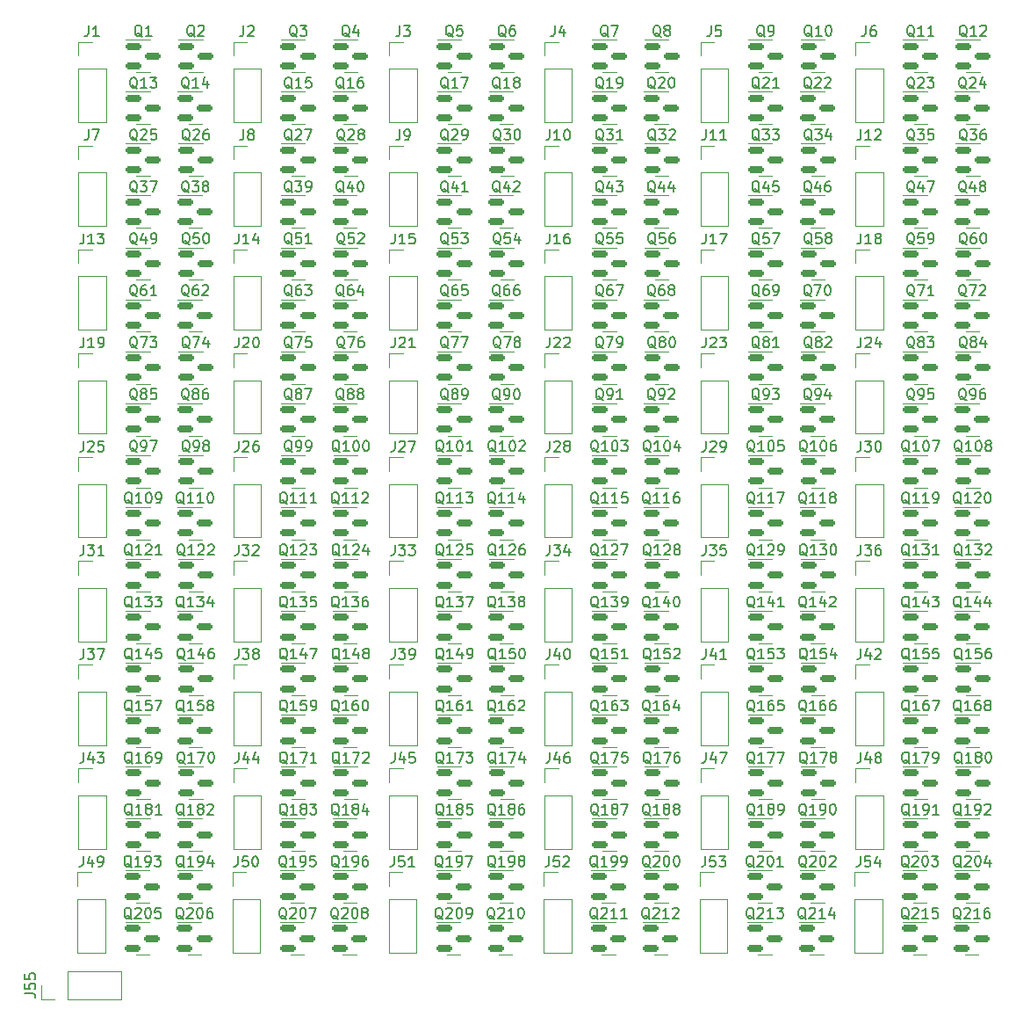
<source format=gbr>
%TF.GenerationSoftware,KiCad,Pcbnew,(6.0.10)*%
%TF.CreationDate,2023-01-14T17:24:48+01:00*%
%TF.ProjectId,transistor_party,7472616e-7369-4737-946f-725f70617274,rev?*%
%TF.SameCoordinates,Original*%
%TF.FileFunction,Legend,Top*%
%TF.FilePolarity,Positive*%
%FSLAX46Y46*%
G04 Gerber Fmt 4.6, Leading zero omitted, Abs format (unit mm)*
G04 Created by KiCad (PCBNEW (6.0.10)) date 2023-01-14 17:24:48*
%MOMM*%
%LPD*%
G01*
G04 APERTURE LIST*
G04 Aperture macros list*
%AMRoundRect*
0 Rectangle with rounded corners*
0 $1 Rounding radius*
0 $2 $3 $4 $5 $6 $7 $8 $9 X,Y pos of 4 corners*
0 Add a 4 corners polygon primitive as box body*
4,1,4,$2,$3,$4,$5,$6,$7,$8,$9,$2,$3,0*
0 Add four circle primitives for the rounded corners*
1,1,$1+$1,$2,$3*
1,1,$1+$1,$4,$5*
1,1,$1+$1,$6,$7*
1,1,$1+$1,$8,$9*
0 Add four rect primitives between the rounded corners*
20,1,$1+$1,$2,$3,$4,$5,0*
20,1,$1+$1,$4,$5,$6,$7,0*
20,1,$1+$1,$6,$7,$8,$9,0*
20,1,$1+$1,$8,$9,$2,$3,0*%
G04 Aperture macros list end*
%ADD10C,0.150000*%
%ADD11C,0.120000*%
%ADD12R,1.700000X1.700000*%
%ADD13O,1.700000X1.700000*%
%ADD14RoundRect,0.150000X-0.587500X-0.150000X0.587500X-0.150000X0.587500X0.150000X-0.587500X0.150000X0*%
G04 APERTURE END LIST*
D10*
%TO.C,J55*%
X51597380Y-125809523D02*
X52311666Y-125809523D01*
X52454523Y-125857142D01*
X52549761Y-125952380D01*
X52597380Y-126095238D01*
X52597380Y-126190476D01*
X51597380Y-124857142D02*
X51597380Y-125333333D01*
X52073571Y-125380952D01*
X52025952Y-125333333D01*
X51978333Y-125238095D01*
X51978333Y-125000000D01*
X52025952Y-124904761D01*
X52073571Y-124857142D01*
X52168809Y-124809523D01*
X52406904Y-124809523D01*
X52502142Y-124857142D01*
X52549761Y-124904761D01*
X52597380Y-125000000D01*
X52597380Y-125238095D01*
X52549761Y-125333333D01*
X52502142Y-125380952D01*
X51597380Y-123904761D02*
X51597380Y-124380952D01*
X52073571Y-124428571D01*
X52025952Y-124380952D01*
X51978333Y-124285714D01*
X51978333Y-124047619D01*
X52025952Y-123952380D01*
X52073571Y-123904761D01*
X52168809Y-123857142D01*
X52406904Y-123857142D01*
X52502142Y-123904761D01*
X52549761Y-123952380D01*
X52597380Y-124047619D01*
X52597380Y-124285714D01*
X52549761Y-124380952D01*
X52502142Y-124428571D01*
%TO.C,Q215*%
X136827380Y-118647619D02*
X136732142Y-118600000D01*
X136636904Y-118504761D01*
X136494047Y-118361904D01*
X136398809Y-118314285D01*
X136303571Y-118314285D01*
X136351190Y-118552380D02*
X136255952Y-118504761D01*
X136160714Y-118409523D01*
X136113095Y-118219047D01*
X136113095Y-117885714D01*
X136160714Y-117695238D01*
X136255952Y-117600000D01*
X136351190Y-117552380D01*
X136541666Y-117552380D01*
X136636904Y-117600000D01*
X136732142Y-117695238D01*
X136779761Y-117885714D01*
X136779761Y-118219047D01*
X136732142Y-118409523D01*
X136636904Y-118504761D01*
X136541666Y-118552380D01*
X136351190Y-118552380D01*
X137160714Y-117647619D02*
X137208333Y-117600000D01*
X137303571Y-117552380D01*
X137541666Y-117552380D01*
X137636904Y-117600000D01*
X137684523Y-117647619D01*
X137732142Y-117742857D01*
X137732142Y-117838095D01*
X137684523Y-117980952D01*
X137113095Y-118552380D01*
X137732142Y-118552380D01*
X138684523Y-118552380D02*
X138113095Y-118552380D01*
X138398809Y-118552380D02*
X138398809Y-117552380D01*
X138303571Y-117695238D01*
X138208333Y-117790476D01*
X138113095Y-117838095D01*
X139589285Y-117552380D02*
X139113095Y-117552380D01*
X139065476Y-118028571D01*
X139113095Y-117980952D01*
X139208333Y-117933333D01*
X139446428Y-117933333D01*
X139541666Y-117980952D01*
X139589285Y-118028571D01*
X139636904Y-118123809D01*
X139636904Y-118361904D01*
X139589285Y-118457142D01*
X139541666Y-118504761D01*
X139446428Y-118552380D01*
X139208333Y-118552380D01*
X139113095Y-118504761D01*
X139065476Y-118457142D01*
%TO.C,Q202*%
X126952380Y-113647619D02*
X126857142Y-113600000D01*
X126761904Y-113504761D01*
X126619047Y-113361904D01*
X126523809Y-113314285D01*
X126428571Y-113314285D01*
X126476190Y-113552380D02*
X126380952Y-113504761D01*
X126285714Y-113409523D01*
X126238095Y-113219047D01*
X126238095Y-112885714D01*
X126285714Y-112695238D01*
X126380952Y-112600000D01*
X126476190Y-112552380D01*
X126666666Y-112552380D01*
X126761904Y-112600000D01*
X126857142Y-112695238D01*
X126904761Y-112885714D01*
X126904761Y-113219047D01*
X126857142Y-113409523D01*
X126761904Y-113504761D01*
X126666666Y-113552380D01*
X126476190Y-113552380D01*
X127285714Y-112647619D02*
X127333333Y-112600000D01*
X127428571Y-112552380D01*
X127666666Y-112552380D01*
X127761904Y-112600000D01*
X127809523Y-112647619D01*
X127857142Y-112742857D01*
X127857142Y-112838095D01*
X127809523Y-112980952D01*
X127238095Y-113552380D01*
X127857142Y-113552380D01*
X128476190Y-112552380D02*
X128571428Y-112552380D01*
X128666666Y-112600000D01*
X128714285Y-112647619D01*
X128761904Y-112742857D01*
X128809523Y-112933333D01*
X128809523Y-113171428D01*
X128761904Y-113361904D01*
X128714285Y-113457142D01*
X128666666Y-113504761D01*
X128571428Y-113552380D01*
X128476190Y-113552380D01*
X128380952Y-113504761D01*
X128333333Y-113457142D01*
X128285714Y-113361904D01*
X128238095Y-113171428D01*
X128238095Y-112933333D01*
X128285714Y-112742857D01*
X128333333Y-112647619D01*
X128380952Y-112600000D01*
X128476190Y-112552380D01*
X129190476Y-112647619D02*
X129238095Y-112600000D01*
X129333333Y-112552380D01*
X129571428Y-112552380D01*
X129666666Y-112600000D01*
X129714285Y-112647619D01*
X129761904Y-112742857D01*
X129761904Y-112838095D01*
X129714285Y-112980952D01*
X129142857Y-113552380D01*
X129761904Y-113552380D01*
%TO.C,Q216*%
X141827380Y-118647619D02*
X141732142Y-118600000D01*
X141636904Y-118504761D01*
X141494047Y-118361904D01*
X141398809Y-118314285D01*
X141303571Y-118314285D01*
X141351190Y-118552380D02*
X141255952Y-118504761D01*
X141160714Y-118409523D01*
X141113095Y-118219047D01*
X141113095Y-117885714D01*
X141160714Y-117695238D01*
X141255952Y-117600000D01*
X141351190Y-117552380D01*
X141541666Y-117552380D01*
X141636904Y-117600000D01*
X141732142Y-117695238D01*
X141779761Y-117885714D01*
X141779761Y-118219047D01*
X141732142Y-118409523D01*
X141636904Y-118504761D01*
X141541666Y-118552380D01*
X141351190Y-118552380D01*
X142160714Y-117647619D02*
X142208333Y-117600000D01*
X142303571Y-117552380D01*
X142541666Y-117552380D01*
X142636904Y-117600000D01*
X142684523Y-117647619D01*
X142732142Y-117742857D01*
X142732142Y-117838095D01*
X142684523Y-117980952D01*
X142113095Y-118552380D01*
X142732142Y-118552380D01*
X143684523Y-118552380D02*
X143113095Y-118552380D01*
X143398809Y-118552380D02*
X143398809Y-117552380D01*
X143303571Y-117695238D01*
X143208333Y-117790476D01*
X143113095Y-117838095D01*
X144541666Y-117552380D02*
X144351190Y-117552380D01*
X144255952Y-117600000D01*
X144208333Y-117647619D01*
X144113095Y-117790476D01*
X144065476Y-117980952D01*
X144065476Y-118361904D01*
X144113095Y-118457142D01*
X144160714Y-118504761D01*
X144255952Y-118552380D01*
X144446428Y-118552380D01*
X144541666Y-118504761D01*
X144589285Y-118457142D01*
X144636904Y-118361904D01*
X144636904Y-118123809D01*
X144589285Y-118028571D01*
X144541666Y-117980952D01*
X144446428Y-117933333D01*
X144255952Y-117933333D01*
X144160714Y-117980952D01*
X144113095Y-118028571D01*
X144065476Y-118123809D01*
%TO.C,Q194*%
X66952380Y-113647619D02*
X66857142Y-113600000D01*
X66761904Y-113504761D01*
X66619047Y-113361904D01*
X66523809Y-113314285D01*
X66428571Y-113314285D01*
X66476190Y-113552380D02*
X66380952Y-113504761D01*
X66285714Y-113409523D01*
X66238095Y-113219047D01*
X66238095Y-112885714D01*
X66285714Y-112695238D01*
X66380952Y-112600000D01*
X66476190Y-112552380D01*
X66666666Y-112552380D01*
X66761904Y-112600000D01*
X66857142Y-112695238D01*
X66904761Y-112885714D01*
X66904761Y-113219047D01*
X66857142Y-113409523D01*
X66761904Y-113504761D01*
X66666666Y-113552380D01*
X66476190Y-113552380D01*
X67857142Y-113552380D02*
X67285714Y-113552380D01*
X67571428Y-113552380D02*
X67571428Y-112552380D01*
X67476190Y-112695238D01*
X67380952Y-112790476D01*
X67285714Y-112838095D01*
X68333333Y-113552380D02*
X68523809Y-113552380D01*
X68619047Y-113504761D01*
X68666666Y-113457142D01*
X68761904Y-113314285D01*
X68809523Y-113123809D01*
X68809523Y-112742857D01*
X68761904Y-112647619D01*
X68714285Y-112600000D01*
X68619047Y-112552380D01*
X68428571Y-112552380D01*
X68333333Y-112600000D01*
X68285714Y-112647619D01*
X68238095Y-112742857D01*
X68238095Y-112980952D01*
X68285714Y-113076190D01*
X68333333Y-113123809D01*
X68428571Y-113171428D01*
X68619047Y-113171428D01*
X68714285Y-113123809D01*
X68761904Y-113076190D01*
X68809523Y-112980952D01*
X69666666Y-112885714D02*
X69666666Y-113552380D01*
X69428571Y-112504761D02*
X69190476Y-113219047D01*
X69809523Y-113219047D01*
%TO.C,Q205*%
X61889880Y-118647619D02*
X61794642Y-118600000D01*
X61699404Y-118504761D01*
X61556547Y-118361904D01*
X61461309Y-118314285D01*
X61366071Y-118314285D01*
X61413690Y-118552380D02*
X61318452Y-118504761D01*
X61223214Y-118409523D01*
X61175595Y-118219047D01*
X61175595Y-117885714D01*
X61223214Y-117695238D01*
X61318452Y-117600000D01*
X61413690Y-117552380D01*
X61604166Y-117552380D01*
X61699404Y-117600000D01*
X61794642Y-117695238D01*
X61842261Y-117885714D01*
X61842261Y-118219047D01*
X61794642Y-118409523D01*
X61699404Y-118504761D01*
X61604166Y-118552380D01*
X61413690Y-118552380D01*
X62223214Y-117647619D02*
X62270833Y-117600000D01*
X62366071Y-117552380D01*
X62604166Y-117552380D01*
X62699404Y-117600000D01*
X62747023Y-117647619D01*
X62794642Y-117742857D01*
X62794642Y-117838095D01*
X62747023Y-117980952D01*
X62175595Y-118552380D01*
X62794642Y-118552380D01*
X63413690Y-117552380D02*
X63508928Y-117552380D01*
X63604166Y-117600000D01*
X63651785Y-117647619D01*
X63699404Y-117742857D01*
X63747023Y-117933333D01*
X63747023Y-118171428D01*
X63699404Y-118361904D01*
X63651785Y-118457142D01*
X63604166Y-118504761D01*
X63508928Y-118552380D01*
X63413690Y-118552380D01*
X63318452Y-118504761D01*
X63270833Y-118457142D01*
X63223214Y-118361904D01*
X63175595Y-118171428D01*
X63175595Y-117933333D01*
X63223214Y-117742857D01*
X63270833Y-117647619D01*
X63318452Y-117600000D01*
X63413690Y-117552380D01*
X64651785Y-117552380D02*
X64175595Y-117552380D01*
X64127976Y-118028571D01*
X64175595Y-117980952D01*
X64270833Y-117933333D01*
X64508928Y-117933333D01*
X64604166Y-117980952D01*
X64651785Y-118028571D01*
X64699404Y-118123809D01*
X64699404Y-118361904D01*
X64651785Y-118457142D01*
X64604166Y-118504761D01*
X64508928Y-118552380D01*
X64270833Y-118552380D01*
X64175595Y-118504761D01*
X64127976Y-118457142D01*
%TO.C,J49*%
X57190476Y-112582380D02*
X57190476Y-113296666D01*
X57142857Y-113439523D01*
X57047619Y-113534761D01*
X56904761Y-113582380D01*
X56809523Y-113582380D01*
X58095238Y-112915714D02*
X58095238Y-113582380D01*
X57857142Y-112534761D02*
X57619047Y-113249047D01*
X58238095Y-113249047D01*
X58666666Y-113582380D02*
X58857142Y-113582380D01*
X58952380Y-113534761D01*
X59000000Y-113487142D01*
X59095238Y-113344285D01*
X59142857Y-113153809D01*
X59142857Y-112772857D01*
X59095238Y-112677619D01*
X59047619Y-112630000D01*
X58952380Y-112582380D01*
X58761904Y-112582380D01*
X58666666Y-112630000D01*
X58619047Y-112677619D01*
X58571428Y-112772857D01*
X58571428Y-113010952D01*
X58619047Y-113106190D01*
X58666666Y-113153809D01*
X58761904Y-113201428D01*
X58952380Y-113201428D01*
X59047619Y-113153809D01*
X59095238Y-113106190D01*
X59142857Y-113010952D01*
%TO.C,Q206*%
X66889880Y-118647619D02*
X66794642Y-118600000D01*
X66699404Y-118504761D01*
X66556547Y-118361904D01*
X66461309Y-118314285D01*
X66366071Y-118314285D01*
X66413690Y-118552380D02*
X66318452Y-118504761D01*
X66223214Y-118409523D01*
X66175595Y-118219047D01*
X66175595Y-117885714D01*
X66223214Y-117695238D01*
X66318452Y-117600000D01*
X66413690Y-117552380D01*
X66604166Y-117552380D01*
X66699404Y-117600000D01*
X66794642Y-117695238D01*
X66842261Y-117885714D01*
X66842261Y-118219047D01*
X66794642Y-118409523D01*
X66699404Y-118504761D01*
X66604166Y-118552380D01*
X66413690Y-118552380D01*
X67223214Y-117647619D02*
X67270833Y-117600000D01*
X67366071Y-117552380D01*
X67604166Y-117552380D01*
X67699404Y-117600000D01*
X67747023Y-117647619D01*
X67794642Y-117742857D01*
X67794642Y-117838095D01*
X67747023Y-117980952D01*
X67175595Y-118552380D01*
X67794642Y-118552380D01*
X68413690Y-117552380D02*
X68508928Y-117552380D01*
X68604166Y-117600000D01*
X68651785Y-117647619D01*
X68699404Y-117742857D01*
X68747023Y-117933333D01*
X68747023Y-118171428D01*
X68699404Y-118361904D01*
X68651785Y-118457142D01*
X68604166Y-118504761D01*
X68508928Y-118552380D01*
X68413690Y-118552380D01*
X68318452Y-118504761D01*
X68270833Y-118457142D01*
X68223214Y-118361904D01*
X68175595Y-118171428D01*
X68175595Y-117933333D01*
X68223214Y-117742857D01*
X68270833Y-117647619D01*
X68318452Y-117600000D01*
X68413690Y-117552380D01*
X69604166Y-117552380D02*
X69413690Y-117552380D01*
X69318452Y-117600000D01*
X69270833Y-117647619D01*
X69175595Y-117790476D01*
X69127976Y-117980952D01*
X69127976Y-118361904D01*
X69175595Y-118457142D01*
X69223214Y-118504761D01*
X69318452Y-118552380D01*
X69508928Y-118552380D01*
X69604166Y-118504761D01*
X69651785Y-118457142D01*
X69699404Y-118361904D01*
X69699404Y-118123809D01*
X69651785Y-118028571D01*
X69604166Y-117980952D01*
X69508928Y-117933333D01*
X69318452Y-117933333D01*
X69223214Y-117980952D01*
X69175595Y-118028571D01*
X69127976Y-118123809D01*
%TO.C,J52*%
X102127976Y-112582380D02*
X102127976Y-113296666D01*
X102080357Y-113439523D01*
X101985119Y-113534761D01*
X101842261Y-113582380D01*
X101747023Y-113582380D01*
X103080357Y-112582380D02*
X102604166Y-112582380D01*
X102556547Y-113058571D01*
X102604166Y-113010952D01*
X102699404Y-112963333D01*
X102937500Y-112963333D01*
X103032738Y-113010952D01*
X103080357Y-113058571D01*
X103127976Y-113153809D01*
X103127976Y-113391904D01*
X103080357Y-113487142D01*
X103032738Y-113534761D01*
X102937500Y-113582380D01*
X102699404Y-113582380D01*
X102604166Y-113534761D01*
X102556547Y-113487142D01*
X103508928Y-112677619D02*
X103556547Y-112630000D01*
X103651785Y-112582380D01*
X103889880Y-112582380D01*
X103985119Y-112630000D01*
X104032738Y-112677619D01*
X104080357Y-112772857D01*
X104080357Y-112868095D01*
X104032738Y-113010952D01*
X103461309Y-113582380D01*
X104080357Y-113582380D01*
%TO.C,Q193*%
X61889880Y-113647619D02*
X61794642Y-113600000D01*
X61699404Y-113504761D01*
X61556547Y-113361904D01*
X61461309Y-113314285D01*
X61366071Y-113314285D01*
X61413690Y-113552380D02*
X61318452Y-113504761D01*
X61223214Y-113409523D01*
X61175595Y-113219047D01*
X61175595Y-112885714D01*
X61223214Y-112695238D01*
X61318452Y-112600000D01*
X61413690Y-112552380D01*
X61604166Y-112552380D01*
X61699404Y-112600000D01*
X61794642Y-112695238D01*
X61842261Y-112885714D01*
X61842261Y-113219047D01*
X61794642Y-113409523D01*
X61699404Y-113504761D01*
X61604166Y-113552380D01*
X61413690Y-113552380D01*
X62794642Y-113552380D02*
X62223214Y-113552380D01*
X62508928Y-113552380D02*
X62508928Y-112552380D01*
X62413690Y-112695238D01*
X62318452Y-112790476D01*
X62223214Y-112838095D01*
X63270833Y-113552380D02*
X63461309Y-113552380D01*
X63556547Y-113504761D01*
X63604166Y-113457142D01*
X63699404Y-113314285D01*
X63747023Y-113123809D01*
X63747023Y-112742857D01*
X63699404Y-112647619D01*
X63651785Y-112600000D01*
X63556547Y-112552380D01*
X63366071Y-112552380D01*
X63270833Y-112600000D01*
X63223214Y-112647619D01*
X63175595Y-112742857D01*
X63175595Y-112980952D01*
X63223214Y-113076190D01*
X63270833Y-113123809D01*
X63366071Y-113171428D01*
X63556547Y-113171428D01*
X63651785Y-113123809D01*
X63699404Y-113076190D01*
X63747023Y-112980952D01*
X64080357Y-112552380D02*
X64699404Y-112552380D01*
X64366071Y-112933333D01*
X64508928Y-112933333D01*
X64604166Y-112980952D01*
X64651785Y-113028571D01*
X64699404Y-113123809D01*
X64699404Y-113361904D01*
X64651785Y-113457142D01*
X64604166Y-113504761D01*
X64508928Y-113552380D01*
X64223214Y-113552380D01*
X64127976Y-113504761D01*
X64080357Y-113457142D01*
%TO.C,Q199*%
X106827380Y-113647619D02*
X106732142Y-113600000D01*
X106636904Y-113504761D01*
X106494047Y-113361904D01*
X106398809Y-113314285D01*
X106303571Y-113314285D01*
X106351190Y-113552380D02*
X106255952Y-113504761D01*
X106160714Y-113409523D01*
X106113095Y-113219047D01*
X106113095Y-112885714D01*
X106160714Y-112695238D01*
X106255952Y-112600000D01*
X106351190Y-112552380D01*
X106541666Y-112552380D01*
X106636904Y-112600000D01*
X106732142Y-112695238D01*
X106779761Y-112885714D01*
X106779761Y-113219047D01*
X106732142Y-113409523D01*
X106636904Y-113504761D01*
X106541666Y-113552380D01*
X106351190Y-113552380D01*
X107732142Y-113552380D02*
X107160714Y-113552380D01*
X107446428Y-113552380D02*
X107446428Y-112552380D01*
X107351190Y-112695238D01*
X107255952Y-112790476D01*
X107160714Y-112838095D01*
X108208333Y-113552380D02*
X108398809Y-113552380D01*
X108494047Y-113504761D01*
X108541666Y-113457142D01*
X108636904Y-113314285D01*
X108684523Y-113123809D01*
X108684523Y-112742857D01*
X108636904Y-112647619D01*
X108589285Y-112600000D01*
X108494047Y-112552380D01*
X108303571Y-112552380D01*
X108208333Y-112600000D01*
X108160714Y-112647619D01*
X108113095Y-112742857D01*
X108113095Y-112980952D01*
X108160714Y-113076190D01*
X108208333Y-113123809D01*
X108303571Y-113171428D01*
X108494047Y-113171428D01*
X108589285Y-113123809D01*
X108636904Y-113076190D01*
X108684523Y-112980952D01*
X109160714Y-113552380D02*
X109351190Y-113552380D01*
X109446428Y-113504761D01*
X109494047Y-113457142D01*
X109589285Y-113314285D01*
X109636904Y-113123809D01*
X109636904Y-112742857D01*
X109589285Y-112647619D01*
X109541666Y-112600000D01*
X109446428Y-112552380D01*
X109255952Y-112552380D01*
X109160714Y-112600000D01*
X109113095Y-112647619D01*
X109065476Y-112742857D01*
X109065476Y-112980952D01*
X109113095Y-113076190D01*
X109160714Y-113123809D01*
X109255952Y-113171428D01*
X109446428Y-113171428D01*
X109541666Y-113123809D01*
X109589285Y-113076190D01*
X109636904Y-112980952D01*
%TO.C,Q212*%
X111827380Y-118647619D02*
X111732142Y-118600000D01*
X111636904Y-118504761D01*
X111494047Y-118361904D01*
X111398809Y-118314285D01*
X111303571Y-118314285D01*
X111351190Y-118552380D02*
X111255952Y-118504761D01*
X111160714Y-118409523D01*
X111113095Y-118219047D01*
X111113095Y-117885714D01*
X111160714Y-117695238D01*
X111255952Y-117600000D01*
X111351190Y-117552380D01*
X111541666Y-117552380D01*
X111636904Y-117600000D01*
X111732142Y-117695238D01*
X111779761Y-117885714D01*
X111779761Y-118219047D01*
X111732142Y-118409523D01*
X111636904Y-118504761D01*
X111541666Y-118552380D01*
X111351190Y-118552380D01*
X112160714Y-117647619D02*
X112208333Y-117600000D01*
X112303571Y-117552380D01*
X112541666Y-117552380D01*
X112636904Y-117600000D01*
X112684523Y-117647619D01*
X112732142Y-117742857D01*
X112732142Y-117838095D01*
X112684523Y-117980952D01*
X112113095Y-118552380D01*
X112732142Y-118552380D01*
X113684523Y-118552380D02*
X113113095Y-118552380D01*
X113398809Y-118552380D02*
X113398809Y-117552380D01*
X113303571Y-117695238D01*
X113208333Y-117790476D01*
X113113095Y-117838095D01*
X114065476Y-117647619D02*
X114113095Y-117600000D01*
X114208333Y-117552380D01*
X114446428Y-117552380D01*
X114541666Y-117600000D01*
X114589285Y-117647619D01*
X114636904Y-117742857D01*
X114636904Y-117838095D01*
X114589285Y-117980952D01*
X114017857Y-118552380D01*
X114636904Y-118552380D01*
%TO.C,Q197*%
X91889880Y-113647619D02*
X91794642Y-113600000D01*
X91699404Y-113504761D01*
X91556547Y-113361904D01*
X91461309Y-113314285D01*
X91366071Y-113314285D01*
X91413690Y-113552380D02*
X91318452Y-113504761D01*
X91223214Y-113409523D01*
X91175595Y-113219047D01*
X91175595Y-112885714D01*
X91223214Y-112695238D01*
X91318452Y-112600000D01*
X91413690Y-112552380D01*
X91604166Y-112552380D01*
X91699404Y-112600000D01*
X91794642Y-112695238D01*
X91842261Y-112885714D01*
X91842261Y-113219047D01*
X91794642Y-113409523D01*
X91699404Y-113504761D01*
X91604166Y-113552380D01*
X91413690Y-113552380D01*
X92794642Y-113552380D02*
X92223214Y-113552380D01*
X92508928Y-113552380D02*
X92508928Y-112552380D01*
X92413690Y-112695238D01*
X92318452Y-112790476D01*
X92223214Y-112838095D01*
X93270833Y-113552380D02*
X93461309Y-113552380D01*
X93556547Y-113504761D01*
X93604166Y-113457142D01*
X93699404Y-113314285D01*
X93747023Y-113123809D01*
X93747023Y-112742857D01*
X93699404Y-112647619D01*
X93651785Y-112600000D01*
X93556547Y-112552380D01*
X93366071Y-112552380D01*
X93270833Y-112600000D01*
X93223214Y-112647619D01*
X93175595Y-112742857D01*
X93175595Y-112980952D01*
X93223214Y-113076190D01*
X93270833Y-113123809D01*
X93366071Y-113171428D01*
X93556547Y-113171428D01*
X93651785Y-113123809D01*
X93699404Y-113076190D01*
X93747023Y-112980952D01*
X94080357Y-112552380D02*
X94747023Y-112552380D01*
X94318452Y-113552380D01*
%TO.C,Q201*%
X121889880Y-113647619D02*
X121794642Y-113600000D01*
X121699404Y-113504761D01*
X121556547Y-113361904D01*
X121461309Y-113314285D01*
X121366071Y-113314285D01*
X121413690Y-113552380D02*
X121318452Y-113504761D01*
X121223214Y-113409523D01*
X121175595Y-113219047D01*
X121175595Y-112885714D01*
X121223214Y-112695238D01*
X121318452Y-112600000D01*
X121413690Y-112552380D01*
X121604166Y-112552380D01*
X121699404Y-112600000D01*
X121794642Y-112695238D01*
X121842261Y-112885714D01*
X121842261Y-113219047D01*
X121794642Y-113409523D01*
X121699404Y-113504761D01*
X121604166Y-113552380D01*
X121413690Y-113552380D01*
X122223214Y-112647619D02*
X122270833Y-112600000D01*
X122366071Y-112552380D01*
X122604166Y-112552380D01*
X122699404Y-112600000D01*
X122747023Y-112647619D01*
X122794642Y-112742857D01*
X122794642Y-112838095D01*
X122747023Y-112980952D01*
X122175595Y-113552380D01*
X122794642Y-113552380D01*
X123413690Y-112552380D02*
X123508928Y-112552380D01*
X123604166Y-112600000D01*
X123651785Y-112647619D01*
X123699404Y-112742857D01*
X123747023Y-112933333D01*
X123747023Y-113171428D01*
X123699404Y-113361904D01*
X123651785Y-113457142D01*
X123604166Y-113504761D01*
X123508928Y-113552380D01*
X123413690Y-113552380D01*
X123318452Y-113504761D01*
X123270833Y-113457142D01*
X123223214Y-113361904D01*
X123175595Y-113171428D01*
X123175595Y-112933333D01*
X123223214Y-112742857D01*
X123270833Y-112647619D01*
X123318452Y-112600000D01*
X123413690Y-112552380D01*
X124699404Y-113552380D02*
X124127976Y-113552380D01*
X124413690Y-113552380D02*
X124413690Y-112552380D01*
X124318452Y-112695238D01*
X124223214Y-112790476D01*
X124127976Y-112838095D01*
%TO.C,Q204*%
X141889880Y-113647619D02*
X141794642Y-113600000D01*
X141699404Y-113504761D01*
X141556547Y-113361904D01*
X141461309Y-113314285D01*
X141366071Y-113314285D01*
X141413690Y-113552380D02*
X141318452Y-113504761D01*
X141223214Y-113409523D01*
X141175595Y-113219047D01*
X141175595Y-112885714D01*
X141223214Y-112695238D01*
X141318452Y-112600000D01*
X141413690Y-112552380D01*
X141604166Y-112552380D01*
X141699404Y-112600000D01*
X141794642Y-112695238D01*
X141842261Y-112885714D01*
X141842261Y-113219047D01*
X141794642Y-113409523D01*
X141699404Y-113504761D01*
X141604166Y-113552380D01*
X141413690Y-113552380D01*
X142223214Y-112647619D02*
X142270833Y-112600000D01*
X142366071Y-112552380D01*
X142604166Y-112552380D01*
X142699404Y-112600000D01*
X142747023Y-112647619D01*
X142794642Y-112742857D01*
X142794642Y-112838095D01*
X142747023Y-112980952D01*
X142175595Y-113552380D01*
X142794642Y-113552380D01*
X143413690Y-112552380D02*
X143508928Y-112552380D01*
X143604166Y-112600000D01*
X143651785Y-112647619D01*
X143699404Y-112742857D01*
X143747023Y-112933333D01*
X143747023Y-113171428D01*
X143699404Y-113361904D01*
X143651785Y-113457142D01*
X143604166Y-113504761D01*
X143508928Y-113552380D01*
X143413690Y-113552380D01*
X143318452Y-113504761D01*
X143270833Y-113457142D01*
X143223214Y-113361904D01*
X143175595Y-113171428D01*
X143175595Y-112933333D01*
X143223214Y-112742857D01*
X143270833Y-112647619D01*
X143318452Y-112600000D01*
X143413690Y-112552380D01*
X144604166Y-112885714D02*
X144604166Y-113552380D01*
X144366071Y-112504761D02*
X144127976Y-113219047D01*
X144747023Y-113219047D01*
%TO.C,Q209*%
X91889880Y-118647619D02*
X91794642Y-118600000D01*
X91699404Y-118504761D01*
X91556547Y-118361904D01*
X91461309Y-118314285D01*
X91366071Y-118314285D01*
X91413690Y-118552380D02*
X91318452Y-118504761D01*
X91223214Y-118409523D01*
X91175595Y-118219047D01*
X91175595Y-117885714D01*
X91223214Y-117695238D01*
X91318452Y-117600000D01*
X91413690Y-117552380D01*
X91604166Y-117552380D01*
X91699404Y-117600000D01*
X91794642Y-117695238D01*
X91842261Y-117885714D01*
X91842261Y-118219047D01*
X91794642Y-118409523D01*
X91699404Y-118504761D01*
X91604166Y-118552380D01*
X91413690Y-118552380D01*
X92223214Y-117647619D02*
X92270833Y-117600000D01*
X92366071Y-117552380D01*
X92604166Y-117552380D01*
X92699404Y-117600000D01*
X92747023Y-117647619D01*
X92794642Y-117742857D01*
X92794642Y-117838095D01*
X92747023Y-117980952D01*
X92175595Y-118552380D01*
X92794642Y-118552380D01*
X93413690Y-117552380D02*
X93508928Y-117552380D01*
X93604166Y-117600000D01*
X93651785Y-117647619D01*
X93699404Y-117742857D01*
X93747023Y-117933333D01*
X93747023Y-118171428D01*
X93699404Y-118361904D01*
X93651785Y-118457142D01*
X93604166Y-118504761D01*
X93508928Y-118552380D01*
X93413690Y-118552380D01*
X93318452Y-118504761D01*
X93270833Y-118457142D01*
X93223214Y-118361904D01*
X93175595Y-118171428D01*
X93175595Y-117933333D01*
X93223214Y-117742857D01*
X93270833Y-117647619D01*
X93318452Y-117600000D01*
X93413690Y-117552380D01*
X94223214Y-118552380D02*
X94413690Y-118552380D01*
X94508928Y-118504761D01*
X94556547Y-118457142D01*
X94651785Y-118314285D01*
X94699404Y-118123809D01*
X94699404Y-117742857D01*
X94651785Y-117647619D01*
X94604166Y-117600000D01*
X94508928Y-117552380D01*
X94318452Y-117552380D01*
X94223214Y-117600000D01*
X94175595Y-117647619D01*
X94127976Y-117742857D01*
X94127976Y-117980952D01*
X94175595Y-118076190D01*
X94223214Y-118123809D01*
X94318452Y-118171428D01*
X94508928Y-118171428D01*
X94604166Y-118123809D01*
X94651785Y-118076190D01*
X94699404Y-117980952D01*
%TO.C,Q198*%
X96952380Y-113647619D02*
X96857142Y-113600000D01*
X96761904Y-113504761D01*
X96619047Y-113361904D01*
X96523809Y-113314285D01*
X96428571Y-113314285D01*
X96476190Y-113552380D02*
X96380952Y-113504761D01*
X96285714Y-113409523D01*
X96238095Y-113219047D01*
X96238095Y-112885714D01*
X96285714Y-112695238D01*
X96380952Y-112600000D01*
X96476190Y-112552380D01*
X96666666Y-112552380D01*
X96761904Y-112600000D01*
X96857142Y-112695238D01*
X96904761Y-112885714D01*
X96904761Y-113219047D01*
X96857142Y-113409523D01*
X96761904Y-113504761D01*
X96666666Y-113552380D01*
X96476190Y-113552380D01*
X97857142Y-113552380D02*
X97285714Y-113552380D01*
X97571428Y-113552380D02*
X97571428Y-112552380D01*
X97476190Y-112695238D01*
X97380952Y-112790476D01*
X97285714Y-112838095D01*
X98333333Y-113552380D02*
X98523809Y-113552380D01*
X98619047Y-113504761D01*
X98666666Y-113457142D01*
X98761904Y-113314285D01*
X98809523Y-113123809D01*
X98809523Y-112742857D01*
X98761904Y-112647619D01*
X98714285Y-112600000D01*
X98619047Y-112552380D01*
X98428571Y-112552380D01*
X98333333Y-112600000D01*
X98285714Y-112647619D01*
X98238095Y-112742857D01*
X98238095Y-112980952D01*
X98285714Y-113076190D01*
X98333333Y-113123809D01*
X98428571Y-113171428D01*
X98619047Y-113171428D01*
X98714285Y-113123809D01*
X98761904Y-113076190D01*
X98809523Y-112980952D01*
X99380952Y-112980952D02*
X99285714Y-112933333D01*
X99238095Y-112885714D01*
X99190476Y-112790476D01*
X99190476Y-112742857D01*
X99238095Y-112647619D01*
X99285714Y-112600000D01*
X99380952Y-112552380D01*
X99571428Y-112552380D01*
X99666666Y-112600000D01*
X99714285Y-112647619D01*
X99761904Y-112742857D01*
X99761904Y-112790476D01*
X99714285Y-112885714D01*
X99666666Y-112933333D01*
X99571428Y-112980952D01*
X99380952Y-112980952D01*
X99285714Y-113028571D01*
X99238095Y-113076190D01*
X99190476Y-113171428D01*
X99190476Y-113361904D01*
X99238095Y-113457142D01*
X99285714Y-113504761D01*
X99380952Y-113552380D01*
X99571428Y-113552380D01*
X99666666Y-113504761D01*
X99714285Y-113457142D01*
X99761904Y-113361904D01*
X99761904Y-113171428D01*
X99714285Y-113076190D01*
X99666666Y-113028571D01*
X99571428Y-112980952D01*
%TO.C,Q210*%
X96889880Y-118647619D02*
X96794642Y-118600000D01*
X96699404Y-118504761D01*
X96556547Y-118361904D01*
X96461309Y-118314285D01*
X96366071Y-118314285D01*
X96413690Y-118552380D02*
X96318452Y-118504761D01*
X96223214Y-118409523D01*
X96175595Y-118219047D01*
X96175595Y-117885714D01*
X96223214Y-117695238D01*
X96318452Y-117600000D01*
X96413690Y-117552380D01*
X96604166Y-117552380D01*
X96699404Y-117600000D01*
X96794642Y-117695238D01*
X96842261Y-117885714D01*
X96842261Y-118219047D01*
X96794642Y-118409523D01*
X96699404Y-118504761D01*
X96604166Y-118552380D01*
X96413690Y-118552380D01*
X97223214Y-117647619D02*
X97270833Y-117600000D01*
X97366071Y-117552380D01*
X97604166Y-117552380D01*
X97699404Y-117600000D01*
X97747023Y-117647619D01*
X97794642Y-117742857D01*
X97794642Y-117838095D01*
X97747023Y-117980952D01*
X97175595Y-118552380D01*
X97794642Y-118552380D01*
X98747023Y-118552380D02*
X98175595Y-118552380D01*
X98461309Y-118552380D02*
X98461309Y-117552380D01*
X98366071Y-117695238D01*
X98270833Y-117790476D01*
X98175595Y-117838095D01*
X99366071Y-117552380D02*
X99461309Y-117552380D01*
X99556547Y-117600000D01*
X99604166Y-117647619D01*
X99651785Y-117742857D01*
X99699404Y-117933333D01*
X99699404Y-118171428D01*
X99651785Y-118361904D01*
X99604166Y-118457142D01*
X99556547Y-118504761D01*
X99461309Y-118552380D01*
X99366071Y-118552380D01*
X99270833Y-118504761D01*
X99223214Y-118457142D01*
X99175595Y-118361904D01*
X99127976Y-118171428D01*
X99127976Y-117933333D01*
X99175595Y-117742857D01*
X99223214Y-117647619D01*
X99270833Y-117600000D01*
X99366071Y-117552380D01*
%TO.C,Q211*%
X106827380Y-118647619D02*
X106732142Y-118600000D01*
X106636904Y-118504761D01*
X106494047Y-118361904D01*
X106398809Y-118314285D01*
X106303571Y-118314285D01*
X106351190Y-118552380D02*
X106255952Y-118504761D01*
X106160714Y-118409523D01*
X106113095Y-118219047D01*
X106113095Y-117885714D01*
X106160714Y-117695238D01*
X106255952Y-117600000D01*
X106351190Y-117552380D01*
X106541666Y-117552380D01*
X106636904Y-117600000D01*
X106732142Y-117695238D01*
X106779761Y-117885714D01*
X106779761Y-118219047D01*
X106732142Y-118409523D01*
X106636904Y-118504761D01*
X106541666Y-118552380D01*
X106351190Y-118552380D01*
X107160714Y-117647619D02*
X107208333Y-117600000D01*
X107303571Y-117552380D01*
X107541666Y-117552380D01*
X107636904Y-117600000D01*
X107684523Y-117647619D01*
X107732142Y-117742857D01*
X107732142Y-117838095D01*
X107684523Y-117980952D01*
X107113095Y-118552380D01*
X107732142Y-118552380D01*
X108684523Y-118552380D02*
X108113095Y-118552380D01*
X108398809Y-118552380D02*
X108398809Y-117552380D01*
X108303571Y-117695238D01*
X108208333Y-117790476D01*
X108113095Y-117838095D01*
X109636904Y-118552380D02*
X109065476Y-118552380D01*
X109351190Y-118552380D02*
X109351190Y-117552380D01*
X109255952Y-117695238D01*
X109160714Y-117790476D01*
X109065476Y-117838095D01*
%TO.C,J51*%
X87190476Y-112582380D02*
X87190476Y-113296666D01*
X87142857Y-113439523D01*
X87047619Y-113534761D01*
X86904761Y-113582380D01*
X86809523Y-113582380D01*
X88142857Y-112582380D02*
X87666666Y-112582380D01*
X87619047Y-113058571D01*
X87666666Y-113010952D01*
X87761904Y-112963333D01*
X88000000Y-112963333D01*
X88095238Y-113010952D01*
X88142857Y-113058571D01*
X88190476Y-113153809D01*
X88190476Y-113391904D01*
X88142857Y-113487142D01*
X88095238Y-113534761D01*
X88000000Y-113582380D01*
X87761904Y-113582380D01*
X87666666Y-113534761D01*
X87619047Y-113487142D01*
X89142857Y-113582380D02*
X88571428Y-113582380D01*
X88857142Y-113582380D02*
X88857142Y-112582380D01*
X88761904Y-112725238D01*
X88666666Y-112820476D01*
X88571428Y-112868095D01*
%TO.C,Q200*%
X111889880Y-113647619D02*
X111794642Y-113600000D01*
X111699404Y-113504761D01*
X111556547Y-113361904D01*
X111461309Y-113314285D01*
X111366071Y-113314285D01*
X111413690Y-113552380D02*
X111318452Y-113504761D01*
X111223214Y-113409523D01*
X111175595Y-113219047D01*
X111175595Y-112885714D01*
X111223214Y-112695238D01*
X111318452Y-112600000D01*
X111413690Y-112552380D01*
X111604166Y-112552380D01*
X111699404Y-112600000D01*
X111794642Y-112695238D01*
X111842261Y-112885714D01*
X111842261Y-113219047D01*
X111794642Y-113409523D01*
X111699404Y-113504761D01*
X111604166Y-113552380D01*
X111413690Y-113552380D01*
X112223214Y-112647619D02*
X112270833Y-112600000D01*
X112366071Y-112552380D01*
X112604166Y-112552380D01*
X112699404Y-112600000D01*
X112747023Y-112647619D01*
X112794642Y-112742857D01*
X112794642Y-112838095D01*
X112747023Y-112980952D01*
X112175595Y-113552380D01*
X112794642Y-113552380D01*
X113413690Y-112552380D02*
X113508928Y-112552380D01*
X113604166Y-112600000D01*
X113651785Y-112647619D01*
X113699404Y-112742857D01*
X113747023Y-112933333D01*
X113747023Y-113171428D01*
X113699404Y-113361904D01*
X113651785Y-113457142D01*
X113604166Y-113504761D01*
X113508928Y-113552380D01*
X113413690Y-113552380D01*
X113318452Y-113504761D01*
X113270833Y-113457142D01*
X113223214Y-113361904D01*
X113175595Y-113171428D01*
X113175595Y-112933333D01*
X113223214Y-112742857D01*
X113270833Y-112647619D01*
X113318452Y-112600000D01*
X113413690Y-112552380D01*
X114366071Y-112552380D02*
X114461309Y-112552380D01*
X114556547Y-112600000D01*
X114604166Y-112647619D01*
X114651785Y-112742857D01*
X114699404Y-112933333D01*
X114699404Y-113171428D01*
X114651785Y-113361904D01*
X114604166Y-113457142D01*
X114556547Y-113504761D01*
X114461309Y-113552380D01*
X114366071Y-113552380D01*
X114270833Y-113504761D01*
X114223214Y-113457142D01*
X114175595Y-113361904D01*
X114127976Y-113171428D01*
X114127976Y-112933333D01*
X114175595Y-112742857D01*
X114223214Y-112647619D01*
X114270833Y-112600000D01*
X114366071Y-112552380D01*
%TO.C,Q196*%
X81889880Y-113647619D02*
X81794642Y-113600000D01*
X81699404Y-113504761D01*
X81556547Y-113361904D01*
X81461309Y-113314285D01*
X81366071Y-113314285D01*
X81413690Y-113552380D02*
X81318452Y-113504761D01*
X81223214Y-113409523D01*
X81175595Y-113219047D01*
X81175595Y-112885714D01*
X81223214Y-112695238D01*
X81318452Y-112600000D01*
X81413690Y-112552380D01*
X81604166Y-112552380D01*
X81699404Y-112600000D01*
X81794642Y-112695238D01*
X81842261Y-112885714D01*
X81842261Y-113219047D01*
X81794642Y-113409523D01*
X81699404Y-113504761D01*
X81604166Y-113552380D01*
X81413690Y-113552380D01*
X82794642Y-113552380D02*
X82223214Y-113552380D01*
X82508928Y-113552380D02*
X82508928Y-112552380D01*
X82413690Y-112695238D01*
X82318452Y-112790476D01*
X82223214Y-112838095D01*
X83270833Y-113552380D02*
X83461309Y-113552380D01*
X83556547Y-113504761D01*
X83604166Y-113457142D01*
X83699404Y-113314285D01*
X83747023Y-113123809D01*
X83747023Y-112742857D01*
X83699404Y-112647619D01*
X83651785Y-112600000D01*
X83556547Y-112552380D01*
X83366071Y-112552380D01*
X83270833Y-112600000D01*
X83223214Y-112647619D01*
X83175595Y-112742857D01*
X83175595Y-112980952D01*
X83223214Y-113076190D01*
X83270833Y-113123809D01*
X83366071Y-113171428D01*
X83556547Y-113171428D01*
X83651785Y-113123809D01*
X83699404Y-113076190D01*
X83747023Y-112980952D01*
X84604166Y-112552380D02*
X84413690Y-112552380D01*
X84318452Y-112600000D01*
X84270833Y-112647619D01*
X84175595Y-112790476D01*
X84127976Y-112980952D01*
X84127976Y-113361904D01*
X84175595Y-113457142D01*
X84223214Y-113504761D01*
X84318452Y-113552380D01*
X84508928Y-113552380D01*
X84604166Y-113504761D01*
X84651785Y-113457142D01*
X84699404Y-113361904D01*
X84699404Y-113123809D01*
X84651785Y-113028571D01*
X84604166Y-112980952D01*
X84508928Y-112933333D01*
X84318452Y-112933333D01*
X84223214Y-112980952D01*
X84175595Y-113028571D01*
X84127976Y-113123809D01*
%TO.C,Q207*%
X76827380Y-118647619D02*
X76732142Y-118600000D01*
X76636904Y-118504761D01*
X76494047Y-118361904D01*
X76398809Y-118314285D01*
X76303571Y-118314285D01*
X76351190Y-118552380D02*
X76255952Y-118504761D01*
X76160714Y-118409523D01*
X76113095Y-118219047D01*
X76113095Y-117885714D01*
X76160714Y-117695238D01*
X76255952Y-117600000D01*
X76351190Y-117552380D01*
X76541666Y-117552380D01*
X76636904Y-117600000D01*
X76732142Y-117695238D01*
X76779761Y-117885714D01*
X76779761Y-118219047D01*
X76732142Y-118409523D01*
X76636904Y-118504761D01*
X76541666Y-118552380D01*
X76351190Y-118552380D01*
X77160714Y-117647619D02*
X77208333Y-117600000D01*
X77303571Y-117552380D01*
X77541666Y-117552380D01*
X77636904Y-117600000D01*
X77684523Y-117647619D01*
X77732142Y-117742857D01*
X77732142Y-117838095D01*
X77684523Y-117980952D01*
X77113095Y-118552380D01*
X77732142Y-118552380D01*
X78351190Y-117552380D02*
X78446428Y-117552380D01*
X78541666Y-117600000D01*
X78589285Y-117647619D01*
X78636904Y-117742857D01*
X78684523Y-117933333D01*
X78684523Y-118171428D01*
X78636904Y-118361904D01*
X78589285Y-118457142D01*
X78541666Y-118504761D01*
X78446428Y-118552380D01*
X78351190Y-118552380D01*
X78255952Y-118504761D01*
X78208333Y-118457142D01*
X78160714Y-118361904D01*
X78113095Y-118171428D01*
X78113095Y-117933333D01*
X78160714Y-117742857D01*
X78208333Y-117647619D01*
X78255952Y-117600000D01*
X78351190Y-117552380D01*
X79017857Y-117552380D02*
X79684523Y-117552380D01*
X79255952Y-118552380D01*
%TO.C,Q195*%
X76827380Y-113647619D02*
X76732142Y-113600000D01*
X76636904Y-113504761D01*
X76494047Y-113361904D01*
X76398809Y-113314285D01*
X76303571Y-113314285D01*
X76351190Y-113552380D02*
X76255952Y-113504761D01*
X76160714Y-113409523D01*
X76113095Y-113219047D01*
X76113095Y-112885714D01*
X76160714Y-112695238D01*
X76255952Y-112600000D01*
X76351190Y-112552380D01*
X76541666Y-112552380D01*
X76636904Y-112600000D01*
X76732142Y-112695238D01*
X76779761Y-112885714D01*
X76779761Y-113219047D01*
X76732142Y-113409523D01*
X76636904Y-113504761D01*
X76541666Y-113552380D01*
X76351190Y-113552380D01*
X77732142Y-113552380D02*
X77160714Y-113552380D01*
X77446428Y-113552380D02*
X77446428Y-112552380D01*
X77351190Y-112695238D01*
X77255952Y-112790476D01*
X77160714Y-112838095D01*
X78208333Y-113552380D02*
X78398809Y-113552380D01*
X78494047Y-113504761D01*
X78541666Y-113457142D01*
X78636904Y-113314285D01*
X78684523Y-113123809D01*
X78684523Y-112742857D01*
X78636904Y-112647619D01*
X78589285Y-112600000D01*
X78494047Y-112552380D01*
X78303571Y-112552380D01*
X78208333Y-112600000D01*
X78160714Y-112647619D01*
X78113095Y-112742857D01*
X78113095Y-112980952D01*
X78160714Y-113076190D01*
X78208333Y-113123809D01*
X78303571Y-113171428D01*
X78494047Y-113171428D01*
X78589285Y-113123809D01*
X78636904Y-113076190D01*
X78684523Y-112980952D01*
X79589285Y-112552380D02*
X79113095Y-112552380D01*
X79065476Y-113028571D01*
X79113095Y-112980952D01*
X79208333Y-112933333D01*
X79446428Y-112933333D01*
X79541666Y-112980952D01*
X79589285Y-113028571D01*
X79636904Y-113123809D01*
X79636904Y-113361904D01*
X79589285Y-113457142D01*
X79541666Y-113504761D01*
X79446428Y-113552380D01*
X79208333Y-113552380D01*
X79113095Y-113504761D01*
X79065476Y-113457142D01*
%TO.C,J50*%
X72127976Y-112582380D02*
X72127976Y-113296666D01*
X72080357Y-113439523D01*
X71985119Y-113534761D01*
X71842261Y-113582380D01*
X71747023Y-113582380D01*
X73080357Y-112582380D02*
X72604166Y-112582380D01*
X72556547Y-113058571D01*
X72604166Y-113010952D01*
X72699404Y-112963333D01*
X72937500Y-112963333D01*
X73032738Y-113010952D01*
X73080357Y-113058571D01*
X73127976Y-113153809D01*
X73127976Y-113391904D01*
X73080357Y-113487142D01*
X73032738Y-113534761D01*
X72937500Y-113582380D01*
X72699404Y-113582380D01*
X72604166Y-113534761D01*
X72556547Y-113487142D01*
X73747023Y-112582380D02*
X73842261Y-112582380D01*
X73937500Y-112630000D01*
X73985119Y-112677619D01*
X74032738Y-112772857D01*
X74080357Y-112963333D01*
X74080357Y-113201428D01*
X74032738Y-113391904D01*
X73985119Y-113487142D01*
X73937500Y-113534761D01*
X73842261Y-113582380D01*
X73747023Y-113582380D01*
X73651785Y-113534761D01*
X73604166Y-113487142D01*
X73556547Y-113391904D01*
X73508928Y-113201428D01*
X73508928Y-112963333D01*
X73556547Y-112772857D01*
X73604166Y-112677619D01*
X73651785Y-112630000D01*
X73747023Y-112582380D01*
%TO.C,Q208*%
X81827380Y-118647619D02*
X81732142Y-118600000D01*
X81636904Y-118504761D01*
X81494047Y-118361904D01*
X81398809Y-118314285D01*
X81303571Y-118314285D01*
X81351190Y-118552380D02*
X81255952Y-118504761D01*
X81160714Y-118409523D01*
X81113095Y-118219047D01*
X81113095Y-117885714D01*
X81160714Y-117695238D01*
X81255952Y-117600000D01*
X81351190Y-117552380D01*
X81541666Y-117552380D01*
X81636904Y-117600000D01*
X81732142Y-117695238D01*
X81779761Y-117885714D01*
X81779761Y-118219047D01*
X81732142Y-118409523D01*
X81636904Y-118504761D01*
X81541666Y-118552380D01*
X81351190Y-118552380D01*
X82160714Y-117647619D02*
X82208333Y-117600000D01*
X82303571Y-117552380D01*
X82541666Y-117552380D01*
X82636904Y-117600000D01*
X82684523Y-117647619D01*
X82732142Y-117742857D01*
X82732142Y-117838095D01*
X82684523Y-117980952D01*
X82113095Y-118552380D01*
X82732142Y-118552380D01*
X83351190Y-117552380D02*
X83446428Y-117552380D01*
X83541666Y-117600000D01*
X83589285Y-117647619D01*
X83636904Y-117742857D01*
X83684523Y-117933333D01*
X83684523Y-118171428D01*
X83636904Y-118361904D01*
X83589285Y-118457142D01*
X83541666Y-118504761D01*
X83446428Y-118552380D01*
X83351190Y-118552380D01*
X83255952Y-118504761D01*
X83208333Y-118457142D01*
X83160714Y-118361904D01*
X83113095Y-118171428D01*
X83113095Y-117933333D01*
X83160714Y-117742857D01*
X83208333Y-117647619D01*
X83255952Y-117600000D01*
X83351190Y-117552380D01*
X84255952Y-117980952D02*
X84160714Y-117933333D01*
X84113095Y-117885714D01*
X84065476Y-117790476D01*
X84065476Y-117742857D01*
X84113095Y-117647619D01*
X84160714Y-117600000D01*
X84255952Y-117552380D01*
X84446428Y-117552380D01*
X84541666Y-117600000D01*
X84589285Y-117647619D01*
X84636904Y-117742857D01*
X84636904Y-117790476D01*
X84589285Y-117885714D01*
X84541666Y-117933333D01*
X84446428Y-117980952D01*
X84255952Y-117980952D01*
X84160714Y-118028571D01*
X84113095Y-118076190D01*
X84065476Y-118171428D01*
X84065476Y-118361904D01*
X84113095Y-118457142D01*
X84160714Y-118504761D01*
X84255952Y-118552380D01*
X84446428Y-118552380D01*
X84541666Y-118504761D01*
X84589285Y-118457142D01*
X84636904Y-118361904D01*
X84636904Y-118171428D01*
X84589285Y-118076190D01*
X84541666Y-118028571D01*
X84446428Y-117980952D01*
%TO.C,J53*%
X117190476Y-112582380D02*
X117190476Y-113296666D01*
X117142857Y-113439523D01*
X117047619Y-113534761D01*
X116904761Y-113582380D01*
X116809523Y-113582380D01*
X118142857Y-112582380D02*
X117666666Y-112582380D01*
X117619047Y-113058571D01*
X117666666Y-113010952D01*
X117761904Y-112963333D01*
X118000000Y-112963333D01*
X118095238Y-113010952D01*
X118142857Y-113058571D01*
X118190476Y-113153809D01*
X118190476Y-113391904D01*
X118142857Y-113487142D01*
X118095238Y-113534761D01*
X118000000Y-113582380D01*
X117761904Y-113582380D01*
X117666666Y-113534761D01*
X117619047Y-113487142D01*
X118523809Y-112582380D02*
X119142857Y-112582380D01*
X118809523Y-112963333D01*
X118952380Y-112963333D01*
X119047619Y-113010952D01*
X119095238Y-113058571D01*
X119142857Y-113153809D01*
X119142857Y-113391904D01*
X119095238Y-113487142D01*
X119047619Y-113534761D01*
X118952380Y-113582380D01*
X118666666Y-113582380D01*
X118571428Y-113534761D01*
X118523809Y-113487142D01*
%TO.C,Q213*%
X121889880Y-118647619D02*
X121794642Y-118600000D01*
X121699404Y-118504761D01*
X121556547Y-118361904D01*
X121461309Y-118314285D01*
X121366071Y-118314285D01*
X121413690Y-118552380D02*
X121318452Y-118504761D01*
X121223214Y-118409523D01*
X121175595Y-118219047D01*
X121175595Y-117885714D01*
X121223214Y-117695238D01*
X121318452Y-117600000D01*
X121413690Y-117552380D01*
X121604166Y-117552380D01*
X121699404Y-117600000D01*
X121794642Y-117695238D01*
X121842261Y-117885714D01*
X121842261Y-118219047D01*
X121794642Y-118409523D01*
X121699404Y-118504761D01*
X121604166Y-118552380D01*
X121413690Y-118552380D01*
X122223214Y-117647619D02*
X122270833Y-117600000D01*
X122366071Y-117552380D01*
X122604166Y-117552380D01*
X122699404Y-117600000D01*
X122747023Y-117647619D01*
X122794642Y-117742857D01*
X122794642Y-117838095D01*
X122747023Y-117980952D01*
X122175595Y-118552380D01*
X122794642Y-118552380D01*
X123747023Y-118552380D02*
X123175595Y-118552380D01*
X123461309Y-118552380D02*
X123461309Y-117552380D01*
X123366071Y-117695238D01*
X123270833Y-117790476D01*
X123175595Y-117838095D01*
X124080357Y-117552380D02*
X124699404Y-117552380D01*
X124366071Y-117933333D01*
X124508928Y-117933333D01*
X124604166Y-117980952D01*
X124651785Y-118028571D01*
X124699404Y-118123809D01*
X124699404Y-118361904D01*
X124651785Y-118457142D01*
X124604166Y-118504761D01*
X124508928Y-118552380D01*
X124223214Y-118552380D01*
X124127976Y-118504761D01*
X124080357Y-118457142D01*
%TO.C,Q203*%
X136827380Y-113647619D02*
X136732142Y-113600000D01*
X136636904Y-113504761D01*
X136494047Y-113361904D01*
X136398809Y-113314285D01*
X136303571Y-113314285D01*
X136351190Y-113552380D02*
X136255952Y-113504761D01*
X136160714Y-113409523D01*
X136113095Y-113219047D01*
X136113095Y-112885714D01*
X136160714Y-112695238D01*
X136255952Y-112600000D01*
X136351190Y-112552380D01*
X136541666Y-112552380D01*
X136636904Y-112600000D01*
X136732142Y-112695238D01*
X136779761Y-112885714D01*
X136779761Y-113219047D01*
X136732142Y-113409523D01*
X136636904Y-113504761D01*
X136541666Y-113552380D01*
X136351190Y-113552380D01*
X137160714Y-112647619D02*
X137208333Y-112600000D01*
X137303571Y-112552380D01*
X137541666Y-112552380D01*
X137636904Y-112600000D01*
X137684523Y-112647619D01*
X137732142Y-112742857D01*
X137732142Y-112838095D01*
X137684523Y-112980952D01*
X137113095Y-113552380D01*
X137732142Y-113552380D01*
X138351190Y-112552380D02*
X138446428Y-112552380D01*
X138541666Y-112600000D01*
X138589285Y-112647619D01*
X138636904Y-112742857D01*
X138684523Y-112933333D01*
X138684523Y-113171428D01*
X138636904Y-113361904D01*
X138589285Y-113457142D01*
X138541666Y-113504761D01*
X138446428Y-113552380D01*
X138351190Y-113552380D01*
X138255952Y-113504761D01*
X138208333Y-113457142D01*
X138160714Y-113361904D01*
X138113095Y-113171428D01*
X138113095Y-112933333D01*
X138160714Y-112742857D01*
X138208333Y-112647619D01*
X138255952Y-112600000D01*
X138351190Y-112552380D01*
X139017857Y-112552380D02*
X139636904Y-112552380D01*
X139303571Y-112933333D01*
X139446428Y-112933333D01*
X139541666Y-112980952D01*
X139589285Y-113028571D01*
X139636904Y-113123809D01*
X139636904Y-113361904D01*
X139589285Y-113457142D01*
X139541666Y-113504761D01*
X139446428Y-113552380D01*
X139160714Y-113552380D01*
X139065476Y-113504761D01*
X139017857Y-113457142D01*
%TO.C,J54*%
X132127976Y-112582380D02*
X132127976Y-113296666D01*
X132080357Y-113439523D01*
X131985119Y-113534761D01*
X131842261Y-113582380D01*
X131747023Y-113582380D01*
X133080357Y-112582380D02*
X132604166Y-112582380D01*
X132556547Y-113058571D01*
X132604166Y-113010952D01*
X132699404Y-112963333D01*
X132937500Y-112963333D01*
X133032738Y-113010952D01*
X133080357Y-113058571D01*
X133127976Y-113153809D01*
X133127976Y-113391904D01*
X133080357Y-113487142D01*
X133032738Y-113534761D01*
X132937500Y-113582380D01*
X132699404Y-113582380D01*
X132604166Y-113534761D01*
X132556547Y-113487142D01*
X133985119Y-112915714D02*
X133985119Y-113582380D01*
X133747023Y-112534761D02*
X133508928Y-113249047D01*
X134127976Y-113249047D01*
%TO.C,Q214*%
X126889880Y-118647619D02*
X126794642Y-118600000D01*
X126699404Y-118504761D01*
X126556547Y-118361904D01*
X126461309Y-118314285D01*
X126366071Y-118314285D01*
X126413690Y-118552380D02*
X126318452Y-118504761D01*
X126223214Y-118409523D01*
X126175595Y-118219047D01*
X126175595Y-117885714D01*
X126223214Y-117695238D01*
X126318452Y-117600000D01*
X126413690Y-117552380D01*
X126604166Y-117552380D01*
X126699404Y-117600000D01*
X126794642Y-117695238D01*
X126842261Y-117885714D01*
X126842261Y-118219047D01*
X126794642Y-118409523D01*
X126699404Y-118504761D01*
X126604166Y-118552380D01*
X126413690Y-118552380D01*
X127223214Y-117647619D02*
X127270833Y-117600000D01*
X127366071Y-117552380D01*
X127604166Y-117552380D01*
X127699404Y-117600000D01*
X127747023Y-117647619D01*
X127794642Y-117742857D01*
X127794642Y-117838095D01*
X127747023Y-117980952D01*
X127175595Y-118552380D01*
X127794642Y-118552380D01*
X128747023Y-118552380D02*
X128175595Y-118552380D01*
X128461309Y-118552380D02*
X128461309Y-117552380D01*
X128366071Y-117695238D01*
X128270833Y-117790476D01*
X128175595Y-117838095D01*
X129604166Y-117885714D02*
X129604166Y-118552380D01*
X129366071Y-117504761D02*
X129127976Y-118219047D01*
X129747023Y-118219047D01*
%TO.C,Q143*%
X136889880Y-88647619D02*
X136794642Y-88600000D01*
X136699404Y-88504761D01*
X136556547Y-88361904D01*
X136461309Y-88314285D01*
X136366071Y-88314285D01*
X136413690Y-88552380D02*
X136318452Y-88504761D01*
X136223214Y-88409523D01*
X136175595Y-88219047D01*
X136175595Y-87885714D01*
X136223214Y-87695238D01*
X136318452Y-87600000D01*
X136413690Y-87552380D01*
X136604166Y-87552380D01*
X136699404Y-87600000D01*
X136794642Y-87695238D01*
X136842261Y-87885714D01*
X136842261Y-88219047D01*
X136794642Y-88409523D01*
X136699404Y-88504761D01*
X136604166Y-88552380D01*
X136413690Y-88552380D01*
X137794642Y-88552380D02*
X137223214Y-88552380D01*
X137508928Y-88552380D02*
X137508928Y-87552380D01*
X137413690Y-87695238D01*
X137318452Y-87790476D01*
X137223214Y-87838095D01*
X138651785Y-87885714D02*
X138651785Y-88552380D01*
X138413690Y-87504761D02*
X138175595Y-88219047D01*
X138794642Y-88219047D01*
X139080357Y-87552380D02*
X139699404Y-87552380D01*
X139366071Y-87933333D01*
X139508928Y-87933333D01*
X139604166Y-87980952D01*
X139651785Y-88028571D01*
X139699404Y-88123809D01*
X139699404Y-88361904D01*
X139651785Y-88457142D01*
X139604166Y-88504761D01*
X139508928Y-88552380D01*
X139223214Y-88552380D01*
X139127976Y-88504761D01*
X139080357Y-88457142D01*
%TO.C,Q130*%
X127014880Y-83647619D02*
X126919642Y-83600000D01*
X126824404Y-83504761D01*
X126681547Y-83361904D01*
X126586309Y-83314285D01*
X126491071Y-83314285D01*
X126538690Y-83552380D02*
X126443452Y-83504761D01*
X126348214Y-83409523D01*
X126300595Y-83219047D01*
X126300595Y-82885714D01*
X126348214Y-82695238D01*
X126443452Y-82600000D01*
X126538690Y-82552380D01*
X126729166Y-82552380D01*
X126824404Y-82600000D01*
X126919642Y-82695238D01*
X126967261Y-82885714D01*
X126967261Y-83219047D01*
X126919642Y-83409523D01*
X126824404Y-83504761D01*
X126729166Y-83552380D01*
X126538690Y-83552380D01*
X127919642Y-83552380D02*
X127348214Y-83552380D01*
X127633928Y-83552380D02*
X127633928Y-82552380D01*
X127538690Y-82695238D01*
X127443452Y-82790476D01*
X127348214Y-82838095D01*
X128252976Y-82552380D02*
X128872023Y-82552380D01*
X128538690Y-82933333D01*
X128681547Y-82933333D01*
X128776785Y-82980952D01*
X128824404Y-83028571D01*
X128872023Y-83123809D01*
X128872023Y-83361904D01*
X128824404Y-83457142D01*
X128776785Y-83504761D01*
X128681547Y-83552380D01*
X128395833Y-83552380D01*
X128300595Y-83504761D01*
X128252976Y-83457142D01*
X129491071Y-82552380D02*
X129586309Y-82552380D01*
X129681547Y-82600000D01*
X129729166Y-82647619D01*
X129776785Y-82742857D01*
X129824404Y-82933333D01*
X129824404Y-83171428D01*
X129776785Y-83361904D01*
X129729166Y-83457142D01*
X129681547Y-83504761D01*
X129586309Y-83552380D01*
X129491071Y-83552380D01*
X129395833Y-83504761D01*
X129348214Y-83457142D01*
X129300595Y-83361904D01*
X129252976Y-83171428D01*
X129252976Y-82933333D01*
X129300595Y-82742857D01*
X129348214Y-82647619D01*
X129395833Y-82600000D01*
X129491071Y-82552380D01*
%TO.C,Q98*%
X67491071Y-73647619D02*
X67395833Y-73600000D01*
X67300595Y-73504761D01*
X67157738Y-73361904D01*
X67062500Y-73314285D01*
X66967261Y-73314285D01*
X67014880Y-73552380D02*
X66919642Y-73504761D01*
X66824404Y-73409523D01*
X66776785Y-73219047D01*
X66776785Y-72885714D01*
X66824404Y-72695238D01*
X66919642Y-72600000D01*
X67014880Y-72552380D01*
X67205357Y-72552380D01*
X67300595Y-72600000D01*
X67395833Y-72695238D01*
X67443452Y-72885714D01*
X67443452Y-73219047D01*
X67395833Y-73409523D01*
X67300595Y-73504761D01*
X67205357Y-73552380D01*
X67014880Y-73552380D01*
X67919642Y-73552380D02*
X68110119Y-73552380D01*
X68205357Y-73504761D01*
X68252976Y-73457142D01*
X68348214Y-73314285D01*
X68395833Y-73123809D01*
X68395833Y-72742857D01*
X68348214Y-72647619D01*
X68300595Y-72600000D01*
X68205357Y-72552380D01*
X68014880Y-72552380D01*
X67919642Y-72600000D01*
X67872023Y-72647619D01*
X67824404Y-72742857D01*
X67824404Y-72980952D01*
X67872023Y-73076190D01*
X67919642Y-73123809D01*
X68014880Y-73171428D01*
X68205357Y-73171428D01*
X68300595Y-73123809D01*
X68348214Y-73076190D01*
X68395833Y-72980952D01*
X68967261Y-72980952D02*
X68872023Y-72933333D01*
X68824404Y-72885714D01*
X68776785Y-72790476D01*
X68776785Y-72742857D01*
X68824404Y-72647619D01*
X68872023Y-72600000D01*
X68967261Y-72552380D01*
X69157738Y-72552380D01*
X69252976Y-72600000D01*
X69300595Y-72647619D01*
X69348214Y-72742857D01*
X69348214Y-72790476D01*
X69300595Y-72885714D01*
X69252976Y-72933333D01*
X69157738Y-72980952D01*
X68967261Y-72980952D01*
X68872023Y-73028571D01*
X68824404Y-73076190D01*
X68776785Y-73171428D01*
X68776785Y-73361904D01*
X68824404Y-73457142D01*
X68872023Y-73504761D01*
X68967261Y-73552380D01*
X69157738Y-73552380D01*
X69252976Y-73504761D01*
X69300595Y-73457142D01*
X69348214Y-73361904D01*
X69348214Y-73171428D01*
X69300595Y-73076190D01*
X69252976Y-73028571D01*
X69157738Y-72980952D01*
%TO.C,Q109*%
X61952380Y-78647619D02*
X61857142Y-78600000D01*
X61761904Y-78504761D01*
X61619047Y-78361904D01*
X61523809Y-78314285D01*
X61428571Y-78314285D01*
X61476190Y-78552380D02*
X61380952Y-78504761D01*
X61285714Y-78409523D01*
X61238095Y-78219047D01*
X61238095Y-77885714D01*
X61285714Y-77695238D01*
X61380952Y-77600000D01*
X61476190Y-77552380D01*
X61666666Y-77552380D01*
X61761904Y-77600000D01*
X61857142Y-77695238D01*
X61904761Y-77885714D01*
X61904761Y-78219047D01*
X61857142Y-78409523D01*
X61761904Y-78504761D01*
X61666666Y-78552380D01*
X61476190Y-78552380D01*
X62857142Y-78552380D02*
X62285714Y-78552380D01*
X62571428Y-78552380D02*
X62571428Y-77552380D01*
X62476190Y-77695238D01*
X62380952Y-77790476D01*
X62285714Y-77838095D01*
X63476190Y-77552380D02*
X63571428Y-77552380D01*
X63666666Y-77600000D01*
X63714285Y-77647619D01*
X63761904Y-77742857D01*
X63809523Y-77933333D01*
X63809523Y-78171428D01*
X63761904Y-78361904D01*
X63714285Y-78457142D01*
X63666666Y-78504761D01*
X63571428Y-78552380D01*
X63476190Y-78552380D01*
X63380952Y-78504761D01*
X63333333Y-78457142D01*
X63285714Y-78361904D01*
X63238095Y-78171428D01*
X63238095Y-77933333D01*
X63285714Y-77742857D01*
X63333333Y-77647619D01*
X63380952Y-77600000D01*
X63476190Y-77552380D01*
X64285714Y-78552380D02*
X64476190Y-78552380D01*
X64571428Y-78504761D01*
X64619047Y-78457142D01*
X64714285Y-78314285D01*
X64761904Y-78123809D01*
X64761904Y-77742857D01*
X64714285Y-77647619D01*
X64666666Y-77600000D01*
X64571428Y-77552380D01*
X64380952Y-77552380D01*
X64285714Y-77600000D01*
X64238095Y-77647619D01*
X64190476Y-77742857D01*
X64190476Y-77980952D01*
X64238095Y-78076190D01*
X64285714Y-78123809D01*
X64380952Y-78171428D01*
X64571428Y-78171428D01*
X64666666Y-78123809D01*
X64714285Y-78076190D01*
X64761904Y-77980952D01*
%TO.C,J25*%
X57252976Y-72582380D02*
X57252976Y-73296666D01*
X57205357Y-73439523D01*
X57110119Y-73534761D01*
X56967261Y-73582380D01*
X56872023Y-73582380D01*
X57681547Y-72677619D02*
X57729166Y-72630000D01*
X57824404Y-72582380D01*
X58062500Y-72582380D01*
X58157738Y-72630000D01*
X58205357Y-72677619D01*
X58252976Y-72772857D01*
X58252976Y-72868095D01*
X58205357Y-73010952D01*
X57633928Y-73582380D01*
X58252976Y-73582380D01*
X59157738Y-72582380D02*
X58681547Y-72582380D01*
X58633928Y-73058571D01*
X58681547Y-73010952D01*
X58776785Y-72963333D01*
X59014880Y-72963333D01*
X59110119Y-73010952D01*
X59157738Y-73058571D01*
X59205357Y-73153809D01*
X59205357Y-73391904D01*
X59157738Y-73487142D01*
X59110119Y-73534761D01*
X59014880Y-73582380D01*
X58776785Y-73582380D01*
X58681547Y-73534761D01*
X58633928Y-73487142D01*
%TO.C,Q110*%
X66952380Y-78647619D02*
X66857142Y-78600000D01*
X66761904Y-78504761D01*
X66619047Y-78361904D01*
X66523809Y-78314285D01*
X66428571Y-78314285D01*
X66476190Y-78552380D02*
X66380952Y-78504761D01*
X66285714Y-78409523D01*
X66238095Y-78219047D01*
X66238095Y-77885714D01*
X66285714Y-77695238D01*
X66380952Y-77600000D01*
X66476190Y-77552380D01*
X66666666Y-77552380D01*
X66761904Y-77600000D01*
X66857142Y-77695238D01*
X66904761Y-77885714D01*
X66904761Y-78219047D01*
X66857142Y-78409523D01*
X66761904Y-78504761D01*
X66666666Y-78552380D01*
X66476190Y-78552380D01*
X67857142Y-78552380D02*
X67285714Y-78552380D01*
X67571428Y-78552380D02*
X67571428Y-77552380D01*
X67476190Y-77695238D01*
X67380952Y-77790476D01*
X67285714Y-77838095D01*
X68809523Y-78552380D02*
X68238095Y-78552380D01*
X68523809Y-78552380D02*
X68523809Y-77552380D01*
X68428571Y-77695238D01*
X68333333Y-77790476D01*
X68238095Y-77838095D01*
X69428571Y-77552380D02*
X69523809Y-77552380D01*
X69619047Y-77600000D01*
X69666666Y-77647619D01*
X69714285Y-77742857D01*
X69761904Y-77933333D01*
X69761904Y-78171428D01*
X69714285Y-78361904D01*
X69666666Y-78457142D01*
X69619047Y-78504761D01*
X69523809Y-78552380D01*
X69428571Y-78552380D01*
X69333333Y-78504761D01*
X69285714Y-78457142D01*
X69238095Y-78361904D01*
X69190476Y-78171428D01*
X69190476Y-77933333D01*
X69238095Y-77742857D01*
X69285714Y-77647619D01*
X69333333Y-77600000D01*
X69428571Y-77552380D01*
%TO.C,J28*%
X102190476Y-72582380D02*
X102190476Y-73296666D01*
X102142857Y-73439523D01*
X102047619Y-73534761D01*
X101904761Y-73582380D01*
X101809523Y-73582380D01*
X102619047Y-72677619D02*
X102666666Y-72630000D01*
X102761904Y-72582380D01*
X103000000Y-72582380D01*
X103095238Y-72630000D01*
X103142857Y-72677619D01*
X103190476Y-72772857D01*
X103190476Y-72868095D01*
X103142857Y-73010952D01*
X102571428Y-73582380D01*
X103190476Y-73582380D01*
X103761904Y-73010952D02*
X103666666Y-72963333D01*
X103619047Y-72915714D01*
X103571428Y-72820476D01*
X103571428Y-72772857D01*
X103619047Y-72677619D01*
X103666666Y-72630000D01*
X103761904Y-72582380D01*
X103952380Y-72582380D01*
X104047619Y-72630000D01*
X104095238Y-72677619D01*
X104142857Y-72772857D01*
X104142857Y-72820476D01*
X104095238Y-72915714D01*
X104047619Y-72963333D01*
X103952380Y-73010952D01*
X103761904Y-73010952D01*
X103666666Y-73058571D01*
X103619047Y-73106190D01*
X103571428Y-73201428D01*
X103571428Y-73391904D01*
X103619047Y-73487142D01*
X103666666Y-73534761D01*
X103761904Y-73582380D01*
X103952380Y-73582380D01*
X104047619Y-73534761D01*
X104095238Y-73487142D01*
X104142857Y-73391904D01*
X104142857Y-73201428D01*
X104095238Y-73106190D01*
X104047619Y-73058571D01*
X103952380Y-73010952D01*
%TO.C,Q97*%
X62428571Y-73647619D02*
X62333333Y-73600000D01*
X62238095Y-73504761D01*
X62095238Y-73361904D01*
X62000000Y-73314285D01*
X61904761Y-73314285D01*
X61952380Y-73552380D02*
X61857142Y-73504761D01*
X61761904Y-73409523D01*
X61714285Y-73219047D01*
X61714285Y-72885714D01*
X61761904Y-72695238D01*
X61857142Y-72600000D01*
X61952380Y-72552380D01*
X62142857Y-72552380D01*
X62238095Y-72600000D01*
X62333333Y-72695238D01*
X62380952Y-72885714D01*
X62380952Y-73219047D01*
X62333333Y-73409523D01*
X62238095Y-73504761D01*
X62142857Y-73552380D01*
X61952380Y-73552380D01*
X62857142Y-73552380D02*
X63047619Y-73552380D01*
X63142857Y-73504761D01*
X63190476Y-73457142D01*
X63285714Y-73314285D01*
X63333333Y-73123809D01*
X63333333Y-72742857D01*
X63285714Y-72647619D01*
X63238095Y-72600000D01*
X63142857Y-72552380D01*
X62952380Y-72552380D01*
X62857142Y-72600000D01*
X62809523Y-72647619D01*
X62761904Y-72742857D01*
X62761904Y-72980952D01*
X62809523Y-73076190D01*
X62857142Y-73123809D01*
X62952380Y-73171428D01*
X63142857Y-73171428D01*
X63238095Y-73123809D01*
X63285714Y-73076190D01*
X63333333Y-72980952D01*
X63666666Y-72552380D02*
X64333333Y-72552380D01*
X63904761Y-73552380D01*
%TO.C,Q191*%
X136889880Y-108647619D02*
X136794642Y-108600000D01*
X136699404Y-108504761D01*
X136556547Y-108361904D01*
X136461309Y-108314285D01*
X136366071Y-108314285D01*
X136413690Y-108552380D02*
X136318452Y-108504761D01*
X136223214Y-108409523D01*
X136175595Y-108219047D01*
X136175595Y-107885714D01*
X136223214Y-107695238D01*
X136318452Y-107600000D01*
X136413690Y-107552380D01*
X136604166Y-107552380D01*
X136699404Y-107600000D01*
X136794642Y-107695238D01*
X136842261Y-107885714D01*
X136842261Y-108219047D01*
X136794642Y-108409523D01*
X136699404Y-108504761D01*
X136604166Y-108552380D01*
X136413690Y-108552380D01*
X137794642Y-108552380D02*
X137223214Y-108552380D01*
X137508928Y-108552380D02*
X137508928Y-107552380D01*
X137413690Y-107695238D01*
X137318452Y-107790476D01*
X137223214Y-107838095D01*
X138270833Y-108552380D02*
X138461309Y-108552380D01*
X138556547Y-108504761D01*
X138604166Y-108457142D01*
X138699404Y-108314285D01*
X138747023Y-108123809D01*
X138747023Y-107742857D01*
X138699404Y-107647619D01*
X138651785Y-107600000D01*
X138556547Y-107552380D01*
X138366071Y-107552380D01*
X138270833Y-107600000D01*
X138223214Y-107647619D01*
X138175595Y-107742857D01*
X138175595Y-107980952D01*
X138223214Y-108076190D01*
X138270833Y-108123809D01*
X138366071Y-108171428D01*
X138556547Y-108171428D01*
X138651785Y-108123809D01*
X138699404Y-108076190D01*
X138747023Y-107980952D01*
X139699404Y-108552380D02*
X139127976Y-108552380D01*
X139413690Y-108552380D02*
X139413690Y-107552380D01*
X139318452Y-107695238D01*
X139223214Y-107790476D01*
X139127976Y-107838095D01*
%TO.C,Q178*%
X127014880Y-103647619D02*
X126919642Y-103600000D01*
X126824404Y-103504761D01*
X126681547Y-103361904D01*
X126586309Y-103314285D01*
X126491071Y-103314285D01*
X126538690Y-103552380D02*
X126443452Y-103504761D01*
X126348214Y-103409523D01*
X126300595Y-103219047D01*
X126300595Y-102885714D01*
X126348214Y-102695238D01*
X126443452Y-102600000D01*
X126538690Y-102552380D01*
X126729166Y-102552380D01*
X126824404Y-102600000D01*
X126919642Y-102695238D01*
X126967261Y-102885714D01*
X126967261Y-103219047D01*
X126919642Y-103409523D01*
X126824404Y-103504761D01*
X126729166Y-103552380D01*
X126538690Y-103552380D01*
X127919642Y-103552380D02*
X127348214Y-103552380D01*
X127633928Y-103552380D02*
X127633928Y-102552380D01*
X127538690Y-102695238D01*
X127443452Y-102790476D01*
X127348214Y-102838095D01*
X128252976Y-102552380D02*
X128919642Y-102552380D01*
X128491071Y-103552380D01*
X129443452Y-102980952D02*
X129348214Y-102933333D01*
X129300595Y-102885714D01*
X129252976Y-102790476D01*
X129252976Y-102742857D01*
X129300595Y-102647619D01*
X129348214Y-102600000D01*
X129443452Y-102552380D01*
X129633928Y-102552380D01*
X129729166Y-102600000D01*
X129776785Y-102647619D01*
X129824404Y-102742857D01*
X129824404Y-102790476D01*
X129776785Y-102885714D01*
X129729166Y-102933333D01*
X129633928Y-102980952D01*
X129443452Y-102980952D01*
X129348214Y-103028571D01*
X129300595Y-103076190D01*
X129252976Y-103171428D01*
X129252976Y-103361904D01*
X129300595Y-103457142D01*
X129348214Y-103504761D01*
X129443452Y-103552380D01*
X129633928Y-103552380D01*
X129729166Y-103504761D01*
X129776785Y-103457142D01*
X129824404Y-103361904D01*
X129824404Y-103171428D01*
X129776785Y-103076190D01*
X129729166Y-103028571D01*
X129633928Y-102980952D01*
%TO.C,Q146*%
X67014880Y-93647619D02*
X66919642Y-93600000D01*
X66824404Y-93504761D01*
X66681547Y-93361904D01*
X66586309Y-93314285D01*
X66491071Y-93314285D01*
X66538690Y-93552380D02*
X66443452Y-93504761D01*
X66348214Y-93409523D01*
X66300595Y-93219047D01*
X66300595Y-92885714D01*
X66348214Y-92695238D01*
X66443452Y-92600000D01*
X66538690Y-92552380D01*
X66729166Y-92552380D01*
X66824404Y-92600000D01*
X66919642Y-92695238D01*
X66967261Y-92885714D01*
X66967261Y-93219047D01*
X66919642Y-93409523D01*
X66824404Y-93504761D01*
X66729166Y-93552380D01*
X66538690Y-93552380D01*
X67919642Y-93552380D02*
X67348214Y-93552380D01*
X67633928Y-93552380D02*
X67633928Y-92552380D01*
X67538690Y-92695238D01*
X67443452Y-92790476D01*
X67348214Y-92838095D01*
X68776785Y-92885714D02*
X68776785Y-93552380D01*
X68538690Y-92504761D02*
X68300595Y-93219047D01*
X68919642Y-93219047D01*
X69729166Y-92552380D02*
X69538690Y-92552380D01*
X69443452Y-92600000D01*
X69395833Y-92647619D01*
X69300595Y-92790476D01*
X69252976Y-92980952D01*
X69252976Y-93361904D01*
X69300595Y-93457142D01*
X69348214Y-93504761D01*
X69443452Y-93552380D01*
X69633928Y-93552380D01*
X69729166Y-93504761D01*
X69776785Y-93457142D01*
X69824404Y-93361904D01*
X69824404Y-93123809D01*
X69776785Y-93028571D01*
X69729166Y-92980952D01*
X69633928Y-92933333D01*
X69443452Y-92933333D01*
X69348214Y-92980952D01*
X69300595Y-93028571D01*
X69252976Y-93123809D01*
%TO.C,Q157*%
X61952380Y-98647619D02*
X61857142Y-98600000D01*
X61761904Y-98504761D01*
X61619047Y-98361904D01*
X61523809Y-98314285D01*
X61428571Y-98314285D01*
X61476190Y-98552380D02*
X61380952Y-98504761D01*
X61285714Y-98409523D01*
X61238095Y-98219047D01*
X61238095Y-97885714D01*
X61285714Y-97695238D01*
X61380952Y-97600000D01*
X61476190Y-97552380D01*
X61666666Y-97552380D01*
X61761904Y-97600000D01*
X61857142Y-97695238D01*
X61904761Y-97885714D01*
X61904761Y-98219047D01*
X61857142Y-98409523D01*
X61761904Y-98504761D01*
X61666666Y-98552380D01*
X61476190Y-98552380D01*
X62857142Y-98552380D02*
X62285714Y-98552380D01*
X62571428Y-98552380D02*
X62571428Y-97552380D01*
X62476190Y-97695238D01*
X62380952Y-97790476D01*
X62285714Y-97838095D01*
X63761904Y-97552380D02*
X63285714Y-97552380D01*
X63238095Y-98028571D01*
X63285714Y-97980952D01*
X63380952Y-97933333D01*
X63619047Y-97933333D01*
X63714285Y-97980952D01*
X63761904Y-98028571D01*
X63809523Y-98123809D01*
X63809523Y-98361904D01*
X63761904Y-98457142D01*
X63714285Y-98504761D01*
X63619047Y-98552380D01*
X63380952Y-98552380D01*
X63285714Y-98504761D01*
X63238095Y-98457142D01*
X64142857Y-97552380D02*
X64809523Y-97552380D01*
X64380952Y-98552380D01*
%TO.C,J37*%
X57252976Y-92582380D02*
X57252976Y-93296666D01*
X57205357Y-93439523D01*
X57110119Y-93534761D01*
X56967261Y-93582380D01*
X56872023Y-93582380D01*
X57633928Y-92582380D02*
X58252976Y-92582380D01*
X57919642Y-92963333D01*
X58062500Y-92963333D01*
X58157738Y-93010952D01*
X58205357Y-93058571D01*
X58252976Y-93153809D01*
X58252976Y-93391904D01*
X58205357Y-93487142D01*
X58157738Y-93534761D01*
X58062500Y-93582380D01*
X57776785Y-93582380D01*
X57681547Y-93534761D01*
X57633928Y-93487142D01*
X58586309Y-92582380D02*
X59252976Y-92582380D01*
X58824404Y-93582380D01*
%TO.C,Q158*%
X66952380Y-98647619D02*
X66857142Y-98600000D01*
X66761904Y-98504761D01*
X66619047Y-98361904D01*
X66523809Y-98314285D01*
X66428571Y-98314285D01*
X66476190Y-98552380D02*
X66380952Y-98504761D01*
X66285714Y-98409523D01*
X66238095Y-98219047D01*
X66238095Y-97885714D01*
X66285714Y-97695238D01*
X66380952Y-97600000D01*
X66476190Y-97552380D01*
X66666666Y-97552380D01*
X66761904Y-97600000D01*
X66857142Y-97695238D01*
X66904761Y-97885714D01*
X66904761Y-98219047D01*
X66857142Y-98409523D01*
X66761904Y-98504761D01*
X66666666Y-98552380D01*
X66476190Y-98552380D01*
X67857142Y-98552380D02*
X67285714Y-98552380D01*
X67571428Y-98552380D02*
X67571428Y-97552380D01*
X67476190Y-97695238D01*
X67380952Y-97790476D01*
X67285714Y-97838095D01*
X68761904Y-97552380D02*
X68285714Y-97552380D01*
X68238095Y-98028571D01*
X68285714Y-97980952D01*
X68380952Y-97933333D01*
X68619047Y-97933333D01*
X68714285Y-97980952D01*
X68761904Y-98028571D01*
X68809523Y-98123809D01*
X68809523Y-98361904D01*
X68761904Y-98457142D01*
X68714285Y-98504761D01*
X68619047Y-98552380D01*
X68380952Y-98552380D01*
X68285714Y-98504761D01*
X68238095Y-98457142D01*
X69380952Y-97980952D02*
X69285714Y-97933333D01*
X69238095Y-97885714D01*
X69190476Y-97790476D01*
X69190476Y-97742857D01*
X69238095Y-97647619D01*
X69285714Y-97600000D01*
X69380952Y-97552380D01*
X69571428Y-97552380D01*
X69666666Y-97600000D01*
X69714285Y-97647619D01*
X69761904Y-97742857D01*
X69761904Y-97790476D01*
X69714285Y-97885714D01*
X69666666Y-97933333D01*
X69571428Y-97980952D01*
X69380952Y-97980952D01*
X69285714Y-98028571D01*
X69238095Y-98076190D01*
X69190476Y-98171428D01*
X69190476Y-98361904D01*
X69238095Y-98457142D01*
X69285714Y-98504761D01*
X69380952Y-98552380D01*
X69571428Y-98552380D01*
X69666666Y-98504761D01*
X69714285Y-98457142D01*
X69761904Y-98361904D01*
X69761904Y-98171428D01*
X69714285Y-98076190D01*
X69666666Y-98028571D01*
X69571428Y-97980952D01*
%TO.C,J40*%
X102190476Y-92582380D02*
X102190476Y-93296666D01*
X102142857Y-93439523D01*
X102047619Y-93534761D01*
X101904761Y-93582380D01*
X101809523Y-93582380D01*
X103095238Y-92915714D02*
X103095238Y-93582380D01*
X102857142Y-92534761D02*
X102619047Y-93249047D01*
X103238095Y-93249047D01*
X103809523Y-92582380D02*
X103904761Y-92582380D01*
X104000000Y-92630000D01*
X104047619Y-92677619D01*
X104095238Y-92772857D01*
X104142857Y-92963333D01*
X104142857Y-93201428D01*
X104095238Y-93391904D01*
X104047619Y-93487142D01*
X104000000Y-93534761D01*
X103904761Y-93582380D01*
X103809523Y-93582380D01*
X103714285Y-93534761D01*
X103666666Y-93487142D01*
X103619047Y-93391904D01*
X103571428Y-93201428D01*
X103571428Y-92963333D01*
X103619047Y-92772857D01*
X103666666Y-92677619D01*
X103714285Y-92630000D01*
X103809523Y-92582380D01*
%TO.C,Q145*%
X61952380Y-93647619D02*
X61857142Y-93600000D01*
X61761904Y-93504761D01*
X61619047Y-93361904D01*
X61523809Y-93314285D01*
X61428571Y-93314285D01*
X61476190Y-93552380D02*
X61380952Y-93504761D01*
X61285714Y-93409523D01*
X61238095Y-93219047D01*
X61238095Y-92885714D01*
X61285714Y-92695238D01*
X61380952Y-92600000D01*
X61476190Y-92552380D01*
X61666666Y-92552380D01*
X61761904Y-92600000D01*
X61857142Y-92695238D01*
X61904761Y-92885714D01*
X61904761Y-93219047D01*
X61857142Y-93409523D01*
X61761904Y-93504761D01*
X61666666Y-93552380D01*
X61476190Y-93552380D01*
X62857142Y-93552380D02*
X62285714Y-93552380D01*
X62571428Y-93552380D02*
X62571428Y-92552380D01*
X62476190Y-92695238D01*
X62380952Y-92790476D01*
X62285714Y-92838095D01*
X63714285Y-92885714D02*
X63714285Y-93552380D01*
X63476190Y-92504761D02*
X63238095Y-93219047D01*
X63857142Y-93219047D01*
X64714285Y-92552380D02*
X64238095Y-92552380D01*
X64190476Y-93028571D01*
X64238095Y-92980952D01*
X64333333Y-92933333D01*
X64571428Y-92933333D01*
X64666666Y-92980952D01*
X64714285Y-93028571D01*
X64761904Y-93123809D01*
X64761904Y-93361904D01*
X64714285Y-93457142D01*
X64666666Y-93504761D01*
X64571428Y-93552380D01*
X64333333Y-93552380D01*
X64238095Y-93504761D01*
X64190476Y-93457142D01*
%TO.C,Q168*%
X141889880Y-98647619D02*
X141794642Y-98600000D01*
X141699404Y-98504761D01*
X141556547Y-98361904D01*
X141461309Y-98314285D01*
X141366071Y-98314285D01*
X141413690Y-98552380D02*
X141318452Y-98504761D01*
X141223214Y-98409523D01*
X141175595Y-98219047D01*
X141175595Y-97885714D01*
X141223214Y-97695238D01*
X141318452Y-97600000D01*
X141413690Y-97552380D01*
X141604166Y-97552380D01*
X141699404Y-97600000D01*
X141794642Y-97695238D01*
X141842261Y-97885714D01*
X141842261Y-98219047D01*
X141794642Y-98409523D01*
X141699404Y-98504761D01*
X141604166Y-98552380D01*
X141413690Y-98552380D01*
X142794642Y-98552380D02*
X142223214Y-98552380D01*
X142508928Y-98552380D02*
X142508928Y-97552380D01*
X142413690Y-97695238D01*
X142318452Y-97790476D01*
X142223214Y-97838095D01*
X143651785Y-97552380D02*
X143461309Y-97552380D01*
X143366071Y-97600000D01*
X143318452Y-97647619D01*
X143223214Y-97790476D01*
X143175595Y-97980952D01*
X143175595Y-98361904D01*
X143223214Y-98457142D01*
X143270833Y-98504761D01*
X143366071Y-98552380D01*
X143556547Y-98552380D01*
X143651785Y-98504761D01*
X143699404Y-98457142D01*
X143747023Y-98361904D01*
X143747023Y-98123809D01*
X143699404Y-98028571D01*
X143651785Y-97980952D01*
X143556547Y-97933333D01*
X143366071Y-97933333D01*
X143270833Y-97980952D01*
X143223214Y-98028571D01*
X143175595Y-98123809D01*
X144318452Y-97980952D02*
X144223214Y-97933333D01*
X144175595Y-97885714D01*
X144127976Y-97790476D01*
X144127976Y-97742857D01*
X144175595Y-97647619D01*
X144223214Y-97600000D01*
X144318452Y-97552380D01*
X144508928Y-97552380D01*
X144604166Y-97600000D01*
X144651785Y-97647619D01*
X144699404Y-97742857D01*
X144699404Y-97790476D01*
X144651785Y-97885714D01*
X144604166Y-97933333D01*
X144508928Y-97980952D01*
X144318452Y-97980952D01*
X144223214Y-98028571D01*
X144175595Y-98076190D01*
X144127976Y-98171428D01*
X144127976Y-98361904D01*
X144175595Y-98457142D01*
X144223214Y-98504761D01*
X144318452Y-98552380D01*
X144508928Y-98552380D01*
X144604166Y-98504761D01*
X144651785Y-98457142D01*
X144699404Y-98361904D01*
X144699404Y-98171428D01*
X144651785Y-98076190D01*
X144604166Y-98028571D01*
X144508928Y-97980952D01*
%TO.C,Q120*%
X141889880Y-78647619D02*
X141794642Y-78600000D01*
X141699404Y-78504761D01*
X141556547Y-78361904D01*
X141461309Y-78314285D01*
X141366071Y-78314285D01*
X141413690Y-78552380D02*
X141318452Y-78504761D01*
X141223214Y-78409523D01*
X141175595Y-78219047D01*
X141175595Y-77885714D01*
X141223214Y-77695238D01*
X141318452Y-77600000D01*
X141413690Y-77552380D01*
X141604166Y-77552380D01*
X141699404Y-77600000D01*
X141794642Y-77695238D01*
X141842261Y-77885714D01*
X141842261Y-78219047D01*
X141794642Y-78409523D01*
X141699404Y-78504761D01*
X141604166Y-78552380D01*
X141413690Y-78552380D01*
X142794642Y-78552380D02*
X142223214Y-78552380D01*
X142508928Y-78552380D02*
X142508928Y-77552380D01*
X142413690Y-77695238D01*
X142318452Y-77790476D01*
X142223214Y-77838095D01*
X143175595Y-77647619D02*
X143223214Y-77600000D01*
X143318452Y-77552380D01*
X143556547Y-77552380D01*
X143651785Y-77600000D01*
X143699404Y-77647619D01*
X143747023Y-77742857D01*
X143747023Y-77838095D01*
X143699404Y-77980952D01*
X143127976Y-78552380D01*
X143747023Y-78552380D01*
X144366071Y-77552380D02*
X144461309Y-77552380D01*
X144556547Y-77600000D01*
X144604166Y-77647619D01*
X144651785Y-77742857D01*
X144699404Y-77933333D01*
X144699404Y-78171428D01*
X144651785Y-78361904D01*
X144604166Y-78457142D01*
X144556547Y-78504761D01*
X144461309Y-78552380D01*
X144366071Y-78552380D01*
X144270833Y-78504761D01*
X144223214Y-78457142D01*
X144175595Y-78361904D01*
X144127976Y-78171428D01*
X144127976Y-77933333D01*
X144175595Y-77742857D01*
X144223214Y-77647619D01*
X144270833Y-77600000D01*
X144366071Y-77552380D01*
%TO.C,Q119*%
X136889880Y-78647619D02*
X136794642Y-78600000D01*
X136699404Y-78504761D01*
X136556547Y-78361904D01*
X136461309Y-78314285D01*
X136366071Y-78314285D01*
X136413690Y-78552380D02*
X136318452Y-78504761D01*
X136223214Y-78409523D01*
X136175595Y-78219047D01*
X136175595Y-77885714D01*
X136223214Y-77695238D01*
X136318452Y-77600000D01*
X136413690Y-77552380D01*
X136604166Y-77552380D01*
X136699404Y-77600000D01*
X136794642Y-77695238D01*
X136842261Y-77885714D01*
X136842261Y-78219047D01*
X136794642Y-78409523D01*
X136699404Y-78504761D01*
X136604166Y-78552380D01*
X136413690Y-78552380D01*
X137794642Y-78552380D02*
X137223214Y-78552380D01*
X137508928Y-78552380D02*
X137508928Y-77552380D01*
X137413690Y-77695238D01*
X137318452Y-77790476D01*
X137223214Y-77838095D01*
X138747023Y-78552380D02*
X138175595Y-78552380D01*
X138461309Y-78552380D02*
X138461309Y-77552380D01*
X138366071Y-77695238D01*
X138270833Y-77790476D01*
X138175595Y-77838095D01*
X139223214Y-78552380D02*
X139413690Y-78552380D01*
X139508928Y-78504761D01*
X139556547Y-78457142D01*
X139651785Y-78314285D01*
X139699404Y-78123809D01*
X139699404Y-77742857D01*
X139651785Y-77647619D01*
X139604166Y-77600000D01*
X139508928Y-77552380D01*
X139318452Y-77552380D01*
X139223214Y-77600000D01*
X139175595Y-77647619D01*
X139127976Y-77742857D01*
X139127976Y-77980952D01*
X139175595Y-78076190D01*
X139223214Y-78123809D01*
X139318452Y-78171428D01*
X139508928Y-78171428D01*
X139604166Y-78123809D01*
X139651785Y-78076190D01*
X139699404Y-77980952D01*
%TO.C,Q103*%
X106889880Y-73647619D02*
X106794642Y-73600000D01*
X106699404Y-73504761D01*
X106556547Y-73361904D01*
X106461309Y-73314285D01*
X106366071Y-73314285D01*
X106413690Y-73552380D02*
X106318452Y-73504761D01*
X106223214Y-73409523D01*
X106175595Y-73219047D01*
X106175595Y-72885714D01*
X106223214Y-72695238D01*
X106318452Y-72600000D01*
X106413690Y-72552380D01*
X106604166Y-72552380D01*
X106699404Y-72600000D01*
X106794642Y-72695238D01*
X106842261Y-72885714D01*
X106842261Y-73219047D01*
X106794642Y-73409523D01*
X106699404Y-73504761D01*
X106604166Y-73552380D01*
X106413690Y-73552380D01*
X107794642Y-73552380D02*
X107223214Y-73552380D01*
X107508928Y-73552380D02*
X107508928Y-72552380D01*
X107413690Y-72695238D01*
X107318452Y-72790476D01*
X107223214Y-72838095D01*
X108413690Y-72552380D02*
X108508928Y-72552380D01*
X108604166Y-72600000D01*
X108651785Y-72647619D01*
X108699404Y-72742857D01*
X108747023Y-72933333D01*
X108747023Y-73171428D01*
X108699404Y-73361904D01*
X108651785Y-73457142D01*
X108604166Y-73504761D01*
X108508928Y-73552380D01*
X108413690Y-73552380D01*
X108318452Y-73504761D01*
X108270833Y-73457142D01*
X108223214Y-73361904D01*
X108175595Y-73171428D01*
X108175595Y-72933333D01*
X108223214Y-72742857D01*
X108270833Y-72647619D01*
X108318452Y-72600000D01*
X108413690Y-72552380D01*
X109080357Y-72552380D02*
X109699404Y-72552380D01*
X109366071Y-72933333D01*
X109508928Y-72933333D01*
X109604166Y-72980952D01*
X109651785Y-73028571D01*
X109699404Y-73123809D01*
X109699404Y-73361904D01*
X109651785Y-73457142D01*
X109604166Y-73504761D01*
X109508928Y-73552380D01*
X109223214Y-73552380D01*
X109127976Y-73504761D01*
X109080357Y-73457142D01*
%TO.C,Q116*%
X111889880Y-78647619D02*
X111794642Y-78600000D01*
X111699404Y-78504761D01*
X111556547Y-78361904D01*
X111461309Y-78314285D01*
X111366071Y-78314285D01*
X111413690Y-78552380D02*
X111318452Y-78504761D01*
X111223214Y-78409523D01*
X111175595Y-78219047D01*
X111175595Y-77885714D01*
X111223214Y-77695238D01*
X111318452Y-77600000D01*
X111413690Y-77552380D01*
X111604166Y-77552380D01*
X111699404Y-77600000D01*
X111794642Y-77695238D01*
X111842261Y-77885714D01*
X111842261Y-78219047D01*
X111794642Y-78409523D01*
X111699404Y-78504761D01*
X111604166Y-78552380D01*
X111413690Y-78552380D01*
X112794642Y-78552380D02*
X112223214Y-78552380D01*
X112508928Y-78552380D02*
X112508928Y-77552380D01*
X112413690Y-77695238D01*
X112318452Y-77790476D01*
X112223214Y-77838095D01*
X113747023Y-78552380D02*
X113175595Y-78552380D01*
X113461309Y-78552380D02*
X113461309Y-77552380D01*
X113366071Y-77695238D01*
X113270833Y-77790476D01*
X113175595Y-77838095D01*
X114604166Y-77552380D02*
X114413690Y-77552380D01*
X114318452Y-77600000D01*
X114270833Y-77647619D01*
X114175595Y-77790476D01*
X114127976Y-77980952D01*
X114127976Y-78361904D01*
X114175595Y-78457142D01*
X114223214Y-78504761D01*
X114318452Y-78552380D01*
X114508928Y-78552380D01*
X114604166Y-78504761D01*
X114651785Y-78457142D01*
X114699404Y-78361904D01*
X114699404Y-78123809D01*
X114651785Y-78028571D01*
X114604166Y-77980952D01*
X114508928Y-77933333D01*
X114318452Y-77933333D01*
X114223214Y-77980952D01*
X114175595Y-78028571D01*
X114127976Y-78123809D01*
%TO.C,Q101*%
X91952380Y-73647619D02*
X91857142Y-73600000D01*
X91761904Y-73504761D01*
X91619047Y-73361904D01*
X91523809Y-73314285D01*
X91428571Y-73314285D01*
X91476190Y-73552380D02*
X91380952Y-73504761D01*
X91285714Y-73409523D01*
X91238095Y-73219047D01*
X91238095Y-72885714D01*
X91285714Y-72695238D01*
X91380952Y-72600000D01*
X91476190Y-72552380D01*
X91666666Y-72552380D01*
X91761904Y-72600000D01*
X91857142Y-72695238D01*
X91904761Y-72885714D01*
X91904761Y-73219047D01*
X91857142Y-73409523D01*
X91761904Y-73504761D01*
X91666666Y-73552380D01*
X91476190Y-73552380D01*
X92857142Y-73552380D02*
X92285714Y-73552380D01*
X92571428Y-73552380D02*
X92571428Y-72552380D01*
X92476190Y-72695238D01*
X92380952Y-72790476D01*
X92285714Y-72838095D01*
X93476190Y-72552380D02*
X93571428Y-72552380D01*
X93666666Y-72600000D01*
X93714285Y-72647619D01*
X93761904Y-72742857D01*
X93809523Y-72933333D01*
X93809523Y-73171428D01*
X93761904Y-73361904D01*
X93714285Y-73457142D01*
X93666666Y-73504761D01*
X93571428Y-73552380D01*
X93476190Y-73552380D01*
X93380952Y-73504761D01*
X93333333Y-73457142D01*
X93285714Y-73361904D01*
X93238095Y-73171428D01*
X93238095Y-72933333D01*
X93285714Y-72742857D01*
X93333333Y-72647619D01*
X93380952Y-72600000D01*
X93476190Y-72552380D01*
X94761904Y-73552380D02*
X94190476Y-73552380D01*
X94476190Y-73552380D02*
X94476190Y-72552380D01*
X94380952Y-72695238D01*
X94285714Y-72790476D01*
X94190476Y-72838095D01*
%TO.C,Q122*%
X67014880Y-83647619D02*
X66919642Y-83600000D01*
X66824404Y-83504761D01*
X66681547Y-83361904D01*
X66586309Y-83314285D01*
X66491071Y-83314285D01*
X66538690Y-83552380D02*
X66443452Y-83504761D01*
X66348214Y-83409523D01*
X66300595Y-83219047D01*
X66300595Y-82885714D01*
X66348214Y-82695238D01*
X66443452Y-82600000D01*
X66538690Y-82552380D01*
X66729166Y-82552380D01*
X66824404Y-82600000D01*
X66919642Y-82695238D01*
X66967261Y-82885714D01*
X66967261Y-83219047D01*
X66919642Y-83409523D01*
X66824404Y-83504761D01*
X66729166Y-83552380D01*
X66538690Y-83552380D01*
X67919642Y-83552380D02*
X67348214Y-83552380D01*
X67633928Y-83552380D02*
X67633928Y-82552380D01*
X67538690Y-82695238D01*
X67443452Y-82790476D01*
X67348214Y-82838095D01*
X68300595Y-82647619D02*
X68348214Y-82600000D01*
X68443452Y-82552380D01*
X68681547Y-82552380D01*
X68776785Y-82600000D01*
X68824404Y-82647619D01*
X68872023Y-82742857D01*
X68872023Y-82838095D01*
X68824404Y-82980952D01*
X68252976Y-83552380D01*
X68872023Y-83552380D01*
X69252976Y-82647619D02*
X69300595Y-82600000D01*
X69395833Y-82552380D01*
X69633928Y-82552380D01*
X69729166Y-82600000D01*
X69776785Y-82647619D01*
X69824404Y-82742857D01*
X69824404Y-82838095D01*
X69776785Y-82980952D01*
X69205357Y-83552380D01*
X69824404Y-83552380D01*
%TO.C,Q133*%
X61952380Y-88647619D02*
X61857142Y-88600000D01*
X61761904Y-88504761D01*
X61619047Y-88361904D01*
X61523809Y-88314285D01*
X61428571Y-88314285D01*
X61476190Y-88552380D02*
X61380952Y-88504761D01*
X61285714Y-88409523D01*
X61238095Y-88219047D01*
X61238095Y-87885714D01*
X61285714Y-87695238D01*
X61380952Y-87600000D01*
X61476190Y-87552380D01*
X61666666Y-87552380D01*
X61761904Y-87600000D01*
X61857142Y-87695238D01*
X61904761Y-87885714D01*
X61904761Y-88219047D01*
X61857142Y-88409523D01*
X61761904Y-88504761D01*
X61666666Y-88552380D01*
X61476190Y-88552380D01*
X62857142Y-88552380D02*
X62285714Y-88552380D01*
X62571428Y-88552380D02*
X62571428Y-87552380D01*
X62476190Y-87695238D01*
X62380952Y-87790476D01*
X62285714Y-87838095D01*
X63190476Y-87552380D02*
X63809523Y-87552380D01*
X63476190Y-87933333D01*
X63619047Y-87933333D01*
X63714285Y-87980952D01*
X63761904Y-88028571D01*
X63809523Y-88123809D01*
X63809523Y-88361904D01*
X63761904Y-88457142D01*
X63714285Y-88504761D01*
X63619047Y-88552380D01*
X63333333Y-88552380D01*
X63238095Y-88504761D01*
X63190476Y-88457142D01*
X64142857Y-87552380D02*
X64761904Y-87552380D01*
X64428571Y-87933333D01*
X64571428Y-87933333D01*
X64666666Y-87980952D01*
X64714285Y-88028571D01*
X64761904Y-88123809D01*
X64761904Y-88361904D01*
X64714285Y-88457142D01*
X64666666Y-88504761D01*
X64571428Y-88552380D01*
X64285714Y-88552380D01*
X64190476Y-88504761D01*
X64142857Y-88457142D01*
%TO.C,J31*%
X57252976Y-82582380D02*
X57252976Y-83296666D01*
X57205357Y-83439523D01*
X57110119Y-83534761D01*
X56967261Y-83582380D01*
X56872023Y-83582380D01*
X57633928Y-82582380D02*
X58252976Y-82582380D01*
X57919642Y-82963333D01*
X58062500Y-82963333D01*
X58157738Y-83010952D01*
X58205357Y-83058571D01*
X58252976Y-83153809D01*
X58252976Y-83391904D01*
X58205357Y-83487142D01*
X58157738Y-83534761D01*
X58062500Y-83582380D01*
X57776785Y-83582380D01*
X57681547Y-83534761D01*
X57633928Y-83487142D01*
X59205357Y-83582380D02*
X58633928Y-83582380D01*
X58919642Y-83582380D02*
X58919642Y-82582380D01*
X58824404Y-82725238D01*
X58729166Y-82820476D01*
X58633928Y-82868095D01*
%TO.C,Q134*%
X66952380Y-88647619D02*
X66857142Y-88600000D01*
X66761904Y-88504761D01*
X66619047Y-88361904D01*
X66523809Y-88314285D01*
X66428571Y-88314285D01*
X66476190Y-88552380D02*
X66380952Y-88504761D01*
X66285714Y-88409523D01*
X66238095Y-88219047D01*
X66238095Y-87885714D01*
X66285714Y-87695238D01*
X66380952Y-87600000D01*
X66476190Y-87552380D01*
X66666666Y-87552380D01*
X66761904Y-87600000D01*
X66857142Y-87695238D01*
X66904761Y-87885714D01*
X66904761Y-88219047D01*
X66857142Y-88409523D01*
X66761904Y-88504761D01*
X66666666Y-88552380D01*
X66476190Y-88552380D01*
X67857142Y-88552380D02*
X67285714Y-88552380D01*
X67571428Y-88552380D02*
X67571428Y-87552380D01*
X67476190Y-87695238D01*
X67380952Y-87790476D01*
X67285714Y-87838095D01*
X68190476Y-87552380D02*
X68809523Y-87552380D01*
X68476190Y-87933333D01*
X68619047Y-87933333D01*
X68714285Y-87980952D01*
X68761904Y-88028571D01*
X68809523Y-88123809D01*
X68809523Y-88361904D01*
X68761904Y-88457142D01*
X68714285Y-88504761D01*
X68619047Y-88552380D01*
X68333333Y-88552380D01*
X68238095Y-88504761D01*
X68190476Y-88457142D01*
X69666666Y-87885714D02*
X69666666Y-88552380D01*
X69428571Y-87504761D02*
X69190476Y-88219047D01*
X69809523Y-88219047D01*
%TO.C,J34*%
X102190476Y-82582380D02*
X102190476Y-83296666D01*
X102142857Y-83439523D01*
X102047619Y-83534761D01*
X101904761Y-83582380D01*
X101809523Y-83582380D01*
X102571428Y-82582380D02*
X103190476Y-82582380D01*
X102857142Y-82963333D01*
X103000000Y-82963333D01*
X103095238Y-83010952D01*
X103142857Y-83058571D01*
X103190476Y-83153809D01*
X103190476Y-83391904D01*
X103142857Y-83487142D01*
X103095238Y-83534761D01*
X103000000Y-83582380D01*
X102714285Y-83582380D01*
X102619047Y-83534761D01*
X102571428Y-83487142D01*
X104047619Y-82915714D02*
X104047619Y-83582380D01*
X103809523Y-82534761D02*
X103571428Y-83249047D01*
X104190476Y-83249047D01*
%TO.C,Q121*%
X61952380Y-83647619D02*
X61857142Y-83600000D01*
X61761904Y-83504761D01*
X61619047Y-83361904D01*
X61523809Y-83314285D01*
X61428571Y-83314285D01*
X61476190Y-83552380D02*
X61380952Y-83504761D01*
X61285714Y-83409523D01*
X61238095Y-83219047D01*
X61238095Y-82885714D01*
X61285714Y-82695238D01*
X61380952Y-82600000D01*
X61476190Y-82552380D01*
X61666666Y-82552380D01*
X61761904Y-82600000D01*
X61857142Y-82695238D01*
X61904761Y-82885714D01*
X61904761Y-83219047D01*
X61857142Y-83409523D01*
X61761904Y-83504761D01*
X61666666Y-83552380D01*
X61476190Y-83552380D01*
X62857142Y-83552380D02*
X62285714Y-83552380D01*
X62571428Y-83552380D02*
X62571428Y-82552380D01*
X62476190Y-82695238D01*
X62380952Y-82790476D01*
X62285714Y-82838095D01*
X63238095Y-82647619D02*
X63285714Y-82600000D01*
X63380952Y-82552380D01*
X63619047Y-82552380D01*
X63714285Y-82600000D01*
X63761904Y-82647619D01*
X63809523Y-82742857D01*
X63809523Y-82838095D01*
X63761904Y-82980952D01*
X63190476Y-83552380D01*
X63809523Y-83552380D01*
X64761904Y-83552380D02*
X64190476Y-83552380D01*
X64476190Y-83552380D02*
X64476190Y-82552380D01*
X64380952Y-82695238D01*
X64285714Y-82790476D01*
X64190476Y-82838095D01*
%TO.C,Q144*%
X141889880Y-88647619D02*
X141794642Y-88600000D01*
X141699404Y-88504761D01*
X141556547Y-88361904D01*
X141461309Y-88314285D01*
X141366071Y-88314285D01*
X141413690Y-88552380D02*
X141318452Y-88504761D01*
X141223214Y-88409523D01*
X141175595Y-88219047D01*
X141175595Y-87885714D01*
X141223214Y-87695238D01*
X141318452Y-87600000D01*
X141413690Y-87552380D01*
X141604166Y-87552380D01*
X141699404Y-87600000D01*
X141794642Y-87695238D01*
X141842261Y-87885714D01*
X141842261Y-88219047D01*
X141794642Y-88409523D01*
X141699404Y-88504761D01*
X141604166Y-88552380D01*
X141413690Y-88552380D01*
X142794642Y-88552380D02*
X142223214Y-88552380D01*
X142508928Y-88552380D02*
X142508928Y-87552380D01*
X142413690Y-87695238D01*
X142318452Y-87790476D01*
X142223214Y-87838095D01*
X143651785Y-87885714D02*
X143651785Y-88552380D01*
X143413690Y-87504761D02*
X143175595Y-88219047D01*
X143794642Y-88219047D01*
X144604166Y-87885714D02*
X144604166Y-88552380D01*
X144366071Y-87504761D02*
X144127976Y-88219047D01*
X144747023Y-88219047D01*
%TO.C,Q192*%
X141889880Y-108647619D02*
X141794642Y-108600000D01*
X141699404Y-108504761D01*
X141556547Y-108361904D01*
X141461309Y-108314285D01*
X141366071Y-108314285D01*
X141413690Y-108552380D02*
X141318452Y-108504761D01*
X141223214Y-108409523D01*
X141175595Y-108219047D01*
X141175595Y-107885714D01*
X141223214Y-107695238D01*
X141318452Y-107600000D01*
X141413690Y-107552380D01*
X141604166Y-107552380D01*
X141699404Y-107600000D01*
X141794642Y-107695238D01*
X141842261Y-107885714D01*
X141842261Y-108219047D01*
X141794642Y-108409523D01*
X141699404Y-108504761D01*
X141604166Y-108552380D01*
X141413690Y-108552380D01*
X142794642Y-108552380D02*
X142223214Y-108552380D01*
X142508928Y-108552380D02*
X142508928Y-107552380D01*
X142413690Y-107695238D01*
X142318452Y-107790476D01*
X142223214Y-107838095D01*
X143270833Y-108552380D02*
X143461309Y-108552380D01*
X143556547Y-108504761D01*
X143604166Y-108457142D01*
X143699404Y-108314285D01*
X143747023Y-108123809D01*
X143747023Y-107742857D01*
X143699404Y-107647619D01*
X143651785Y-107600000D01*
X143556547Y-107552380D01*
X143366071Y-107552380D01*
X143270833Y-107600000D01*
X143223214Y-107647619D01*
X143175595Y-107742857D01*
X143175595Y-107980952D01*
X143223214Y-108076190D01*
X143270833Y-108123809D01*
X143366071Y-108171428D01*
X143556547Y-108171428D01*
X143651785Y-108123809D01*
X143699404Y-108076190D01*
X143747023Y-107980952D01*
X144127976Y-107647619D02*
X144175595Y-107600000D01*
X144270833Y-107552380D01*
X144508928Y-107552380D01*
X144604166Y-107600000D01*
X144651785Y-107647619D01*
X144699404Y-107742857D01*
X144699404Y-107838095D01*
X144651785Y-107980952D01*
X144080357Y-108552380D01*
X144699404Y-108552380D01*
%TO.C,Q127*%
X106889880Y-83647619D02*
X106794642Y-83600000D01*
X106699404Y-83504761D01*
X106556547Y-83361904D01*
X106461309Y-83314285D01*
X106366071Y-83314285D01*
X106413690Y-83552380D02*
X106318452Y-83504761D01*
X106223214Y-83409523D01*
X106175595Y-83219047D01*
X106175595Y-82885714D01*
X106223214Y-82695238D01*
X106318452Y-82600000D01*
X106413690Y-82552380D01*
X106604166Y-82552380D01*
X106699404Y-82600000D01*
X106794642Y-82695238D01*
X106842261Y-82885714D01*
X106842261Y-83219047D01*
X106794642Y-83409523D01*
X106699404Y-83504761D01*
X106604166Y-83552380D01*
X106413690Y-83552380D01*
X107794642Y-83552380D02*
X107223214Y-83552380D01*
X107508928Y-83552380D02*
X107508928Y-82552380D01*
X107413690Y-82695238D01*
X107318452Y-82790476D01*
X107223214Y-82838095D01*
X108175595Y-82647619D02*
X108223214Y-82600000D01*
X108318452Y-82552380D01*
X108556547Y-82552380D01*
X108651785Y-82600000D01*
X108699404Y-82647619D01*
X108747023Y-82742857D01*
X108747023Y-82838095D01*
X108699404Y-82980952D01*
X108127976Y-83552380D01*
X108747023Y-83552380D01*
X109080357Y-82552380D02*
X109747023Y-82552380D01*
X109318452Y-83552380D01*
%TO.C,Q140*%
X111889880Y-88647619D02*
X111794642Y-88600000D01*
X111699404Y-88504761D01*
X111556547Y-88361904D01*
X111461309Y-88314285D01*
X111366071Y-88314285D01*
X111413690Y-88552380D02*
X111318452Y-88504761D01*
X111223214Y-88409523D01*
X111175595Y-88219047D01*
X111175595Y-87885714D01*
X111223214Y-87695238D01*
X111318452Y-87600000D01*
X111413690Y-87552380D01*
X111604166Y-87552380D01*
X111699404Y-87600000D01*
X111794642Y-87695238D01*
X111842261Y-87885714D01*
X111842261Y-88219047D01*
X111794642Y-88409523D01*
X111699404Y-88504761D01*
X111604166Y-88552380D01*
X111413690Y-88552380D01*
X112794642Y-88552380D02*
X112223214Y-88552380D01*
X112508928Y-88552380D02*
X112508928Y-87552380D01*
X112413690Y-87695238D01*
X112318452Y-87790476D01*
X112223214Y-87838095D01*
X113651785Y-87885714D02*
X113651785Y-88552380D01*
X113413690Y-87504761D02*
X113175595Y-88219047D01*
X113794642Y-88219047D01*
X114366071Y-87552380D02*
X114461309Y-87552380D01*
X114556547Y-87600000D01*
X114604166Y-87647619D01*
X114651785Y-87742857D01*
X114699404Y-87933333D01*
X114699404Y-88171428D01*
X114651785Y-88361904D01*
X114604166Y-88457142D01*
X114556547Y-88504761D01*
X114461309Y-88552380D01*
X114366071Y-88552380D01*
X114270833Y-88504761D01*
X114223214Y-88457142D01*
X114175595Y-88361904D01*
X114127976Y-88171428D01*
X114127976Y-87933333D01*
X114175595Y-87742857D01*
X114223214Y-87647619D01*
X114270833Y-87600000D01*
X114366071Y-87552380D01*
%TO.C,Q125*%
X91952380Y-83647619D02*
X91857142Y-83600000D01*
X91761904Y-83504761D01*
X91619047Y-83361904D01*
X91523809Y-83314285D01*
X91428571Y-83314285D01*
X91476190Y-83552380D02*
X91380952Y-83504761D01*
X91285714Y-83409523D01*
X91238095Y-83219047D01*
X91238095Y-82885714D01*
X91285714Y-82695238D01*
X91380952Y-82600000D01*
X91476190Y-82552380D01*
X91666666Y-82552380D01*
X91761904Y-82600000D01*
X91857142Y-82695238D01*
X91904761Y-82885714D01*
X91904761Y-83219047D01*
X91857142Y-83409523D01*
X91761904Y-83504761D01*
X91666666Y-83552380D01*
X91476190Y-83552380D01*
X92857142Y-83552380D02*
X92285714Y-83552380D01*
X92571428Y-83552380D02*
X92571428Y-82552380D01*
X92476190Y-82695238D01*
X92380952Y-82790476D01*
X92285714Y-82838095D01*
X93238095Y-82647619D02*
X93285714Y-82600000D01*
X93380952Y-82552380D01*
X93619047Y-82552380D01*
X93714285Y-82600000D01*
X93761904Y-82647619D01*
X93809523Y-82742857D01*
X93809523Y-82838095D01*
X93761904Y-82980952D01*
X93190476Y-83552380D01*
X93809523Y-83552380D01*
X94714285Y-82552380D02*
X94238095Y-82552380D01*
X94190476Y-83028571D01*
X94238095Y-82980952D01*
X94333333Y-82933333D01*
X94571428Y-82933333D01*
X94666666Y-82980952D01*
X94714285Y-83028571D01*
X94761904Y-83123809D01*
X94761904Y-83361904D01*
X94714285Y-83457142D01*
X94666666Y-83504761D01*
X94571428Y-83552380D01*
X94333333Y-83552380D01*
X94238095Y-83504761D01*
X94190476Y-83457142D01*
%TO.C,Q129*%
X121952380Y-83647619D02*
X121857142Y-83600000D01*
X121761904Y-83504761D01*
X121619047Y-83361904D01*
X121523809Y-83314285D01*
X121428571Y-83314285D01*
X121476190Y-83552380D02*
X121380952Y-83504761D01*
X121285714Y-83409523D01*
X121238095Y-83219047D01*
X121238095Y-82885714D01*
X121285714Y-82695238D01*
X121380952Y-82600000D01*
X121476190Y-82552380D01*
X121666666Y-82552380D01*
X121761904Y-82600000D01*
X121857142Y-82695238D01*
X121904761Y-82885714D01*
X121904761Y-83219047D01*
X121857142Y-83409523D01*
X121761904Y-83504761D01*
X121666666Y-83552380D01*
X121476190Y-83552380D01*
X122857142Y-83552380D02*
X122285714Y-83552380D01*
X122571428Y-83552380D02*
X122571428Y-82552380D01*
X122476190Y-82695238D01*
X122380952Y-82790476D01*
X122285714Y-82838095D01*
X123238095Y-82647619D02*
X123285714Y-82600000D01*
X123380952Y-82552380D01*
X123619047Y-82552380D01*
X123714285Y-82600000D01*
X123761904Y-82647619D01*
X123809523Y-82742857D01*
X123809523Y-82838095D01*
X123761904Y-82980952D01*
X123190476Y-83552380D01*
X123809523Y-83552380D01*
X124285714Y-83552380D02*
X124476190Y-83552380D01*
X124571428Y-83504761D01*
X124619047Y-83457142D01*
X124714285Y-83314285D01*
X124761904Y-83123809D01*
X124761904Y-82742857D01*
X124714285Y-82647619D01*
X124666666Y-82600000D01*
X124571428Y-82552380D01*
X124380952Y-82552380D01*
X124285714Y-82600000D01*
X124238095Y-82647619D01*
X124190476Y-82742857D01*
X124190476Y-82980952D01*
X124238095Y-83076190D01*
X124285714Y-83123809D01*
X124380952Y-83171428D01*
X124571428Y-83171428D01*
X124666666Y-83123809D01*
X124714285Y-83076190D01*
X124761904Y-82980952D01*
%TO.C,Q132*%
X141952380Y-83647619D02*
X141857142Y-83600000D01*
X141761904Y-83504761D01*
X141619047Y-83361904D01*
X141523809Y-83314285D01*
X141428571Y-83314285D01*
X141476190Y-83552380D02*
X141380952Y-83504761D01*
X141285714Y-83409523D01*
X141238095Y-83219047D01*
X141238095Y-82885714D01*
X141285714Y-82695238D01*
X141380952Y-82600000D01*
X141476190Y-82552380D01*
X141666666Y-82552380D01*
X141761904Y-82600000D01*
X141857142Y-82695238D01*
X141904761Y-82885714D01*
X141904761Y-83219047D01*
X141857142Y-83409523D01*
X141761904Y-83504761D01*
X141666666Y-83552380D01*
X141476190Y-83552380D01*
X142857142Y-83552380D02*
X142285714Y-83552380D01*
X142571428Y-83552380D02*
X142571428Y-82552380D01*
X142476190Y-82695238D01*
X142380952Y-82790476D01*
X142285714Y-82838095D01*
X143190476Y-82552380D02*
X143809523Y-82552380D01*
X143476190Y-82933333D01*
X143619047Y-82933333D01*
X143714285Y-82980952D01*
X143761904Y-83028571D01*
X143809523Y-83123809D01*
X143809523Y-83361904D01*
X143761904Y-83457142D01*
X143714285Y-83504761D01*
X143619047Y-83552380D01*
X143333333Y-83552380D01*
X143238095Y-83504761D01*
X143190476Y-83457142D01*
X144190476Y-82647619D02*
X144238095Y-82600000D01*
X144333333Y-82552380D01*
X144571428Y-82552380D01*
X144666666Y-82600000D01*
X144714285Y-82647619D01*
X144761904Y-82742857D01*
X144761904Y-82838095D01*
X144714285Y-82980952D01*
X144142857Y-83552380D01*
X144761904Y-83552380D01*
%TO.C,Q137*%
X91952380Y-88647619D02*
X91857142Y-88600000D01*
X91761904Y-88504761D01*
X91619047Y-88361904D01*
X91523809Y-88314285D01*
X91428571Y-88314285D01*
X91476190Y-88552380D02*
X91380952Y-88504761D01*
X91285714Y-88409523D01*
X91238095Y-88219047D01*
X91238095Y-87885714D01*
X91285714Y-87695238D01*
X91380952Y-87600000D01*
X91476190Y-87552380D01*
X91666666Y-87552380D01*
X91761904Y-87600000D01*
X91857142Y-87695238D01*
X91904761Y-87885714D01*
X91904761Y-88219047D01*
X91857142Y-88409523D01*
X91761904Y-88504761D01*
X91666666Y-88552380D01*
X91476190Y-88552380D01*
X92857142Y-88552380D02*
X92285714Y-88552380D01*
X92571428Y-88552380D02*
X92571428Y-87552380D01*
X92476190Y-87695238D01*
X92380952Y-87790476D01*
X92285714Y-87838095D01*
X93190476Y-87552380D02*
X93809523Y-87552380D01*
X93476190Y-87933333D01*
X93619047Y-87933333D01*
X93714285Y-87980952D01*
X93761904Y-88028571D01*
X93809523Y-88123809D01*
X93809523Y-88361904D01*
X93761904Y-88457142D01*
X93714285Y-88504761D01*
X93619047Y-88552380D01*
X93333333Y-88552380D01*
X93238095Y-88504761D01*
X93190476Y-88457142D01*
X94142857Y-87552380D02*
X94809523Y-87552380D01*
X94380952Y-88552380D01*
%TO.C,Q126*%
X97014880Y-83647619D02*
X96919642Y-83600000D01*
X96824404Y-83504761D01*
X96681547Y-83361904D01*
X96586309Y-83314285D01*
X96491071Y-83314285D01*
X96538690Y-83552380D02*
X96443452Y-83504761D01*
X96348214Y-83409523D01*
X96300595Y-83219047D01*
X96300595Y-82885714D01*
X96348214Y-82695238D01*
X96443452Y-82600000D01*
X96538690Y-82552380D01*
X96729166Y-82552380D01*
X96824404Y-82600000D01*
X96919642Y-82695238D01*
X96967261Y-82885714D01*
X96967261Y-83219047D01*
X96919642Y-83409523D01*
X96824404Y-83504761D01*
X96729166Y-83552380D01*
X96538690Y-83552380D01*
X97919642Y-83552380D02*
X97348214Y-83552380D01*
X97633928Y-83552380D02*
X97633928Y-82552380D01*
X97538690Y-82695238D01*
X97443452Y-82790476D01*
X97348214Y-82838095D01*
X98300595Y-82647619D02*
X98348214Y-82600000D01*
X98443452Y-82552380D01*
X98681547Y-82552380D01*
X98776785Y-82600000D01*
X98824404Y-82647619D01*
X98872023Y-82742857D01*
X98872023Y-82838095D01*
X98824404Y-82980952D01*
X98252976Y-83552380D01*
X98872023Y-83552380D01*
X99729166Y-82552380D02*
X99538690Y-82552380D01*
X99443452Y-82600000D01*
X99395833Y-82647619D01*
X99300595Y-82790476D01*
X99252976Y-82980952D01*
X99252976Y-83361904D01*
X99300595Y-83457142D01*
X99348214Y-83504761D01*
X99443452Y-83552380D01*
X99633928Y-83552380D01*
X99729166Y-83504761D01*
X99776785Y-83457142D01*
X99824404Y-83361904D01*
X99824404Y-83123809D01*
X99776785Y-83028571D01*
X99729166Y-82980952D01*
X99633928Y-82933333D01*
X99443452Y-82933333D01*
X99348214Y-82980952D01*
X99300595Y-83028571D01*
X99252976Y-83123809D01*
%TO.C,Q138*%
X96952380Y-88647619D02*
X96857142Y-88600000D01*
X96761904Y-88504761D01*
X96619047Y-88361904D01*
X96523809Y-88314285D01*
X96428571Y-88314285D01*
X96476190Y-88552380D02*
X96380952Y-88504761D01*
X96285714Y-88409523D01*
X96238095Y-88219047D01*
X96238095Y-87885714D01*
X96285714Y-87695238D01*
X96380952Y-87600000D01*
X96476190Y-87552380D01*
X96666666Y-87552380D01*
X96761904Y-87600000D01*
X96857142Y-87695238D01*
X96904761Y-87885714D01*
X96904761Y-88219047D01*
X96857142Y-88409523D01*
X96761904Y-88504761D01*
X96666666Y-88552380D01*
X96476190Y-88552380D01*
X97857142Y-88552380D02*
X97285714Y-88552380D01*
X97571428Y-88552380D02*
X97571428Y-87552380D01*
X97476190Y-87695238D01*
X97380952Y-87790476D01*
X97285714Y-87838095D01*
X98190476Y-87552380D02*
X98809523Y-87552380D01*
X98476190Y-87933333D01*
X98619047Y-87933333D01*
X98714285Y-87980952D01*
X98761904Y-88028571D01*
X98809523Y-88123809D01*
X98809523Y-88361904D01*
X98761904Y-88457142D01*
X98714285Y-88504761D01*
X98619047Y-88552380D01*
X98333333Y-88552380D01*
X98238095Y-88504761D01*
X98190476Y-88457142D01*
X99380952Y-87980952D02*
X99285714Y-87933333D01*
X99238095Y-87885714D01*
X99190476Y-87790476D01*
X99190476Y-87742857D01*
X99238095Y-87647619D01*
X99285714Y-87600000D01*
X99380952Y-87552380D01*
X99571428Y-87552380D01*
X99666666Y-87600000D01*
X99714285Y-87647619D01*
X99761904Y-87742857D01*
X99761904Y-87790476D01*
X99714285Y-87885714D01*
X99666666Y-87933333D01*
X99571428Y-87980952D01*
X99380952Y-87980952D01*
X99285714Y-88028571D01*
X99238095Y-88076190D01*
X99190476Y-88171428D01*
X99190476Y-88361904D01*
X99238095Y-88457142D01*
X99285714Y-88504761D01*
X99380952Y-88552380D01*
X99571428Y-88552380D01*
X99666666Y-88504761D01*
X99714285Y-88457142D01*
X99761904Y-88361904D01*
X99761904Y-88171428D01*
X99714285Y-88076190D01*
X99666666Y-88028571D01*
X99571428Y-87980952D01*
%TO.C,Q139*%
X106889880Y-88647619D02*
X106794642Y-88600000D01*
X106699404Y-88504761D01*
X106556547Y-88361904D01*
X106461309Y-88314285D01*
X106366071Y-88314285D01*
X106413690Y-88552380D02*
X106318452Y-88504761D01*
X106223214Y-88409523D01*
X106175595Y-88219047D01*
X106175595Y-87885714D01*
X106223214Y-87695238D01*
X106318452Y-87600000D01*
X106413690Y-87552380D01*
X106604166Y-87552380D01*
X106699404Y-87600000D01*
X106794642Y-87695238D01*
X106842261Y-87885714D01*
X106842261Y-88219047D01*
X106794642Y-88409523D01*
X106699404Y-88504761D01*
X106604166Y-88552380D01*
X106413690Y-88552380D01*
X107794642Y-88552380D02*
X107223214Y-88552380D01*
X107508928Y-88552380D02*
X107508928Y-87552380D01*
X107413690Y-87695238D01*
X107318452Y-87790476D01*
X107223214Y-87838095D01*
X108127976Y-87552380D02*
X108747023Y-87552380D01*
X108413690Y-87933333D01*
X108556547Y-87933333D01*
X108651785Y-87980952D01*
X108699404Y-88028571D01*
X108747023Y-88123809D01*
X108747023Y-88361904D01*
X108699404Y-88457142D01*
X108651785Y-88504761D01*
X108556547Y-88552380D01*
X108270833Y-88552380D01*
X108175595Y-88504761D01*
X108127976Y-88457142D01*
X109223214Y-88552380D02*
X109413690Y-88552380D01*
X109508928Y-88504761D01*
X109556547Y-88457142D01*
X109651785Y-88314285D01*
X109699404Y-88123809D01*
X109699404Y-87742857D01*
X109651785Y-87647619D01*
X109604166Y-87600000D01*
X109508928Y-87552380D01*
X109318452Y-87552380D01*
X109223214Y-87600000D01*
X109175595Y-87647619D01*
X109127976Y-87742857D01*
X109127976Y-87980952D01*
X109175595Y-88076190D01*
X109223214Y-88123809D01*
X109318452Y-88171428D01*
X109508928Y-88171428D01*
X109604166Y-88123809D01*
X109651785Y-88076190D01*
X109699404Y-87980952D01*
%TO.C,J33*%
X87252976Y-82582380D02*
X87252976Y-83296666D01*
X87205357Y-83439523D01*
X87110119Y-83534761D01*
X86967261Y-83582380D01*
X86872023Y-83582380D01*
X87633928Y-82582380D02*
X88252976Y-82582380D01*
X87919642Y-82963333D01*
X88062500Y-82963333D01*
X88157738Y-83010952D01*
X88205357Y-83058571D01*
X88252976Y-83153809D01*
X88252976Y-83391904D01*
X88205357Y-83487142D01*
X88157738Y-83534761D01*
X88062500Y-83582380D01*
X87776785Y-83582380D01*
X87681547Y-83534761D01*
X87633928Y-83487142D01*
X88586309Y-82582380D02*
X89205357Y-82582380D01*
X88872023Y-82963333D01*
X89014880Y-82963333D01*
X89110119Y-83010952D01*
X89157738Y-83058571D01*
X89205357Y-83153809D01*
X89205357Y-83391904D01*
X89157738Y-83487142D01*
X89110119Y-83534761D01*
X89014880Y-83582380D01*
X88729166Y-83582380D01*
X88633928Y-83534761D01*
X88586309Y-83487142D01*
%TO.C,Q128*%
X111952380Y-83647619D02*
X111857142Y-83600000D01*
X111761904Y-83504761D01*
X111619047Y-83361904D01*
X111523809Y-83314285D01*
X111428571Y-83314285D01*
X111476190Y-83552380D02*
X111380952Y-83504761D01*
X111285714Y-83409523D01*
X111238095Y-83219047D01*
X111238095Y-82885714D01*
X111285714Y-82695238D01*
X111380952Y-82600000D01*
X111476190Y-82552380D01*
X111666666Y-82552380D01*
X111761904Y-82600000D01*
X111857142Y-82695238D01*
X111904761Y-82885714D01*
X111904761Y-83219047D01*
X111857142Y-83409523D01*
X111761904Y-83504761D01*
X111666666Y-83552380D01*
X111476190Y-83552380D01*
X112857142Y-83552380D02*
X112285714Y-83552380D01*
X112571428Y-83552380D02*
X112571428Y-82552380D01*
X112476190Y-82695238D01*
X112380952Y-82790476D01*
X112285714Y-82838095D01*
X113238095Y-82647619D02*
X113285714Y-82600000D01*
X113380952Y-82552380D01*
X113619047Y-82552380D01*
X113714285Y-82600000D01*
X113761904Y-82647619D01*
X113809523Y-82742857D01*
X113809523Y-82838095D01*
X113761904Y-82980952D01*
X113190476Y-83552380D01*
X113809523Y-83552380D01*
X114380952Y-82980952D02*
X114285714Y-82933333D01*
X114238095Y-82885714D01*
X114190476Y-82790476D01*
X114190476Y-82742857D01*
X114238095Y-82647619D01*
X114285714Y-82600000D01*
X114380952Y-82552380D01*
X114571428Y-82552380D01*
X114666666Y-82600000D01*
X114714285Y-82647619D01*
X114761904Y-82742857D01*
X114761904Y-82790476D01*
X114714285Y-82885714D01*
X114666666Y-82933333D01*
X114571428Y-82980952D01*
X114380952Y-82980952D01*
X114285714Y-83028571D01*
X114238095Y-83076190D01*
X114190476Y-83171428D01*
X114190476Y-83361904D01*
X114238095Y-83457142D01*
X114285714Y-83504761D01*
X114380952Y-83552380D01*
X114571428Y-83552380D01*
X114666666Y-83504761D01*
X114714285Y-83457142D01*
X114761904Y-83361904D01*
X114761904Y-83171428D01*
X114714285Y-83076190D01*
X114666666Y-83028571D01*
X114571428Y-82980952D01*
%TO.C,Q124*%
X81952380Y-83647619D02*
X81857142Y-83600000D01*
X81761904Y-83504761D01*
X81619047Y-83361904D01*
X81523809Y-83314285D01*
X81428571Y-83314285D01*
X81476190Y-83552380D02*
X81380952Y-83504761D01*
X81285714Y-83409523D01*
X81238095Y-83219047D01*
X81238095Y-82885714D01*
X81285714Y-82695238D01*
X81380952Y-82600000D01*
X81476190Y-82552380D01*
X81666666Y-82552380D01*
X81761904Y-82600000D01*
X81857142Y-82695238D01*
X81904761Y-82885714D01*
X81904761Y-83219047D01*
X81857142Y-83409523D01*
X81761904Y-83504761D01*
X81666666Y-83552380D01*
X81476190Y-83552380D01*
X82857142Y-83552380D02*
X82285714Y-83552380D01*
X82571428Y-83552380D02*
X82571428Y-82552380D01*
X82476190Y-82695238D01*
X82380952Y-82790476D01*
X82285714Y-82838095D01*
X83238095Y-82647619D02*
X83285714Y-82600000D01*
X83380952Y-82552380D01*
X83619047Y-82552380D01*
X83714285Y-82600000D01*
X83761904Y-82647619D01*
X83809523Y-82742857D01*
X83809523Y-82838095D01*
X83761904Y-82980952D01*
X83190476Y-83552380D01*
X83809523Y-83552380D01*
X84666666Y-82885714D02*
X84666666Y-83552380D01*
X84428571Y-82504761D02*
X84190476Y-83219047D01*
X84809523Y-83219047D01*
%TO.C,Q135*%
X76889880Y-88647619D02*
X76794642Y-88600000D01*
X76699404Y-88504761D01*
X76556547Y-88361904D01*
X76461309Y-88314285D01*
X76366071Y-88314285D01*
X76413690Y-88552380D02*
X76318452Y-88504761D01*
X76223214Y-88409523D01*
X76175595Y-88219047D01*
X76175595Y-87885714D01*
X76223214Y-87695238D01*
X76318452Y-87600000D01*
X76413690Y-87552380D01*
X76604166Y-87552380D01*
X76699404Y-87600000D01*
X76794642Y-87695238D01*
X76842261Y-87885714D01*
X76842261Y-88219047D01*
X76794642Y-88409523D01*
X76699404Y-88504761D01*
X76604166Y-88552380D01*
X76413690Y-88552380D01*
X77794642Y-88552380D02*
X77223214Y-88552380D01*
X77508928Y-88552380D02*
X77508928Y-87552380D01*
X77413690Y-87695238D01*
X77318452Y-87790476D01*
X77223214Y-87838095D01*
X78127976Y-87552380D02*
X78747023Y-87552380D01*
X78413690Y-87933333D01*
X78556547Y-87933333D01*
X78651785Y-87980952D01*
X78699404Y-88028571D01*
X78747023Y-88123809D01*
X78747023Y-88361904D01*
X78699404Y-88457142D01*
X78651785Y-88504761D01*
X78556547Y-88552380D01*
X78270833Y-88552380D01*
X78175595Y-88504761D01*
X78127976Y-88457142D01*
X79651785Y-87552380D02*
X79175595Y-87552380D01*
X79127976Y-88028571D01*
X79175595Y-87980952D01*
X79270833Y-87933333D01*
X79508928Y-87933333D01*
X79604166Y-87980952D01*
X79651785Y-88028571D01*
X79699404Y-88123809D01*
X79699404Y-88361904D01*
X79651785Y-88457142D01*
X79604166Y-88504761D01*
X79508928Y-88552380D01*
X79270833Y-88552380D01*
X79175595Y-88504761D01*
X79127976Y-88457142D01*
%TO.C,J39*%
X87252976Y-92582380D02*
X87252976Y-93296666D01*
X87205357Y-93439523D01*
X87110119Y-93534761D01*
X86967261Y-93582380D01*
X86872023Y-93582380D01*
X87633928Y-92582380D02*
X88252976Y-92582380D01*
X87919642Y-92963333D01*
X88062500Y-92963333D01*
X88157738Y-93010952D01*
X88205357Y-93058571D01*
X88252976Y-93153809D01*
X88252976Y-93391904D01*
X88205357Y-93487142D01*
X88157738Y-93534761D01*
X88062500Y-93582380D01*
X87776785Y-93582380D01*
X87681547Y-93534761D01*
X87633928Y-93487142D01*
X88729166Y-93582380D02*
X88919642Y-93582380D01*
X89014880Y-93534761D01*
X89062500Y-93487142D01*
X89157738Y-93344285D01*
X89205357Y-93153809D01*
X89205357Y-92772857D01*
X89157738Y-92677619D01*
X89110119Y-92630000D01*
X89014880Y-92582380D01*
X88824404Y-92582380D01*
X88729166Y-92630000D01*
X88681547Y-92677619D01*
X88633928Y-92772857D01*
X88633928Y-93010952D01*
X88681547Y-93106190D01*
X88729166Y-93153809D01*
X88824404Y-93201428D01*
X89014880Y-93201428D01*
X89110119Y-93153809D01*
X89157738Y-93106190D01*
X89205357Y-93010952D01*
%TO.C,Q152*%
X111952380Y-93647619D02*
X111857142Y-93600000D01*
X111761904Y-93504761D01*
X111619047Y-93361904D01*
X111523809Y-93314285D01*
X111428571Y-93314285D01*
X111476190Y-93552380D02*
X111380952Y-93504761D01*
X111285714Y-93409523D01*
X111238095Y-93219047D01*
X111238095Y-92885714D01*
X111285714Y-92695238D01*
X111380952Y-92600000D01*
X111476190Y-92552380D01*
X111666666Y-92552380D01*
X111761904Y-92600000D01*
X111857142Y-92695238D01*
X111904761Y-92885714D01*
X111904761Y-93219047D01*
X111857142Y-93409523D01*
X111761904Y-93504761D01*
X111666666Y-93552380D01*
X111476190Y-93552380D01*
X112857142Y-93552380D02*
X112285714Y-93552380D01*
X112571428Y-93552380D02*
X112571428Y-92552380D01*
X112476190Y-92695238D01*
X112380952Y-92790476D01*
X112285714Y-92838095D01*
X113761904Y-92552380D02*
X113285714Y-92552380D01*
X113238095Y-93028571D01*
X113285714Y-92980952D01*
X113380952Y-92933333D01*
X113619047Y-92933333D01*
X113714285Y-92980952D01*
X113761904Y-93028571D01*
X113809523Y-93123809D01*
X113809523Y-93361904D01*
X113761904Y-93457142D01*
X113714285Y-93504761D01*
X113619047Y-93552380D01*
X113380952Y-93552380D01*
X113285714Y-93504761D01*
X113238095Y-93457142D01*
X114190476Y-92647619D02*
X114238095Y-92600000D01*
X114333333Y-92552380D01*
X114571428Y-92552380D01*
X114666666Y-92600000D01*
X114714285Y-92647619D01*
X114761904Y-92742857D01*
X114761904Y-92838095D01*
X114714285Y-92980952D01*
X114142857Y-93552380D01*
X114761904Y-93552380D01*
%TO.C,Q148*%
X81952380Y-93647619D02*
X81857142Y-93600000D01*
X81761904Y-93504761D01*
X81619047Y-93361904D01*
X81523809Y-93314285D01*
X81428571Y-93314285D01*
X81476190Y-93552380D02*
X81380952Y-93504761D01*
X81285714Y-93409523D01*
X81238095Y-93219047D01*
X81238095Y-92885714D01*
X81285714Y-92695238D01*
X81380952Y-92600000D01*
X81476190Y-92552380D01*
X81666666Y-92552380D01*
X81761904Y-92600000D01*
X81857142Y-92695238D01*
X81904761Y-92885714D01*
X81904761Y-93219047D01*
X81857142Y-93409523D01*
X81761904Y-93504761D01*
X81666666Y-93552380D01*
X81476190Y-93552380D01*
X82857142Y-93552380D02*
X82285714Y-93552380D01*
X82571428Y-93552380D02*
X82571428Y-92552380D01*
X82476190Y-92695238D01*
X82380952Y-92790476D01*
X82285714Y-92838095D01*
X83714285Y-92885714D02*
X83714285Y-93552380D01*
X83476190Y-92504761D02*
X83238095Y-93219047D01*
X83857142Y-93219047D01*
X84380952Y-92980952D02*
X84285714Y-92933333D01*
X84238095Y-92885714D01*
X84190476Y-92790476D01*
X84190476Y-92742857D01*
X84238095Y-92647619D01*
X84285714Y-92600000D01*
X84380952Y-92552380D01*
X84571428Y-92552380D01*
X84666666Y-92600000D01*
X84714285Y-92647619D01*
X84761904Y-92742857D01*
X84761904Y-92790476D01*
X84714285Y-92885714D01*
X84666666Y-92933333D01*
X84571428Y-92980952D01*
X84380952Y-92980952D01*
X84285714Y-93028571D01*
X84238095Y-93076190D01*
X84190476Y-93171428D01*
X84190476Y-93361904D01*
X84238095Y-93457142D01*
X84285714Y-93504761D01*
X84380952Y-93552380D01*
X84571428Y-93552380D01*
X84666666Y-93504761D01*
X84714285Y-93457142D01*
X84761904Y-93361904D01*
X84761904Y-93171428D01*
X84714285Y-93076190D01*
X84666666Y-93028571D01*
X84571428Y-92980952D01*
%TO.C,Q159*%
X76889880Y-98647619D02*
X76794642Y-98600000D01*
X76699404Y-98504761D01*
X76556547Y-98361904D01*
X76461309Y-98314285D01*
X76366071Y-98314285D01*
X76413690Y-98552380D02*
X76318452Y-98504761D01*
X76223214Y-98409523D01*
X76175595Y-98219047D01*
X76175595Y-97885714D01*
X76223214Y-97695238D01*
X76318452Y-97600000D01*
X76413690Y-97552380D01*
X76604166Y-97552380D01*
X76699404Y-97600000D01*
X76794642Y-97695238D01*
X76842261Y-97885714D01*
X76842261Y-98219047D01*
X76794642Y-98409523D01*
X76699404Y-98504761D01*
X76604166Y-98552380D01*
X76413690Y-98552380D01*
X77794642Y-98552380D02*
X77223214Y-98552380D01*
X77508928Y-98552380D02*
X77508928Y-97552380D01*
X77413690Y-97695238D01*
X77318452Y-97790476D01*
X77223214Y-97838095D01*
X78699404Y-97552380D02*
X78223214Y-97552380D01*
X78175595Y-98028571D01*
X78223214Y-97980952D01*
X78318452Y-97933333D01*
X78556547Y-97933333D01*
X78651785Y-97980952D01*
X78699404Y-98028571D01*
X78747023Y-98123809D01*
X78747023Y-98361904D01*
X78699404Y-98457142D01*
X78651785Y-98504761D01*
X78556547Y-98552380D01*
X78318452Y-98552380D01*
X78223214Y-98504761D01*
X78175595Y-98457142D01*
X79223214Y-98552380D02*
X79413690Y-98552380D01*
X79508928Y-98504761D01*
X79556547Y-98457142D01*
X79651785Y-98314285D01*
X79699404Y-98123809D01*
X79699404Y-97742857D01*
X79651785Y-97647619D01*
X79604166Y-97600000D01*
X79508928Y-97552380D01*
X79318452Y-97552380D01*
X79223214Y-97600000D01*
X79175595Y-97647619D01*
X79127976Y-97742857D01*
X79127976Y-97980952D01*
X79175595Y-98076190D01*
X79223214Y-98123809D01*
X79318452Y-98171428D01*
X79508928Y-98171428D01*
X79604166Y-98123809D01*
X79651785Y-98076190D01*
X79699404Y-97980952D01*
%TO.C,Q147*%
X76889880Y-93647619D02*
X76794642Y-93600000D01*
X76699404Y-93504761D01*
X76556547Y-93361904D01*
X76461309Y-93314285D01*
X76366071Y-93314285D01*
X76413690Y-93552380D02*
X76318452Y-93504761D01*
X76223214Y-93409523D01*
X76175595Y-93219047D01*
X76175595Y-92885714D01*
X76223214Y-92695238D01*
X76318452Y-92600000D01*
X76413690Y-92552380D01*
X76604166Y-92552380D01*
X76699404Y-92600000D01*
X76794642Y-92695238D01*
X76842261Y-92885714D01*
X76842261Y-93219047D01*
X76794642Y-93409523D01*
X76699404Y-93504761D01*
X76604166Y-93552380D01*
X76413690Y-93552380D01*
X77794642Y-93552380D02*
X77223214Y-93552380D01*
X77508928Y-93552380D02*
X77508928Y-92552380D01*
X77413690Y-92695238D01*
X77318452Y-92790476D01*
X77223214Y-92838095D01*
X78651785Y-92885714D02*
X78651785Y-93552380D01*
X78413690Y-92504761D02*
X78175595Y-93219047D01*
X78794642Y-93219047D01*
X79080357Y-92552380D02*
X79747023Y-92552380D01*
X79318452Y-93552380D01*
%TO.C,J38*%
X72190476Y-92582380D02*
X72190476Y-93296666D01*
X72142857Y-93439523D01*
X72047619Y-93534761D01*
X71904761Y-93582380D01*
X71809523Y-93582380D01*
X72571428Y-92582380D02*
X73190476Y-92582380D01*
X72857142Y-92963333D01*
X73000000Y-92963333D01*
X73095238Y-93010952D01*
X73142857Y-93058571D01*
X73190476Y-93153809D01*
X73190476Y-93391904D01*
X73142857Y-93487142D01*
X73095238Y-93534761D01*
X73000000Y-93582380D01*
X72714285Y-93582380D01*
X72619047Y-93534761D01*
X72571428Y-93487142D01*
X73761904Y-93010952D02*
X73666666Y-92963333D01*
X73619047Y-92915714D01*
X73571428Y-92820476D01*
X73571428Y-92772857D01*
X73619047Y-92677619D01*
X73666666Y-92630000D01*
X73761904Y-92582380D01*
X73952380Y-92582380D01*
X74047619Y-92630000D01*
X74095238Y-92677619D01*
X74142857Y-92772857D01*
X74142857Y-92820476D01*
X74095238Y-92915714D01*
X74047619Y-92963333D01*
X73952380Y-93010952D01*
X73761904Y-93010952D01*
X73666666Y-93058571D01*
X73619047Y-93106190D01*
X73571428Y-93201428D01*
X73571428Y-93391904D01*
X73619047Y-93487142D01*
X73666666Y-93534761D01*
X73761904Y-93582380D01*
X73952380Y-93582380D01*
X74047619Y-93534761D01*
X74095238Y-93487142D01*
X74142857Y-93391904D01*
X74142857Y-93201428D01*
X74095238Y-93106190D01*
X74047619Y-93058571D01*
X73952380Y-93010952D01*
%TO.C,Q160*%
X81889880Y-98647619D02*
X81794642Y-98600000D01*
X81699404Y-98504761D01*
X81556547Y-98361904D01*
X81461309Y-98314285D01*
X81366071Y-98314285D01*
X81413690Y-98552380D02*
X81318452Y-98504761D01*
X81223214Y-98409523D01*
X81175595Y-98219047D01*
X81175595Y-97885714D01*
X81223214Y-97695238D01*
X81318452Y-97600000D01*
X81413690Y-97552380D01*
X81604166Y-97552380D01*
X81699404Y-97600000D01*
X81794642Y-97695238D01*
X81842261Y-97885714D01*
X81842261Y-98219047D01*
X81794642Y-98409523D01*
X81699404Y-98504761D01*
X81604166Y-98552380D01*
X81413690Y-98552380D01*
X82794642Y-98552380D02*
X82223214Y-98552380D01*
X82508928Y-98552380D02*
X82508928Y-97552380D01*
X82413690Y-97695238D01*
X82318452Y-97790476D01*
X82223214Y-97838095D01*
X83651785Y-97552380D02*
X83461309Y-97552380D01*
X83366071Y-97600000D01*
X83318452Y-97647619D01*
X83223214Y-97790476D01*
X83175595Y-97980952D01*
X83175595Y-98361904D01*
X83223214Y-98457142D01*
X83270833Y-98504761D01*
X83366071Y-98552380D01*
X83556547Y-98552380D01*
X83651785Y-98504761D01*
X83699404Y-98457142D01*
X83747023Y-98361904D01*
X83747023Y-98123809D01*
X83699404Y-98028571D01*
X83651785Y-97980952D01*
X83556547Y-97933333D01*
X83366071Y-97933333D01*
X83270833Y-97980952D01*
X83223214Y-98028571D01*
X83175595Y-98123809D01*
X84366071Y-97552380D02*
X84461309Y-97552380D01*
X84556547Y-97600000D01*
X84604166Y-97647619D01*
X84651785Y-97742857D01*
X84699404Y-97933333D01*
X84699404Y-98171428D01*
X84651785Y-98361904D01*
X84604166Y-98457142D01*
X84556547Y-98504761D01*
X84461309Y-98552380D01*
X84366071Y-98552380D01*
X84270833Y-98504761D01*
X84223214Y-98457142D01*
X84175595Y-98361904D01*
X84127976Y-98171428D01*
X84127976Y-97933333D01*
X84175595Y-97742857D01*
X84223214Y-97647619D01*
X84270833Y-97600000D01*
X84366071Y-97552380D01*
%TO.C,Q166*%
X126952380Y-98647619D02*
X126857142Y-98600000D01*
X126761904Y-98504761D01*
X126619047Y-98361904D01*
X126523809Y-98314285D01*
X126428571Y-98314285D01*
X126476190Y-98552380D02*
X126380952Y-98504761D01*
X126285714Y-98409523D01*
X126238095Y-98219047D01*
X126238095Y-97885714D01*
X126285714Y-97695238D01*
X126380952Y-97600000D01*
X126476190Y-97552380D01*
X126666666Y-97552380D01*
X126761904Y-97600000D01*
X126857142Y-97695238D01*
X126904761Y-97885714D01*
X126904761Y-98219047D01*
X126857142Y-98409523D01*
X126761904Y-98504761D01*
X126666666Y-98552380D01*
X126476190Y-98552380D01*
X127857142Y-98552380D02*
X127285714Y-98552380D01*
X127571428Y-98552380D02*
X127571428Y-97552380D01*
X127476190Y-97695238D01*
X127380952Y-97790476D01*
X127285714Y-97838095D01*
X128714285Y-97552380D02*
X128523809Y-97552380D01*
X128428571Y-97600000D01*
X128380952Y-97647619D01*
X128285714Y-97790476D01*
X128238095Y-97980952D01*
X128238095Y-98361904D01*
X128285714Y-98457142D01*
X128333333Y-98504761D01*
X128428571Y-98552380D01*
X128619047Y-98552380D01*
X128714285Y-98504761D01*
X128761904Y-98457142D01*
X128809523Y-98361904D01*
X128809523Y-98123809D01*
X128761904Y-98028571D01*
X128714285Y-97980952D01*
X128619047Y-97933333D01*
X128428571Y-97933333D01*
X128333333Y-97980952D01*
X128285714Y-98028571D01*
X128238095Y-98123809D01*
X129666666Y-97552380D02*
X129476190Y-97552380D01*
X129380952Y-97600000D01*
X129333333Y-97647619D01*
X129238095Y-97790476D01*
X129190476Y-97980952D01*
X129190476Y-98361904D01*
X129238095Y-98457142D01*
X129285714Y-98504761D01*
X129380952Y-98552380D01*
X129571428Y-98552380D01*
X129666666Y-98504761D01*
X129714285Y-98457142D01*
X129761904Y-98361904D01*
X129761904Y-98123809D01*
X129714285Y-98028571D01*
X129666666Y-97980952D01*
X129571428Y-97933333D01*
X129380952Y-97933333D01*
X129285714Y-97980952D01*
X129238095Y-98028571D01*
X129190476Y-98123809D01*
%TO.C,Q154*%
X127014880Y-93647619D02*
X126919642Y-93600000D01*
X126824404Y-93504761D01*
X126681547Y-93361904D01*
X126586309Y-93314285D01*
X126491071Y-93314285D01*
X126538690Y-93552380D02*
X126443452Y-93504761D01*
X126348214Y-93409523D01*
X126300595Y-93219047D01*
X126300595Y-92885714D01*
X126348214Y-92695238D01*
X126443452Y-92600000D01*
X126538690Y-92552380D01*
X126729166Y-92552380D01*
X126824404Y-92600000D01*
X126919642Y-92695238D01*
X126967261Y-92885714D01*
X126967261Y-93219047D01*
X126919642Y-93409523D01*
X126824404Y-93504761D01*
X126729166Y-93552380D01*
X126538690Y-93552380D01*
X127919642Y-93552380D02*
X127348214Y-93552380D01*
X127633928Y-93552380D02*
X127633928Y-92552380D01*
X127538690Y-92695238D01*
X127443452Y-92790476D01*
X127348214Y-92838095D01*
X128824404Y-92552380D02*
X128348214Y-92552380D01*
X128300595Y-93028571D01*
X128348214Y-92980952D01*
X128443452Y-92933333D01*
X128681547Y-92933333D01*
X128776785Y-92980952D01*
X128824404Y-93028571D01*
X128872023Y-93123809D01*
X128872023Y-93361904D01*
X128824404Y-93457142D01*
X128776785Y-93504761D01*
X128681547Y-93552380D01*
X128443452Y-93552380D01*
X128348214Y-93504761D01*
X128300595Y-93457142D01*
X129729166Y-92885714D02*
X129729166Y-93552380D01*
X129491071Y-92504761D02*
X129252976Y-93219047D01*
X129872023Y-93219047D01*
%TO.C,J42*%
X132190476Y-92582380D02*
X132190476Y-93296666D01*
X132142857Y-93439523D01*
X132047619Y-93534761D01*
X131904761Y-93582380D01*
X131809523Y-93582380D01*
X133095238Y-92915714D02*
X133095238Y-93582380D01*
X132857142Y-92534761D02*
X132619047Y-93249047D01*
X133238095Y-93249047D01*
X133571428Y-92677619D02*
X133619047Y-92630000D01*
X133714285Y-92582380D01*
X133952380Y-92582380D01*
X134047619Y-92630000D01*
X134095238Y-92677619D01*
X134142857Y-92772857D01*
X134142857Y-92868095D01*
X134095238Y-93010952D01*
X133523809Y-93582380D01*
X134142857Y-93582380D01*
%TO.C,Q165*%
X121952380Y-98647619D02*
X121857142Y-98600000D01*
X121761904Y-98504761D01*
X121619047Y-98361904D01*
X121523809Y-98314285D01*
X121428571Y-98314285D01*
X121476190Y-98552380D02*
X121380952Y-98504761D01*
X121285714Y-98409523D01*
X121238095Y-98219047D01*
X121238095Y-97885714D01*
X121285714Y-97695238D01*
X121380952Y-97600000D01*
X121476190Y-97552380D01*
X121666666Y-97552380D01*
X121761904Y-97600000D01*
X121857142Y-97695238D01*
X121904761Y-97885714D01*
X121904761Y-98219047D01*
X121857142Y-98409523D01*
X121761904Y-98504761D01*
X121666666Y-98552380D01*
X121476190Y-98552380D01*
X122857142Y-98552380D02*
X122285714Y-98552380D01*
X122571428Y-98552380D02*
X122571428Y-97552380D01*
X122476190Y-97695238D01*
X122380952Y-97790476D01*
X122285714Y-97838095D01*
X123714285Y-97552380D02*
X123523809Y-97552380D01*
X123428571Y-97600000D01*
X123380952Y-97647619D01*
X123285714Y-97790476D01*
X123238095Y-97980952D01*
X123238095Y-98361904D01*
X123285714Y-98457142D01*
X123333333Y-98504761D01*
X123428571Y-98552380D01*
X123619047Y-98552380D01*
X123714285Y-98504761D01*
X123761904Y-98457142D01*
X123809523Y-98361904D01*
X123809523Y-98123809D01*
X123761904Y-98028571D01*
X123714285Y-97980952D01*
X123619047Y-97933333D01*
X123428571Y-97933333D01*
X123333333Y-97980952D01*
X123285714Y-98028571D01*
X123238095Y-98123809D01*
X124714285Y-97552380D02*
X124238095Y-97552380D01*
X124190476Y-98028571D01*
X124238095Y-97980952D01*
X124333333Y-97933333D01*
X124571428Y-97933333D01*
X124666666Y-97980952D01*
X124714285Y-98028571D01*
X124761904Y-98123809D01*
X124761904Y-98361904D01*
X124714285Y-98457142D01*
X124666666Y-98504761D01*
X124571428Y-98552380D01*
X124333333Y-98552380D01*
X124238095Y-98504761D01*
X124190476Y-98457142D01*
%TO.C,J41*%
X117252976Y-92582380D02*
X117252976Y-93296666D01*
X117205357Y-93439523D01*
X117110119Y-93534761D01*
X116967261Y-93582380D01*
X116872023Y-93582380D01*
X118157738Y-92915714D02*
X118157738Y-93582380D01*
X117919642Y-92534761D02*
X117681547Y-93249047D01*
X118300595Y-93249047D01*
X119205357Y-93582380D02*
X118633928Y-93582380D01*
X118919642Y-93582380D02*
X118919642Y-92582380D01*
X118824404Y-92725238D01*
X118729166Y-92820476D01*
X118633928Y-92868095D01*
%TO.C,Q155*%
X136889880Y-93647619D02*
X136794642Y-93600000D01*
X136699404Y-93504761D01*
X136556547Y-93361904D01*
X136461309Y-93314285D01*
X136366071Y-93314285D01*
X136413690Y-93552380D02*
X136318452Y-93504761D01*
X136223214Y-93409523D01*
X136175595Y-93219047D01*
X136175595Y-92885714D01*
X136223214Y-92695238D01*
X136318452Y-92600000D01*
X136413690Y-92552380D01*
X136604166Y-92552380D01*
X136699404Y-92600000D01*
X136794642Y-92695238D01*
X136842261Y-92885714D01*
X136842261Y-93219047D01*
X136794642Y-93409523D01*
X136699404Y-93504761D01*
X136604166Y-93552380D01*
X136413690Y-93552380D01*
X137794642Y-93552380D02*
X137223214Y-93552380D01*
X137508928Y-93552380D02*
X137508928Y-92552380D01*
X137413690Y-92695238D01*
X137318452Y-92790476D01*
X137223214Y-92838095D01*
X138699404Y-92552380D02*
X138223214Y-92552380D01*
X138175595Y-93028571D01*
X138223214Y-92980952D01*
X138318452Y-92933333D01*
X138556547Y-92933333D01*
X138651785Y-92980952D01*
X138699404Y-93028571D01*
X138747023Y-93123809D01*
X138747023Y-93361904D01*
X138699404Y-93457142D01*
X138651785Y-93504761D01*
X138556547Y-93552380D01*
X138318452Y-93552380D01*
X138223214Y-93504761D01*
X138175595Y-93457142D01*
X139651785Y-92552380D02*
X139175595Y-92552380D01*
X139127976Y-93028571D01*
X139175595Y-92980952D01*
X139270833Y-92933333D01*
X139508928Y-92933333D01*
X139604166Y-92980952D01*
X139651785Y-93028571D01*
X139699404Y-93123809D01*
X139699404Y-93361904D01*
X139651785Y-93457142D01*
X139604166Y-93504761D01*
X139508928Y-93552380D01*
X139270833Y-93552380D01*
X139175595Y-93504761D01*
X139127976Y-93457142D01*
%TO.C,Q105*%
X121952380Y-73647619D02*
X121857142Y-73600000D01*
X121761904Y-73504761D01*
X121619047Y-73361904D01*
X121523809Y-73314285D01*
X121428571Y-73314285D01*
X121476190Y-73552380D02*
X121380952Y-73504761D01*
X121285714Y-73409523D01*
X121238095Y-73219047D01*
X121238095Y-72885714D01*
X121285714Y-72695238D01*
X121380952Y-72600000D01*
X121476190Y-72552380D01*
X121666666Y-72552380D01*
X121761904Y-72600000D01*
X121857142Y-72695238D01*
X121904761Y-72885714D01*
X121904761Y-73219047D01*
X121857142Y-73409523D01*
X121761904Y-73504761D01*
X121666666Y-73552380D01*
X121476190Y-73552380D01*
X122857142Y-73552380D02*
X122285714Y-73552380D01*
X122571428Y-73552380D02*
X122571428Y-72552380D01*
X122476190Y-72695238D01*
X122380952Y-72790476D01*
X122285714Y-72838095D01*
X123476190Y-72552380D02*
X123571428Y-72552380D01*
X123666666Y-72600000D01*
X123714285Y-72647619D01*
X123761904Y-72742857D01*
X123809523Y-72933333D01*
X123809523Y-73171428D01*
X123761904Y-73361904D01*
X123714285Y-73457142D01*
X123666666Y-73504761D01*
X123571428Y-73552380D01*
X123476190Y-73552380D01*
X123380952Y-73504761D01*
X123333333Y-73457142D01*
X123285714Y-73361904D01*
X123238095Y-73171428D01*
X123238095Y-72933333D01*
X123285714Y-72742857D01*
X123333333Y-72647619D01*
X123380952Y-72600000D01*
X123476190Y-72552380D01*
X124714285Y-72552380D02*
X124238095Y-72552380D01*
X124190476Y-73028571D01*
X124238095Y-72980952D01*
X124333333Y-72933333D01*
X124571428Y-72933333D01*
X124666666Y-72980952D01*
X124714285Y-73028571D01*
X124761904Y-73123809D01*
X124761904Y-73361904D01*
X124714285Y-73457142D01*
X124666666Y-73504761D01*
X124571428Y-73552380D01*
X124333333Y-73552380D01*
X124238095Y-73504761D01*
X124190476Y-73457142D01*
%TO.C,Q123*%
X76889880Y-83647619D02*
X76794642Y-83600000D01*
X76699404Y-83504761D01*
X76556547Y-83361904D01*
X76461309Y-83314285D01*
X76366071Y-83314285D01*
X76413690Y-83552380D02*
X76318452Y-83504761D01*
X76223214Y-83409523D01*
X76175595Y-83219047D01*
X76175595Y-82885714D01*
X76223214Y-82695238D01*
X76318452Y-82600000D01*
X76413690Y-82552380D01*
X76604166Y-82552380D01*
X76699404Y-82600000D01*
X76794642Y-82695238D01*
X76842261Y-82885714D01*
X76842261Y-83219047D01*
X76794642Y-83409523D01*
X76699404Y-83504761D01*
X76604166Y-83552380D01*
X76413690Y-83552380D01*
X77794642Y-83552380D02*
X77223214Y-83552380D01*
X77508928Y-83552380D02*
X77508928Y-82552380D01*
X77413690Y-82695238D01*
X77318452Y-82790476D01*
X77223214Y-82838095D01*
X78175595Y-82647619D02*
X78223214Y-82600000D01*
X78318452Y-82552380D01*
X78556547Y-82552380D01*
X78651785Y-82600000D01*
X78699404Y-82647619D01*
X78747023Y-82742857D01*
X78747023Y-82838095D01*
X78699404Y-82980952D01*
X78127976Y-83552380D01*
X78747023Y-83552380D01*
X79080357Y-82552380D02*
X79699404Y-82552380D01*
X79366071Y-82933333D01*
X79508928Y-82933333D01*
X79604166Y-82980952D01*
X79651785Y-83028571D01*
X79699404Y-83123809D01*
X79699404Y-83361904D01*
X79651785Y-83457142D01*
X79604166Y-83504761D01*
X79508928Y-83552380D01*
X79223214Y-83552380D01*
X79127976Y-83504761D01*
X79080357Y-83457142D01*
%TO.C,J32*%
X72190476Y-82582380D02*
X72190476Y-83296666D01*
X72142857Y-83439523D01*
X72047619Y-83534761D01*
X71904761Y-83582380D01*
X71809523Y-83582380D01*
X72571428Y-82582380D02*
X73190476Y-82582380D01*
X72857142Y-82963333D01*
X73000000Y-82963333D01*
X73095238Y-83010952D01*
X73142857Y-83058571D01*
X73190476Y-83153809D01*
X73190476Y-83391904D01*
X73142857Y-83487142D01*
X73095238Y-83534761D01*
X73000000Y-83582380D01*
X72714285Y-83582380D01*
X72619047Y-83534761D01*
X72571428Y-83487142D01*
X73571428Y-82677619D02*
X73619047Y-82630000D01*
X73714285Y-82582380D01*
X73952380Y-82582380D01*
X74047619Y-82630000D01*
X74095238Y-82677619D01*
X74142857Y-82772857D01*
X74142857Y-82868095D01*
X74095238Y-83010952D01*
X73523809Y-83582380D01*
X74142857Y-83582380D01*
%TO.C,Q136*%
X81889880Y-88647619D02*
X81794642Y-88600000D01*
X81699404Y-88504761D01*
X81556547Y-88361904D01*
X81461309Y-88314285D01*
X81366071Y-88314285D01*
X81413690Y-88552380D02*
X81318452Y-88504761D01*
X81223214Y-88409523D01*
X81175595Y-88219047D01*
X81175595Y-87885714D01*
X81223214Y-87695238D01*
X81318452Y-87600000D01*
X81413690Y-87552380D01*
X81604166Y-87552380D01*
X81699404Y-87600000D01*
X81794642Y-87695238D01*
X81842261Y-87885714D01*
X81842261Y-88219047D01*
X81794642Y-88409523D01*
X81699404Y-88504761D01*
X81604166Y-88552380D01*
X81413690Y-88552380D01*
X82794642Y-88552380D02*
X82223214Y-88552380D01*
X82508928Y-88552380D02*
X82508928Y-87552380D01*
X82413690Y-87695238D01*
X82318452Y-87790476D01*
X82223214Y-87838095D01*
X83127976Y-87552380D02*
X83747023Y-87552380D01*
X83413690Y-87933333D01*
X83556547Y-87933333D01*
X83651785Y-87980952D01*
X83699404Y-88028571D01*
X83747023Y-88123809D01*
X83747023Y-88361904D01*
X83699404Y-88457142D01*
X83651785Y-88504761D01*
X83556547Y-88552380D01*
X83270833Y-88552380D01*
X83175595Y-88504761D01*
X83127976Y-88457142D01*
X84604166Y-87552380D02*
X84413690Y-87552380D01*
X84318452Y-87600000D01*
X84270833Y-87647619D01*
X84175595Y-87790476D01*
X84127976Y-87980952D01*
X84127976Y-88361904D01*
X84175595Y-88457142D01*
X84223214Y-88504761D01*
X84318452Y-88552380D01*
X84508928Y-88552380D01*
X84604166Y-88504761D01*
X84651785Y-88457142D01*
X84699404Y-88361904D01*
X84699404Y-88123809D01*
X84651785Y-88028571D01*
X84604166Y-87980952D01*
X84508928Y-87933333D01*
X84318452Y-87933333D01*
X84223214Y-87980952D01*
X84175595Y-88028571D01*
X84127976Y-88123809D01*
%TO.C,J35*%
X117252976Y-82582380D02*
X117252976Y-83296666D01*
X117205357Y-83439523D01*
X117110119Y-83534761D01*
X116967261Y-83582380D01*
X116872023Y-83582380D01*
X117633928Y-82582380D02*
X118252976Y-82582380D01*
X117919642Y-82963333D01*
X118062500Y-82963333D01*
X118157738Y-83010952D01*
X118205357Y-83058571D01*
X118252976Y-83153809D01*
X118252976Y-83391904D01*
X118205357Y-83487142D01*
X118157738Y-83534761D01*
X118062500Y-83582380D01*
X117776785Y-83582380D01*
X117681547Y-83534761D01*
X117633928Y-83487142D01*
X119157738Y-82582380D02*
X118681547Y-82582380D01*
X118633928Y-83058571D01*
X118681547Y-83010952D01*
X118776785Y-82963333D01*
X119014880Y-82963333D01*
X119110119Y-83010952D01*
X119157738Y-83058571D01*
X119205357Y-83153809D01*
X119205357Y-83391904D01*
X119157738Y-83487142D01*
X119110119Y-83534761D01*
X119014880Y-83582380D01*
X118776785Y-83582380D01*
X118681547Y-83534761D01*
X118633928Y-83487142D01*
%TO.C,Q141*%
X121952380Y-88647619D02*
X121857142Y-88600000D01*
X121761904Y-88504761D01*
X121619047Y-88361904D01*
X121523809Y-88314285D01*
X121428571Y-88314285D01*
X121476190Y-88552380D02*
X121380952Y-88504761D01*
X121285714Y-88409523D01*
X121238095Y-88219047D01*
X121238095Y-87885714D01*
X121285714Y-87695238D01*
X121380952Y-87600000D01*
X121476190Y-87552380D01*
X121666666Y-87552380D01*
X121761904Y-87600000D01*
X121857142Y-87695238D01*
X121904761Y-87885714D01*
X121904761Y-88219047D01*
X121857142Y-88409523D01*
X121761904Y-88504761D01*
X121666666Y-88552380D01*
X121476190Y-88552380D01*
X122857142Y-88552380D02*
X122285714Y-88552380D01*
X122571428Y-88552380D02*
X122571428Y-87552380D01*
X122476190Y-87695238D01*
X122380952Y-87790476D01*
X122285714Y-87838095D01*
X123714285Y-87885714D02*
X123714285Y-88552380D01*
X123476190Y-87504761D02*
X123238095Y-88219047D01*
X123857142Y-88219047D01*
X124761904Y-88552380D02*
X124190476Y-88552380D01*
X124476190Y-88552380D02*
X124476190Y-87552380D01*
X124380952Y-87695238D01*
X124285714Y-87790476D01*
X124190476Y-87838095D01*
%TO.C,Q131*%
X136889880Y-83647619D02*
X136794642Y-83600000D01*
X136699404Y-83504761D01*
X136556547Y-83361904D01*
X136461309Y-83314285D01*
X136366071Y-83314285D01*
X136413690Y-83552380D02*
X136318452Y-83504761D01*
X136223214Y-83409523D01*
X136175595Y-83219047D01*
X136175595Y-82885714D01*
X136223214Y-82695238D01*
X136318452Y-82600000D01*
X136413690Y-82552380D01*
X136604166Y-82552380D01*
X136699404Y-82600000D01*
X136794642Y-82695238D01*
X136842261Y-82885714D01*
X136842261Y-83219047D01*
X136794642Y-83409523D01*
X136699404Y-83504761D01*
X136604166Y-83552380D01*
X136413690Y-83552380D01*
X137794642Y-83552380D02*
X137223214Y-83552380D01*
X137508928Y-83552380D02*
X137508928Y-82552380D01*
X137413690Y-82695238D01*
X137318452Y-82790476D01*
X137223214Y-82838095D01*
X138127976Y-82552380D02*
X138747023Y-82552380D01*
X138413690Y-82933333D01*
X138556547Y-82933333D01*
X138651785Y-82980952D01*
X138699404Y-83028571D01*
X138747023Y-83123809D01*
X138747023Y-83361904D01*
X138699404Y-83457142D01*
X138651785Y-83504761D01*
X138556547Y-83552380D01*
X138270833Y-83552380D01*
X138175595Y-83504761D01*
X138127976Y-83457142D01*
X139699404Y-83552380D02*
X139127976Y-83552380D01*
X139413690Y-83552380D02*
X139413690Y-82552380D01*
X139318452Y-82695238D01*
X139223214Y-82790476D01*
X139127976Y-82838095D01*
%TO.C,J36*%
X132190476Y-82582380D02*
X132190476Y-83296666D01*
X132142857Y-83439523D01*
X132047619Y-83534761D01*
X131904761Y-83582380D01*
X131809523Y-83582380D01*
X132571428Y-82582380D02*
X133190476Y-82582380D01*
X132857142Y-82963333D01*
X133000000Y-82963333D01*
X133095238Y-83010952D01*
X133142857Y-83058571D01*
X133190476Y-83153809D01*
X133190476Y-83391904D01*
X133142857Y-83487142D01*
X133095238Y-83534761D01*
X133000000Y-83582380D01*
X132714285Y-83582380D01*
X132619047Y-83534761D01*
X132571428Y-83487142D01*
X134047619Y-82582380D02*
X133857142Y-82582380D01*
X133761904Y-82630000D01*
X133714285Y-82677619D01*
X133619047Y-82820476D01*
X133571428Y-83010952D01*
X133571428Y-83391904D01*
X133619047Y-83487142D01*
X133666666Y-83534761D01*
X133761904Y-83582380D01*
X133952380Y-83582380D01*
X134047619Y-83534761D01*
X134095238Y-83487142D01*
X134142857Y-83391904D01*
X134142857Y-83153809D01*
X134095238Y-83058571D01*
X134047619Y-83010952D01*
X133952380Y-82963333D01*
X133761904Y-82963333D01*
X133666666Y-83010952D01*
X133619047Y-83058571D01*
X133571428Y-83153809D01*
%TO.C,Q108*%
X141952380Y-73647619D02*
X141857142Y-73600000D01*
X141761904Y-73504761D01*
X141619047Y-73361904D01*
X141523809Y-73314285D01*
X141428571Y-73314285D01*
X141476190Y-73552380D02*
X141380952Y-73504761D01*
X141285714Y-73409523D01*
X141238095Y-73219047D01*
X141238095Y-72885714D01*
X141285714Y-72695238D01*
X141380952Y-72600000D01*
X141476190Y-72552380D01*
X141666666Y-72552380D01*
X141761904Y-72600000D01*
X141857142Y-72695238D01*
X141904761Y-72885714D01*
X141904761Y-73219047D01*
X141857142Y-73409523D01*
X141761904Y-73504761D01*
X141666666Y-73552380D01*
X141476190Y-73552380D01*
X142857142Y-73552380D02*
X142285714Y-73552380D01*
X142571428Y-73552380D02*
X142571428Y-72552380D01*
X142476190Y-72695238D01*
X142380952Y-72790476D01*
X142285714Y-72838095D01*
X143476190Y-72552380D02*
X143571428Y-72552380D01*
X143666666Y-72600000D01*
X143714285Y-72647619D01*
X143761904Y-72742857D01*
X143809523Y-72933333D01*
X143809523Y-73171428D01*
X143761904Y-73361904D01*
X143714285Y-73457142D01*
X143666666Y-73504761D01*
X143571428Y-73552380D01*
X143476190Y-73552380D01*
X143380952Y-73504761D01*
X143333333Y-73457142D01*
X143285714Y-73361904D01*
X143238095Y-73171428D01*
X143238095Y-72933333D01*
X143285714Y-72742857D01*
X143333333Y-72647619D01*
X143380952Y-72600000D01*
X143476190Y-72552380D01*
X144380952Y-72980952D02*
X144285714Y-72933333D01*
X144238095Y-72885714D01*
X144190476Y-72790476D01*
X144190476Y-72742857D01*
X144238095Y-72647619D01*
X144285714Y-72600000D01*
X144380952Y-72552380D01*
X144571428Y-72552380D01*
X144666666Y-72600000D01*
X144714285Y-72647619D01*
X144761904Y-72742857D01*
X144761904Y-72790476D01*
X144714285Y-72885714D01*
X144666666Y-72933333D01*
X144571428Y-72980952D01*
X144380952Y-72980952D01*
X144285714Y-73028571D01*
X144238095Y-73076190D01*
X144190476Y-73171428D01*
X144190476Y-73361904D01*
X144238095Y-73457142D01*
X144285714Y-73504761D01*
X144380952Y-73552380D01*
X144571428Y-73552380D01*
X144666666Y-73504761D01*
X144714285Y-73457142D01*
X144761904Y-73361904D01*
X144761904Y-73171428D01*
X144714285Y-73076190D01*
X144666666Y-73028571D01*
X144571428Y-72980952D01*
%TO.C,Q167*%
X136889880Y-98647619D02*
X136794642Y-98600000D01*
X136699404Y-98504761D01*
X136556547Y-98361904D01*
X136461309Y-98314285D01*
X136366071Y-98314285D01*
X136413690Y-98552380D02*
X136318452Y-98504761D01*
X136223214Y-98409523D01*
X136175595Y-98219047D01*
X136175595Y-97885714D01*
X136223214Y-97695238D01*
X136318452Y-97600000D01*
X136413690Y-97552380D01*
X136604166Y-97552380D01*
X136699404Y-97600000D01*
X136794642Y-97695238D01*
X136842261Y-97885714D01*
X136842261Y-98219047D01*
X136794642Y-98409523D01*
X136699404Y-98504761D01*
X136604166Y-98552380D01*
X136413690Y-98552380D01*
X137794642Y-98552380D02*
X137223214Y-98552380D01*
X137508928Y-98552380D02*
X137508928Y-97552380D01*
X137413690Y-97695238D01*
X137318452Y-97790476D01*
X137223214Y-97838095D01*
X138651785Y-97552380D02*
X138461309Y-97552380D01*
X138366071Y-97600000D01*
X138318452Y-97647619D01*
X138223214Y-97790476D01*
X138175595Y-97980952D01*
X138175595Y-98361904D01*
X138223214Y-98457142D01*
X138270833Y-98504761D01*
X138366071Y-98552380D01*
X138556547Y-98552380D01*
X138651785Y-98504761D01*
X138699404Y-98457142D01*
X138747023Y-98361904D01*
X138747023Y-98123809D01*
X138699404Y-98028571D01*
X138651785Y-97980952D01*
X138556547Y-97933333D01*
X138366071Y-97933333D01*
X138270833Y-97980952D01*
X138223214Y-98028571D01*
X138175595Y-98123809D01*
X139080357Y-97552380D02*
X139747023Y-97552380D01*
X139318452Y-98552380D01*
%TO.C,Q151*%
X106889880Y-93647619D02*
X106794642Y-93600000D01*
X106699404Y-93504761D01*
X106556547Y-93361904D01*
X106461309Y-93314285D01*
X106366071Y-93314285D01*
X106413690Y-93552380D02*
X106318452Y-93504761D01*
X106223214Y-93409523D01*
X106175595Y-93219047D01*
X106175595Y-92885714D01*
X106223214Y-92695238D01*
X106318452Y-92600000D01*
X106413690Y-92552380D01*
X106604166Y-92552380D01*
X106699404Y-92600000D01*
X106794642Y-92695238D01*
X106842261Y-92885714D01*
X106842261Y-93219047D01*
X106794642Y-93409523D01*
X106699404Y-93504761D01*
X106604166Y-93552380D01*
X106413690Y-93552380D01*
X107794642Y-93552380D02*
X107223214Y-93552380D01*
X107508928Y-93552380D02*
X107508928Y-92552380D01*
X107413690Y-92695238D01*
X107318452Y-92790476D01*
X107223214Y-92838095D01*
X108699404Y-92552380D02*
X108223214Y-92552380D01*
X108175595Y-93028571D01*
X108223214Y-92980952D01*
X108318452Y-92933333D01*
X108556547Y-92933333D01*
X108651785Y-92980952D01*
X108699404Y-93028571D01*
X108747023Y-93123809D01*
X108747023Y-93361904D01*
X108699404Y-93457142D01*
X108651785Y-93504761D01*
X108556547Y-93552380D01*
X108318452Y-93552380D01*
X108223214Y-93504761D01*
X108175595Y-93457142D01*
X109699404Y-93552380D02*
X109127976Y-93552380D01*
X109413690Y-93552380D02*
X109413690Y-92552380D01*
X109318452Y-92695238D01*
X109223214Y-92790476D01*
X109127976Y-92838095D01*
%TO.C,Q164*%
X111889880Y-98647619D02*
X111794642Y-98600000D01*
X111699404Y-98504761D01*
X111556547Y-98361904D01*
X111461309Y-98314285D01*
X111366071Y-98314285D01*
X111413690Y-98552380D02*
X111318452Y-98504761D01*
X111223214Y-98409523D01*
X111175595Y-98219047D01*
X111175595Y-97885714D01*
X111223214Y-97695238D01*
X111318452Y-97600000D01*
X111413690Y-97552380D01*
X111604166Y-97552380D01*
X111699404Y-97600000D01*
X111794642Y-97695238D01*
X111842261Y-97885714D01*
X111842261Y-98219047D01*
X111794642Y-98409523D01*
X111699404Y-98504761D01*
X111604166Y-98552380D01*
X111413690Y-98552380D01*
X112794642Y-98552380D02*
X112223214Y-98552380D01*
X112508928Y-98552380D02*
X112508928Y-97552380D01*
X112413690Y-97695238D01*
X112318452Y-97790476D01*
X112223214Y-97838095D01*
X113651785Y-97552380D02*
X113461309Y-97552380D01*
X113366071Y-97600000D01*
X113318452Y-97647619D01*
X113223214Y-97790476D01*
X113175595Y-97980952D01*
X113175595Y-98361904D01*
X113223214Y-98457142D01*
X113270833Y-98504761D01*
X113366071Y-98552380D01*
X113556547Y-98552380D01*
X113651785Y-98504761D01*
X113699404Y-98457142D01*
X113747023Y-98361904D01*
X113747023Y-98123809D01*
X113699404Y-98028571D01*
X113651785Y-97980952D01*
X113556547Y-97933333D01*
X113366071Y-97933333D01*
X113270833Y-97980952D01*
X113223214Y-98028571D01*
X113175595Y-98123809D01*
X114604166Y-97885714D02*
X114604166Y-98552380D01*
X114366071Y-97504761D02*
X114127976Y-98219047D01*
X114747023Y-98219047D01*
%TO.C,Q149*%
X91952380Y-93647619D02*
X91857142Y-93600000D01*
X91761904Y-93504761D01*
X91619047Y-93361904D01*
X91523809Y-93314285D01*
X91428571Y-93314285D01*
X91476190Y-93552380D02*
X91380952Y-93504761D01*
X91285714Y-93409523D01*
X91238095Y-93219047D01*
X91238095Y-92885714D01*
X91285714Y-92695238D01*
X91380952Y-92600000D01*
X91476190Y-92552380D01*
X91666666Y-92552380D01*
X91761904Y-92600000D01*
X91857142Y-92695238D01*
X91904761Y-92885714D01*
X91904761Y-93219047D01*
X91857142Y-93409523D01*
X91761904Y-93504761D01*
X91666666Y-93552380D01*
X91476190Y-93552380D01*
X92857142Y-93552380D02*
X92285714Y-93552380D01*
X92571428Y-93552380D02*
X92571428Y-92552380D01*
X92476190Y-92695238D01*
X92380952Y-92790476D01*
X92285714Y-92838095D01*
X93714285Y-92885714D02*
X93714285Y-93552380D01*
X93476190Y-92504761D02*
X93238095Y-93219047D01*
X93857142Y-93219047D01*
X94285714Y-93552380D02*
X94476190Y-93552380D01*
X94571428Y-93504761D01*
X94619047Y-93457142D01*
X94714285Y-93314285D01*
X94761904Y-93123809D01*
X94761904Y-92742857D01*
X94714285Y-92647619D01*
X94666666Y-92600000D01*
X94571428Y-92552380D01*
X94380952Y-92552380D01*
X94285714Y-92600000D01*
X94238095Y-92647619D01*
X94190476Y-92742857D01*
X94190476Y-92980952D01*
X94238095Y-93076190D01*
X94285714Y-93123809D01*
X94380952Y-93171428D01*
X94571428Y-93171428D01*
X94666666Y-93123809D01*
X94714285Y-93076190D01*
X94761904Y-92980952D01*
%TO.C,Q170*%
X67014880Y-103647619D02*
X66919642Y-103600000D01*
X66824404Y-103504761D01*
X66681547Y-103361904D01*
X66586309Y-103314285D01*
X66491071Y-103314285D01*
X66538690Y-103552380D02*
X66443452Y-103504761D01*
X66348214Y-103409523D01*
X66300595Y-103219047D01*
X66300595Y-102885714D01*
X66348214Y-102695238D01*
X66443452Y-102600000D01*
X66538690Y-102552380D01*
X66729166Y-102552380D01*
X66824404Y-102600000D01*
X66919642Y-102695238D01*
X66967261Y-102885714D01*
X66967261Y-103219047D01*
X66919642Y-103409523D01*
X66824404Y-103504761D01*
X66729166Y-103552380D01*
X66538690Y-103552380D01*
X67919642Y-103552380D02*
X67348214Y-103552380D01*
X67633928Y-103552380D02*
X67633928Y-102552380D01*
X67538690Y-102695238D01*
X67443452Y-102790476D01*
X67348214Y-102838095D01*
X68252976Y-102552380D02*
X68919642Y-102552380D01*
X68491071Y-103552380D01*
X69491071Y-102552380D02*
X69586309Y-102552380D01*
X69681547Y-102600000D01*
X69729166Y-102647619D01*
X69776785Y-102742857D01*
X69824404Y-102933333D01*
X69824404Y-103171428D01*
X69776785Y-103361904D01*
X69729166Y-103457142D01*
X69681547Y-103504761D01*
X69586309Y-103552380D01*
X69491071Y-103552380D01*
X69395833Y-103504761D01*
X69348214Y-103457142D01*
X69300595Y-103361904D01*
X69252976Y-103171428D01*
X69252976Y-102933333D01*
X69300595Y-102742857D01*
X69348214Y-102647619D01*
X69395833Y-102600000D01*
X69491071Y-102552380D01*
%TO.C,Q181*%
X61952380Y-108647619D02*
X61857142Y-108600000D01*
X61761904Y-108504761D01*
X61619047Y-108361904D01*
X61523809Y-108314285D01*
X61428571Y-108314285D01*
X61476190Y-108552380D02*
X61380952Y-108504761D01*
X61285714Y-108409523D01*
X61238095Y-108219047D01*
X61238095Y-107885714D01*
X61285714Y-107695238D01*
X61380952Y-107600000D01*
X61476190Y-107552380D01*
X61666666Y-107552380D01*
X61761904Y-107600000D01*
X61857142Y-107695238D01*
X61904761Y-107885714D01*
X61904761Y-108219047D01*
X61857142Y-108409523D01*
X61761904Y-108504761D01*
X61666666Y-108552380D01*
X61476190Y-108552380D01*
X62857142Y-108552380D02*
X62285714Y-108552380D01*
X62571428Y-108552380D02*
X62571428Y-107552380D01*
X62476190Y-107695238D01*
X62380952Y-107790476D01*
X62285714Y-107838095D01*
X63428571Y-107980952D02*
X63333333Y-107933333D01*
X63285714Y-107885714D01*
X63238095Y-107790476D01*
X63238095Y-107742857D01*
X63285714Y-107647619D01*
X63333333Y-107600000D01*
X63428571Y-107552380D01*
X63619047Y-107552380D01*
X63714285Y-107600000D01*
X63761904Y-107647619D01*
X63809523Y-107742857D01*
X63809523Y-107790476D01*
X63761904Y-107885714D01*
X63714285Y-107933333D01*
X63619047Y-107980952D01*
X63428571Y-107980952D01*
X63333333Y-108028571D01*
X63285714Y-108076190D01*
X63238095Y-108171428D01*
X63238095Y-108361904D01*
X63285714Y-108457142D01*
X63333333Y-108504761D01*
X63428571Y-108552380D01*
X63619047Y-108552380D01*
X63714285Y-108504761D01*
X63761904Y-108457142D01*
X63809523Y-108361904D01*
X63809523Y-108171428D01*
X63761904Y-108076190D01*
X63714285Y-108028571D01*
X63619047Y-107980952D01*
X64761904Y-108552380D02*
X64190476Y-108552380D01*
X64476190Y-108552380D02*
X64476190Y-107552380D01*
X64380952Y-107695238D01*
X64285714Y-107790476D01*
X64190476Y-107838095D01*
%TO.C,J43*%
X57252976Y-102582380D02*
X57252976Y-103296666D01*
X57205357Y-103439523D01*
X57110119Y-103534761D01*
X56967261Y-103582380D01*
X56872023Y-103582380D01*
X58157738Y-102915714D02*
X58157738Y-103582380D01*
X57919642Y-102534761D02*
X57681547Y-103249047D01*
X58300595Y-103249047D01*
X58586309Y-102582380D02*
X59205357Y-102582380D01*
X58872023Y-102963333D01*
X59014880Y-102963333D01*
X59110119Y-103010952D01*
X59157738Y-103058571D01*
X59205357Y-103153809D01*
X59205357Y-103391904D01*
X59157738Y-103487142D01*
X59110119Y-103534761D01*
X59014880Y-103582380D01*
X58729166Y-103582380D01*
X58633928Y-103534761D01*
X58586309Y-103487142D01*
%TO.C,Q182*%
X66952380Y-108647619D02*
X66857142Y-108600000D01*
X66761904Y-108504761D01*
X66619047Y-108361904D01*
X66523809Y-108314285D01*
X66428571Y-108314285D01*
X66476190Y-108552380D02*
X66380952Y-108504761D01*
X66285714Y-108409523D01*
X66238095Y-108219047D01*
X66238095Y-107885714D01*
X66285714Y-107695238D01*
X66380952Y-107600000D01*
X66476190Y-107552380D01*
X66666666Y-107552380D01*
X66761904Y-107600000D01*
X66857142Y-107695238D01*
X66904761Y-107885714D01*
X66904761Y-108219047D01*
X66857142Y-108409523D01*
X66761904Y-108504761D01*
X66666666Y-108552380D01*
X66476190Y-108552380D01*
X67857142Y-108552380D02*
X67285714Y-108552380D01*
X67571428Y-108552380D02*
X67571428Y-107552380D01*
X67476190Y-107695238D01*
X67380952Y-107790476D01*
X67285714Y-107838095D01*
X68428571Y-107980952D02*
X68333333Y-107933333D01*
X68285714Y-107885714D01*
X68238095Y-107790476D01*
X68238095Y-107742857D01*
X68285714Y-107647619D01*
X68333333Y-107600000D01*
X68428571Y-107552380D01*
X68619047Y-107552380D01*
X68714285Y-107600000D01*
X68761904Y-107647619D01*
X68809523Y-107742857D01*
X68809523Y-107790476D01*
X68761904Y-107885714D01*
X68714285Y-107933333D01*
X68619047Y-107980952D01*
X68428571Y-107980952D01*
X68333333Y-108028571D01*
X68285714Y-108076190D01*
X68238095Y-108171428D01*
X68238095Y-108361904D01*
X68285714Y-108457142D01*
X68333333Y-108504761D01*
X68428571Y-108552380D01*
X68619047Y-108552380D01*
X68714285Y-108504761D01*
X68761904Y-108457142D01*
X68809523Y-108361904D01*
X68809523Y-108171428D01*
X68761904Y-108076190D01*
X68714285Y-108028571D01*
X68619047Y-107980952D01*
X69190476Y-107647619D02*
X69238095Y-107600000D01*
X69333333Y-107552380D01*
X69571428Y-107552380D01*
X69666666Y-107600000D01*
X69714285Y-107647619D01*
X69761904Y-107742857D01*
X69761904Y-107838095D01*
X69714285Y-107980952D01*
X69142857Y-108552380D01*
X69761904Y-108552380D01*
%TO.C,J46*%
X102190476Y-102582380D02*
X102190476Y-103296666D01*
X102142857Y-103439523D01*
X102047619Y-103534761D01*
X101904761Y-103582380D01*
X101809523Y-103582380D01*
X103095238Y-102915714D02*
X103095238Y-103582380D01*
X102857142Y-102534761D02*
X102619047Y-103249047D01*
X103238095Y-103249047D01*
X104047619Y-102582380D02*
X103857142Y-102582380D01*
X103761904Y-102630000D01*
X103714285Y-102677619D01*
X103619047Y-102820476D01*
X103571428Y-103010952D01*
X103571428Y-103391904D01*
X103619047Y-103487142D01*
X103666666Y-103534761D01*
X103761904Y-103582380D01*
X103952380Y-103582380D01*
X104047619Y-103534761D01*
X104095238Y-103487142D01*
X104142857Y-103391904D01*
X104142857Y-103153809D01*
X104095238Y-103058571D01*
X104047619Y-103010952D01*
X103952380Y-102963333D01*
X103761904Y-102963333D01*
X103666666Y-103010952D01*
X103619047Y-103058571D01*
X103571428Y-103153809D01*
%TO.C,Q169*%
X61952380Y-103647619D02*
X61857142Y-103600000D01*
X61761904Y-103504761D01*
X61619047Y-103361904D01*
X61523809Y-103314285D01*
X61428571Y-103314285D01*
X61476190Y-103552380D02*
X61380952Y-103504761D01*
X61285714Y-103409523D01*
X61238095Y-103219047D01*
X61238095Y-102885714D01*
X61285714Y-102695238D01*
X61380952Y-102600000D01*
X61476190Y-102552380D01*
X61666666Y-102552380D01*
X61761904Y-102600000D01*
X61857142Y-102695238D01*
X61904761Y-102885714D01*
X61904761Y-103219047D01*
X61857142Y-103409523D01*
X61761904Y-103504761D01*
X61666666Y-103552380D01*
X61476190Y-103552380D01*
X62857142Y-103552380D02*
X62285714Y-103552380D01*
X62571428Y-103552380D02*
X62571428Y-102552380D01*
X62476190Y-102695238D01*
X62380952Y-102790476D01*
X62285714Y-102838095D01*
X63714285Y-102552380D02*
X63523809Y-102552380D01*
X63428571Y-102600000D01*
X63380952Y-102647619D01*
X63285714Y-102790476D01*
X63238095Y-102980952D01*
X63238095Y-103361904D01*
X63285714Y-103457142D01*
X63333333Y-103504761D01*
X63428571Y-103552380D01*
X63619047Y-103552380D01*
X63714285Y-103504761D01*
X63761904Y-103457142D01*
X63809523Y-103361904D01*
X63809523Y-103123809D01*
X63761904Y-103028571D01*
X63714285Y-102980952D01*
X63619047Y-102933333D01*
X63428571Y-102933333D01*
X63333333Y-102980952D01*
X63285714Y-103028571D01*
X63238095Y-103123809D01*
X64285714Y-103552380D02*
X64476190Y-103552380D01*
X64571428Y-103504761D01*
X64619047Y-103457142D01*
X64714285Y-103314285D01*
X64761904Y-103123809D01*
X64761904Y-102742857D01*
X64714285Y-102647619D01*
X64666666Y-102600000D01*
X64571428Y-102552380D01*
X64380952Y-102552380D01*
X64285714Y-102600000D01*
X64238095Y-102647619D01*
X64190476Y-102742857D01*
X64190476Y-102980952D01*
X64238095Y-103076190D01*
X64285714Y-103123809D01*
X64380952Y-103171428D01*
X64571428Y-103171428D01*
X64666666Y-103123809D01*
X64714285Y-103076190D01*
X64761904Y-102980952D01*
%TO.C,Q175*%
X106889880Y-103647619D02*
X106794642Y-103600000D01*
X106699404Y-103504761D01*
X106556547Y-103361904D01*
X106461309Y-103314285D01*
X106366071Y-103314285D01*
X106413690Y-103552380D02*
X106318452Y-103504761D01*
X106223214Y-103409523D01*
X106175595Y-103219047D01*
X106175595Y-102885714D01*
X106223214Y-102695238D01*
X106318452Y-102600000D01*
X106413690Y-102552380D01*
X106604166Y-102552380D01*
X106699404Y-102600000D01*
X106794642Y-102695238D01*
X106842261Y-102885714D01*
X106842261Y-103219047D01*
X106794642Y-103409523D01*
X106699404Y-103504761D01*
X106604166Y-103552380D01*
X106413690Y-103552380D01*
X107794642Y-103552380D02*
X107223214Y-103552380D01*
X107508928Y-103552380D02*
X107508928Y-102552380D01*
X107413690Y-102695238D01*
X107318452Y-102790476D01*
X107223214Y-102838095D01*
X108127976Y-102552380D02*
X108794642Y-102552380D01*
X108366071Y-103552380D01*
X109651785Y-102552380D02*
X109175595Y-102552380D01*
X109127976Y-103028571D01*
X109175595Y-102980952D01*
X109270833Y-102933333D01*
X109508928Y-102933333D01*
X109604166Y-102980952D01*
X109651785Y-103028571D01*
X109699404Y-103123809D01*
X109699404Y-103361904D01*
X109651785Y-103457142D01*
X109604166Y-103504761D01*
X109508928Y-103552380D01*
X109270833Y-103552380D01*
X109175595Y-103504761D01*
X109127976Y-103457142D01*
%TO.C,Q188*%
X111889880Y-108647619D02*
X111794642Y-108600000D01*
X111699404Y-108504761D01*
X111556547Y-108361904D01*
X111461309Y-108314285D01*
X111366071Y-108314285D01*
X111413690Y-108552380D02*
X111318452Y-108504761D01*
X111223214Y-108409523D01*
X111175595Y-108219047D01*
X111175595Y-107885714D01*
X111223214Y-107695238D01*
X111318452Y-107600000D01*
X111413690Y-107552380D01*
X111604166Y-107552380D01*
X111699404Y-107600000D01*
X111794642Y-107695238D01*
X111842261Y-107885714D01*
X111842261Y-108219047D01*
X111794642Y-108409523D01*
X111699404Y-108504761D01*
X111604166Y-108552380D01*
X111413690Y-108552380D01*
X112794642Y-108552380D02*
X112223214Y-108552380D01*
X112508928Y-108552380D02*
X112508928Y-107552380D01*
X112413690Y-107695238D01*
X112318452Y-107790476D01*
X112223214Y-107838095D01*
X113366071Y-107980952D02*
X113270833Y-107933333D01*
X113223214Y-107885714D01*
X113175595Y-107790476D01*
X113175595Y-107742857D01*
X113223214Y-107647619D01*
X113270833Y-107600000D01*
X113366071Y-107552380D01*
X113556547Y-107552380D01*
X113651785Y-107600000D01*
X113699404Y-107647619D01*
X113747023Y-107742857D01*
X113747023Y-107790476D01*
X113699404Y-107885714D01*
X113651785Y-107933333D01*
X113556547Y-107980952D01*
X113366071Y-107980952D01*
X113270833Y-108028571D01*
X113223214Y-108076190D01*
X113175595Y-108171428D01*
X113175595Y-108361904D01*
X113223214Y-108457142D01*
X113270833Y-108504761D01*
X113366071Y-108552380D01*
X113556547Y-108552380D01*
X113651785Y-108504761D01*
X113699404Y-108457142D01*
X113747023Y-108361904D01*
X113747023Y-108171428D01*
X113699404Y-108076190D01*
X113651785Y-108028571D01*
X113556547Y-107980952D01*
X114318452Y-107980952D02*
X114223214Y-107933333D01*
X114175595Y-107885714D01*
X114127976Y-107790476D01*
X114127976Y-107742857D01*
X114175595Y-107647619D01*
X114223214Y-107600000D01*
X114318452Y-107552380D01*
X114508928Y-107552380D01*
X114604166Y-107600000D01*
X114651785Y-107647619D01*
X114699404Y-107742857D01*
X114699404Y-107790476D01*
X114651785Y-107885714D01*
X114604166Y-107933333D01*
X114508928Y-107980952D01*
X114318452Y-107980952D01*
X114223214Y-108028571D01*
X114175595Y-108076190D01*
X114127976Y-108171428D01*
X114127976Y-108361904D01*
X114175595Y-108457142D01*
X114223214Y-108504761D01*
X114318452Y-108552380D01*
X114508928Y-108552380D01*
X114604166Y-108504761D01*
X114651785Y-108457142D01*
X114699404Y-108361904D01*
X114699404Y-108171428D01*
X114651785Y-108076190D01*
X114604166Y-108028571D01*
X114508928Y-107980952D01*
%TO.C,Q173*%
X91952380Y-103647619D02*
X91857142Y-103600000D01*
X91761904Y-103504761D01*
X91619047Y-103361904D01*
X91523809Y-103314285D01*
X91428571Y-103314285D01*
X91476190Y-103552380D02*
X91380952Y-103504761D01*
X91285714Y-103409523D01*
X91238095Y-103219047D01*
X91238095Y-102885714D01*
X91285714Y-102695238D01*
X91380952Y-102600000D01*
X91476190Y-102552380D01*
X91666666Y-102552380D01*
X91761904Y-102600000D01*
X91857142Y-102695238D01*
X91904761Y-102885714D01*
X91904761Y-103219047D01*
X91857142Y-103409523D01*
X91761904Y-103504761D01*
X91666666Y-103552380D01*
X91476190Y-103552380D01*
X92857142Y-103552380D02*
X92285714Y-103552380D01*
X92571428Y-103552380D02*
X92571428Y-102552380D01*
X92476190Y-102695238D01*
X92380952Y-102790476D01*
X92285714Y-102838095D01*
X93190476Y-102552380D02*
X93857142Y-102552380D01*
X93428571Y-103552380D01*
X94142857Y-102552380D02*
X94761904Y-102552380D01*
X94428571Y-102933333D01*
X94571428Y-102933333D01*
X94666666Y-102980952D01*
X94714285Y-103028571D01*
X94761904Y-103123809D01*
X94761904Y-103361904D01*
X94714285Y-103457142D01*
X94666666Y-103504761D01*
X94571428Y-103552380D01*
X94285714Y-103552380D01*
X94190476Y-103504761D01*
X94142857Y-103457142D01*
%TO.C,Q177*%
X121952380Y-103647619D02*
X121857142Y-103600000D01*
X121761904Y-103504761D01*
X121619047Y-103361904D01*
X121523809Y-103314285D01*
X121428571Y-103314285D01*
X121476190Y-103552380D02*
X121380952Y-103504761D01*
X121285714Y-103409523D01*
X121238095Y-103219047D01*
X121238095Y-102885714D01*
X121285714Y-102695238D01*
X121380952Y-102600000D01*
X121476190Y-102552380D01*
X121666666Y-102552380D01*
X121761904Y-102600000D01*
X121857142Y-102695238D01*
X121904761Y-102885714D01*
X121904761Y-103219047D01*
X121857142Y-103409523D01*
X121761904Y-103504761D01*
X121666666Y-103552380D01*
X121476190Y-103552380D01*
X122857142Y-103552380D02*
X122285714Y-103552380D01*
X122571428Y-103552380D02*
X122571428Y-102552380D01*
X122476190Y-102695238D01*
X122380952Y-102790476D01*
X122285714Y-102838095D01*
X123190476Y-102552380D02*
X123857142Y-102552380D01*
X123428571Y-103552380D01*
X124142857Y-102552380D02*
X124809523Y-102552380D01*
X124380952Y-103552380D01*
%TO.C,Q180*%
X141952380Y-103647619D02*
X141857142Y-103600000D01*
X141761904Y-103504761D01*
X141619047Y-103361904D01*
X141523809Y-103314285D01*
X141428571Y-103314285D01*
X141476190Y-103552380D02*
X141380952Y-103504761D01*
X141285714Y-103409523D01*
X141238095Y-103219047D01*
X141238095Y-102885714D01*
X141285714Y-102695238D01*
X141380952Y-102600000D01*
X141476190Y-102552380D01*
X141666666Y-102552380D01*
X141761904Y-102600000D01*
X141857142Y-102695238D01*
X141904761Y-102885714D01*
X141904761Y-103219047D01*
X141857142Y-103409523D01*
X141761904Y-103504761D01*
X141666666Y-103552380D01*
X141476190Y-103552380D01*
X142857142Y-103552380D02*
X142285714Y-103552380D01*
X142571428Y-103552380D02*
X142571428Y-102552380D01*
X142476190Y-102695238D01*
X142380952Y-102790476D01*
X142285714Y-102838095D01*
X143428571Y-102980952D02*
X143333333Y-102933333D01*
X143285714Y-102885714D01*
X143238095Y-102790476D01*
X143238095Y-102742857D01*
X143285714Y-102647619D01*
X143333333Y-102600000D01*
X143428571Y-102552380D01*
X143619047Y-102552380D01*
X143714285Y-102600000D01*
X143761904Y-102647619D01*
X143809523Y-102742857D01*
X143809523Y-102790476D01*
X143761904Y-102885714D01*
X143714285Y-102933333D01*
X143619047Y-102980952D01*
X143428571Y-102980952D01*
X143333333Y-103028571D01*
X143285714Y-103076190D01*
X143238095Y-103171428D01*
X143238095Y-103361904D01*
X143285714Y-103457142D01*
X143333333Y-103504761D01*
X143428571Y-103552380D01*
X143619047Y-103552380D01*
X143714285Y-103504761D01*
X143761904Y-103457142D01*
X143809523Y-103361904D01*
X143809523Y-103171428D01*
X143761904Y-103076190D01*
X143714285Y-103028571D01*
X143619047Y-102980952D01*
X144428571Y-102552380D02*
X144523809Y-102552380D01*
X144619047Y-102600000D01*
X144666666Y-102647619D01*
X144714285Y-102742857D01*
X144761904Y-102933333D01*
X144761904Y-103171428D01*
X144714285Y-103361904D01*
X144666666Y-103457142D01*
X144619047Y-103504761D01*
X144523809Y-103552380D01*
X144428571Y-103552380D01*
X144333333Y-103504761D01*
X144285714Y-103457142D01*
X144238095Y-103361904D01*
X144190476Y-103171428D01*
X144190476Y-102933333D01*
X144238095Y-102742857D01*
X144285714Y-102647619D01*
X144333333Y-102600000D01*
X144428571Y-102552380D01*
%TO.C,Q185*%
X91952380Y-108647619D02*
X91857142Y-108600000D01*
X91761904Y-108504761D01*
X91619047Y-108361904D01*
X91523809Y-108314285D01*
X91428571Y-108314285D01*
X91476190Y-108552380D02*
X91380952Y-108504761D01*
X91285714Y-108409523D01*
X91238095Y-108219047D01*
X91238095Y-107885714D01*
X91285714Y-107695238D01*
X91380952Y-107600000D01*
X91476190Y-107552380D01*
X91666666Y-107552380D01*
X91761904Y-107600000D01*
X91857142Y-107695238D01*
X91904761Y-107885714D01*
X91904761Y-108219047D01*
X91857142Y-108409523D01*
X91761904Y-108504761D01*
X91666666Y-108552380D01*
X91476190Y-108552380D01*
X92857142Y-108552380D02*
X92285714Y-108552380D01*
X92571428Y-108552380D02*
X92571428Y-107552380D01*
X92476190Y-107695238D01*
X92380952Y-107790476D01*
X92285714Y-107838095D01*
X93428571Y-107980952D02*
X93333333Y-107933333D01*
X93285714Y-107885714D01*
X93238095Y-107790476D01*
X93238095Y-107742857D01*
X93285714Y-107647619D01*
X93333333Y-107600000D01*
X93428571Y-107552380D01*
X93619047Y-107552380D01*
X93714285Y-107600000D01*
X93761904Y-107647619D01*
X93809523Y-107742857D01*
X93809523Y-107790476D01*
X93761904Y-107885714D01*
X93714285Y-107933333D01*
X93619047Y-107980952D01*
X93428571Y-107980952D01*
X93333333Y-108028571D01*
X93285714Y-108076190D01*
X93238095Y-108171428D01*
X93238095Y-108361904D01*
X93285714Y-108457142D01*
X93333333Y-108504761D01*
X93428571Y-108552380D01*
X93619047Y-108552380D01*
X93714285Y-108504761D01*
X93761904Y-108457142D01*
X93809523Y-108361904D01*
X93809523Y-108171428D01*
X93761904Y-108076190D01*
X93714285Y-108028571D01*
X93619047Y-107980952D01*
X94714285Y-107552380D02*
X94238095Y-107552380D01*
X94190476Y-108028571D01*
X94238095Y-107980952D01*
X94333333Y-107933333D01*
X94571428Y-107933333D01*
X94666666Y-107980952D01*
X94714285Y-108028571D01*
X94761904Y-108123809D01*
X94761904Y-108361904D01*
X94714285Y-108457142D01*
X94666666Y-108504761D01*
X94571428Y-108552380D01*
X94333333Y-108552380D01*
X94238095Y-108504761D01*
X94190476Y-108457142D01*
%TO.C,Q174*%
X97014880Y-103647619D02*
X96919642Y-103600000D01*
X96824404Y-103504761D01*
X96681547Y-103361904D01*
X96586309Y-103314285D01*
X96491071Y-103314285D01*
X96538690Y-103552380D02*
X96443452Y-103504761D01*
X96348214Y-103409523D01*
X96300595Y-103219047D01*
X96300595Y-102885714D01*
X96348214Y-102695238D01*
X96443452Y-102600000D01*
X96538690Y-102552380D01*
X96729166Y-102552380D01*
X96824404Y-102600000D01*
X96919642Y-102695238D01*
X96967261Y-102885714D01*
X96967261Y-103219047D01*
X96919642Y-103409523D01*
X96824404Y-103504761D01*
X96729166Y-103552380D01*
X96538690Y-103552380D01*
X97919642Y-103552380D02*
X97348214Y-103552380D01*
X97633928Y-103552380D02*
X97633928Y-102552380D01*
X97538690Y-102695238D01*
X97443452Y-102790476D01*
X97348214Y-102838095D01*
X98252976Y-102552380D02*
X98919642Y-102552380D01*
X98491071Y-103552380D01*
X99729166Y-102885714D02*
X99729166Y-103552380D01*
X99491071Y-102504761D02*
X99252976Y-103219047D01*
X99872023Y-103219047D01*
%TO.C,Q186*%
X96952380Y-108647619D02*
X96857142Y-108600000D01*
X96761904Y-108504761D01*
X96619047Y-108361904D01*
X96523809Y-108314285D01*
X96428571Y-108314285D01*
X96476190Y-108552380D02*
X96380952Y-108504761D01*
X96285714Y-108409523D01*
X96238095Y-108219047D01*
X96238095Y-107885714D01*
X96285714Y-107695238D01*
X96380952Y-107600000D01*
X96476190Y-107552380D01*
X96666666Y-107552380D01*
X96761904Y-107600000D01*
X96857142Y-107695238D01*
X96904761Y-107885714D01*
X96904761Y-108219047D01*
X96857142Y-108409523D01*
X96761904Y-108504761D01*
X96666666Y-108552380D01*
X96476190Y-108552380D01*
X97857142Y-108552380D02*
X97285714Y-108552380D01*
X97571428Y-108552380D02*
X97571428Y-107552380D01*
X97476190Y-107695238D01*
X97380952Y-107790476D01*
X97285714Y-107838095D01*
X98428571Y-107980952D02*
X98333333Y-107933333D01*
X98285714Y-107885714D01*
X98238095Y-107790476D01*
X98238095Y-107742857D01*
X98285714Y-107647619D01*
X98333333Y-107600000D01*
X98428571Y-107552380D01*
X98619047Y-107552380D01*
X98714285Y-107600000D01*
X98761904Y-107647619D01*
X98809523Y-107742857D01*
X98809523Y-107790476D01*
X98761904Y-107885714D01*
X98714285Y-107933333D01*
X98619047Y-107980952D01*
X98428571Y-107980952D01*
X98333333Y-108028571D01*
X98285714Y-108076190D01*
X98238095Y-108171428D01*
X98238095Y-108361904D01*
X98285714Y-108457142D01*
X98333333Y-108504761D01*
X98428571Y-108552380D01*
X98619047Y-108552380D01*
X98714285Y-108504761D01*
X98761904Y-108457142D01*
X98809523Y-108361904D01*
X98809523Y-108171428D01*
X98761904Y-108076190D01*
X98714285Y-108028571D01*
X98619047Y-107980952D01*
X99666666Y-107552380D02*
X99476190Y-107552380D01*
X99380952Y-107600000D01*
X99333333Y-107647619D01*
X99238095Y-107790476D01*
X99190476Y-107980952D01*
X99190476Y-108361904D01*
X99238095Y-108457142D01*
X99285714Y-108504761D01*
X99380952Y-108552380D01*
X99571428Y-108552380D01*
X99666666Y-108504761D01*
X99714285Y-108457142D01*
X99761904Y-108361904D01*
X99761904Y-108123809D01*
X99714285Y-108028571D01*
X99666666Y-107980952D01*
X99571428Y-107933333D01*
X99380952Y-107933333D01*
X99285714Y-107980952D01*
X99238095Y-108028571D01*
X99190476Y-108123809D01*
%TO.C,Q187*%
X106889880Y-108647619D02*
X106794642Y-108600000D01*
X106699404Y-108504761D01*
X106556547Y-108361904D01*
X106461309Y-108314285D01*
X106366071Y-108314285D01*
X106413690Y-108552380D02*
X106318452Y-108504761D01*
X106223214Y-108409523D01*
X106175595Y-108219047D01*
X106175595Y-107885714D01*
X106223214Y-107695238D01*
X106318452Y-107600000D01*
X106413690Y-107552380D01*
X106604166Y-107552380D01*
X106699404Y-107600000D01*
X106794642Y-107695238D01*
X106842261Y-107885714D01*
X106842261Y-108219047D01*
X106794642Y-108409523D01*
X106699404Y-108504761D01*
X106604166Y-108552380D01*
X106413690Y-108552380D01*
X107794642Y-108552380D02*
X107223214Y-108552380D01*
X107508928Y-108552380D02*
X107508928Y-107552380D01*
X107413690Y-107695238D01*
X107318452Y-107790476D01*
X107223214Y-107838095D01*
X108366071Y-107980952D02*
X108270833Y-107933333D01*
X108223214Y-107885714D01*
X108175595Y-107790476D01*
X108175595Y-107742857D01*
X108223214Y-107647619D01*
X108270833Y-107600000D01*
X108366071Y-107552380D01*
X108556547Y-107552380D01*
X108651785Y-107600000D01*
X108699404Y-107647619D01*
X108747023Y-107742857D01*
X108747023Y-107790476D01*
X108699404Y-107885714D01*
X108651785Y-107933333D01*
X108556547Y-107980952D01*
X108366071Y-107980952D01*
X108270833Y-108028571D01*
X108223214Y-108076190D01*
X108175595Y-108171428D01*
X108175595Y-108361904D01*
X108223214Y-108457142D01*
X108270833Y-108504761D01*
X108366071Y-108552380D01*
X108556547Y-108552380D01*
X108651785Y-108504761D01*
X108699404Y-108457142D01*
X108747023Y-108361904D01*
X108747023Y-108171428D01*
X108699404Y-108076190D01*
X108651785Y-108028571D01*
X108556547Y-107980952D01*
X109080357Y-107552380D02*
X109747023Y-107552380D01*
X109318452Y-108552380D01*
%TO.C,J45*%
X87252976Y-102582380D02*
X87252976Y-103296666D01*
X87205357Y-103439523D01*
X87110119Y-103534761D01*
X86967261Y-103582380D01*
X86872023Y-103582380D01*
X88157738Y-102915714D02*
X88157738Y-103582380D01*
X87919642Y-102534761D02*
X87681547Y-103249047D01*
X88300595Y-103249047D01*
X89157738Y-102582380D02*
X88681547Y-102582380D01*
X88633928Y-103058571D01*
X88681547Y-103010952D01*
X88776785Y-102963333D01*
X89014880Y-102963333D01*
X89110119Y-103010952D01*
X89157738Y-103058571D01*
X89205357Y-103153809D01*
X89205357Y-103391904D01*
X89157738Y-103487142D01*
X89110119Y-103534761D01*
X89014880Y-103582380D01*
X88776785Y-103582380D01*
X88681547Y-103534761D01*
X88633928Y-103487142D01*
%TO.C,Q176*%
X111952380Y-103647619D02*
X111857142Y-103600000D01*
X111761904Y-103504761D01*
X111619047Y-103361904D01*
X111523809Y-103314285D01*
X111428571Y-103314285D01*
X111476190Y-103552380D02*
X111380952Y-103504761D01*
X111285714Y-103409523D01*
X111238095Y-103219047D01*
X111238095Y-102885714D01*
X111285714Y-102695238D01*
X111380952Y-102600000D01*
X111476190Y-102552380D01*
X111666666Y-102552380D01*
X111761904Y-102600000D01*
X111857142Y-102695238D01*
X111904761Y-102885714D01*
X111904761Y-103219047D01*
X111857142Y-103409523D01*
X111761904Y-103504761D01*
X111666666Y-103552380D01*
X111476190Y-103552380D01*
X112857142Y-103552380D02*
X112285714Y-103552380D01*
X112571428Y-103552380D02*
X112571428Y-102552380D01*
X112476190Y-102695238D01*
X112380952Y-102790476D01*
X112285714Y-102838095D01*
X113190476Y-102552380D02*
X113857142Y-102552380D01*
X113428571Y-103552380D01*
X114666666Y-102552380D02*
X114476190Y-102552380D01*
X114380952Y-102600000D01*
X114333333Y-102647619D01*
X114238095Y-102790476D01*
X114190476Y-102980952D01*
X114190476Y-103361904D01*
X114238095Y-103457142D01*
X114285714Y-103504761D01*
X114380952Y-103552380D01*
X114571428Y-103552380D01*
X114666666Y-103504761D01*
X114714285Y-103457142D01*
X114761904Y-103361904D01*
X114761904Y-103123809D01*
X114714285Y-103028571D01*
X114666666Y-102980952D01*
X114571428Y-102933333D01*
X114380952Y-102933333D01*
X114285714Y-102980952D01*
X114238095Y-103028571D01*
X114190476Y-103123809D01*
%TO.C,Q172*%
X81952380Y-103647619D02*
X81857142Y-103600000D01*
X81761904Y-103504761D01*
X81619047Y-103361904D01*
X81523809Y-103314285D01*
X81428571Y-103314285D01*
X81476190Y-103552380D02*
X81380952Y-103504761D01*
X81285714Y-103409523D01*
X81238095Y-103219047D01*
X81238095Y-102885714D01*
X81285714Y-102695238D01*
X81380952Y-102600000D01*
X81476190Y-102552380D01*
X81666666Y-102552380D01*
X81761904Y-102600000D01*
X81857142Y-102695238D01*
X81904761Y-102885714D01*
X81904761Y-103219047D01*
X81857142Y-103409523D01*
X81761904Y-103504761D01*
X81666666Y-103552380D01*
X81476190Y-103552380D01*
X82857142Y-103552380D02*
X82285714Y-103552380D01*
X82571428Y-103552380D02*
X82571428Y-102552380D01*
X82476190Y-102695238D01*
X82380952Y-102790476D01*
X82285714Y-102838095D01*
X83190476Y-102552380D02*
X83857142Y-102552380D01*
X83428571Y-103552380D01*
X84190476Y-102647619D02*
X84238095Y-102600000D01*
X84333333Y-102552380D01*
X84571428Y-102552380D01*
X84666666Y-102600000D01*
X84714285Y-102647619D01*
X84761904Y-102742857D01*
X84761904Y-102838095D01*
X84714285Y-102980952D01*
X84142857Y-103552380D01*
X84761904Y-103552380D01*
%TO.C,Q183*%
X76889880Y-108647619D02*
X76794642Y-108600000D01*
X76699404Y-108504761D01*
X76556547Y-108361904D01*
X76461309Y-108314285D01*
X76366071Y-108314285D01*
X76413690Y-108552380D02*
X76318452Y-108504761D01*
X76223214Y-108409523D01*
X76175595Y-108219047D01*
X76175595Y-107885714D01*
X76223214Y-107695238D01*
X76318452Y-107600000D01*
X76413690Y-107552380D01*
X76604166Y-107552380D01*
X76699404Y-107600000D01*
X76794642Y-107695238D01*
X76842261Y-107885714D01*
X76842261Y-108219047D01*
X76794642Y-108409523D01*
X76699404Y-108504761D01*
X76604166Y-108552380D01*
X76413690Y-108552380D01*
X77794642Y-108552380D02*
X77223214Y-108552380D01*
X77508928Y-108552380D02*
X77508928Y-107552380D01*
X77413690Y-107695238D01*
X77318452Y-107790476D01*
X77223214Y-107838095D01*
X78366071Y-107980952D02*
X78270833Y-107933333D01*
X78223214Y-107885714D01*
X78175595Y-107790476D01*
X78175595Y-107742857D01*
X78223214Y-107647619D01*
X78270833Y-107600000D01*
X78366071Y-107552380D01*
X78556547Y-107552380D01*
X78651785Y-107600000D01*
X78699404Y-107647619D01*
X78747023Y-107742857D01*
X78747023Y-107790476D01*
X78699404Y-107885714D01*
X78651785Y-107933333D01*
X78556547Y-107980952D01*
X78366071Y-107980952D01*
X78270833Y-108028571D01*
X78223214Y-108076190D01*
X78175595Y-108171428D01*
X78175595Y-108361904D01*
X78223214Y-108457142D01*
X78270833Y-108504761D01*
X78366071Y-108552380D01*
X78556547Y-108552380D01*
X78651785Y-108504761D01*
X78699404Y-108457142D01*
X78747023Y-108361904D01*
X78747023Y-108171428D01*
X78699404Y-108076190D01*
X78651785Y-108028571D01*
X78556547Y-107980952D01*
X79080357Y-107552380D02*
X79699404Y-107552380D01*
X79366071Y-107933333D01*
X79508928Y-107933333D01*
X79604166Y-107980952D01*
X79651785Y-108028571D01*
X79699404Y-108123809D01*
X79699404Y-108361904D01*
X79651785Y-108457142D01*
X79604166Y-108504761D01*
X79508928Y-108552380D01*
X79223214Y-108552380D01*
X79127976Y-108504761D01*
X79080357Y-108457142D01*
%TO.C,Q153*%
X121952380Y-93647619D02*
X121857142Y-93600000D01*
X121761904Y-93504761D01*
X121619047Y-93361904D01*
X121523809Y-93314285D01*
X121428571Y-93314285D01*
X121476190Y-93552380D02*
X121380952Y-93504761D01*
X121285714Y-93409523D01*
X121238095Y-93219047D01*
X121238095Y-92885714D01*
X121285714Y-92695238D01*
X121380952Y-92600000D01*
X121476190Y-92552380D01*
X121666666Y-92552380D01*
X121761904Y-92600000D01*
X121857142Y-92695238D01*
X121904761Y-92885714D01*
X121904761Y-93219047D01*
X121857142Y-93409523D01*
X121761904Y-93504761D01*
X121666666Y-93552380D01*
X121476190Y-93552380D01*
X122857142Y-93552380D02*
X122285714Y-93552380D01*
X122571428Y-93552380D02*
X122571428Y-92552380D01*
X122476190Y-92695238D01*
X122380952Y-92790476D01*
X122285714Y-92838095D01*
X123761904Y-92552380D02*
X123285714Y-92552380D01*
X123238095Y-93028571D01*
X123285714Y-92980952D01*
X123380952Y-92933333D01*
X123619047Y-92933333D01*
X123714285Y-92980952D01*
X123761904Y-93028571D01*
X123809523Y-93123809D01*
X123809523Y-93361904D01*
X123761904Y-93457142D01*
X123714285Y-93504761D01*
X123619047Y-93552380D01*
X123380952Y-93552380D01*
X123285714Y-93504761D01*
X123238095Y-93457142D01*
X124142857Y-92552380D02*
X124761904Y-92552380D01*
X124428571Y-92933333D01*
X124571428Y-92933333D01*
X124666666Y-92980952D01*
X124714285Y-93028571D01*
X124761904Y-93123809D01*
X124761904Y-93361904D01*
X124714285Y-93457142D01*
X124666666Y-93504761D01*
X124571428Y-93552380D01*
X124285714Y-93552380D01*
X124190476Y-93504761D01*
X124142857Y-93457142D01*
%TO.C,Q171*%
X76889880Y-103647619D02*
X76794642Y-103600000D01*
X76699404Y-103504761D01*
X76556547Y-103361904D01*
X76461309Y-103314285D01*
X76366071Y-103314285D01*
X76413690Y-103552380D02*
X76318452Y-103504761D01*
X76223214Y-103409523D01*
X76175595Y-103219047D01*
X76175595Y-102885714D01*
X76223214Y-102695238D01*
X76318452Y-102600000D01*
X76413690Y-102552380D01*
X76604166Y-102552380D01*
X76699404Y-102600000D01*
X76794642Y-102695238D01*
X76842261Y-102885714D01*
X76842261Y-103219047D01*
X76794642Y-103409523D01*
X76699404Y-103504761D01*
X76604166Y-103552380D01*
X76413690Y-103552380D01*
X77794642Y-103552380D02*
X77223214Y-103552380D01*
X77508928Y-103552380D02*
X77508928Y-102552380D01*
X77413690Y-102695238D01*
X77318452Y-102790476D01*
X77223214Y-102838095D01*
X78127976Y-102552380D02*
X78794642Y-102552380D01*
X78366071Y-103552380D01*
X79699404Y-103552380D02*
X79127976Y-103552380D01*
X79413690Y-103552380D02*
X79413690Y-102552380D01*
X79318452Y-102695238D01*
X79223214Y-102790476D01*
X79127976Y-102838095D01*
%TO.C,J44*%
X72190476Y-102582380D02*
X72190476Y-103296666D01*
X72142857Y-103439523D01*
X72047619Y-103534761D01*
X71904761Y-103582380D01*
X71809523Y-103582380D01*
X73095238Y-102915714D02*
X73095238Y-103582380D01*
X72857142Y-102534761D02*
X72619047Y-103249047D01*
X73238095Y-103249047D01*
X74047619Y-102915714D02*
X74047619Y-103582380D01*
X73809523Y-102534761D02*
X73571428Y-103249047D01*
X74190476Y-103249047D01*
%TO.C,Q184*%
X81889880Y-108647619D02*
X81794642Y-108600000D01*
X81699404Y-108504761D01*
X81556547Y-108361904D01*
X81461309Y-108314285D01*
X81366071Y-108314285D01*
X81413690Y-108552380D02*
X81318452Y-108504761D01*
X81223214Y-108409523D01*
X81175595Y-108219047D01*
X81175595Y-107885714D01*
X81223214Y-107695238D01*
X81318452Y-107600000D01*
X81413690Y-107552380D01*
X81604166Y-107552380D01*
X81699404Y-107600000D01*
X81794642Y-107695238D01*
X81842261Y-107885714D01*
X81842261Y-108219047D01*
X81794642Y-108409523D01*
X81699404Y-108504761D01*
X81604166Y-108552380D01*
X81413690Y-108552380D01*
X82794642Y-108552380D02*
X82223214Y-108552380D01*
X82508928Y-108552380D02*
X82508928Y-107552380D01*
X82413690Y-107695238D01*
X82318452Y-107790476D01*
X82223214Y-107838095D01*
X83366071Y-107980952D02*
X83270833Y-107933333D01*
X83223214Y-107885714D01*
X83175595Y-107790476D01*
X83175595Y-107742857D01*
X83223214Y-107647619D01*
X83270833Y-107600000D01*
X83366071Y-107552380D01*
X83556547Y-107552380D01*
X83651785Y-107600000D01*
X83699404Y-107647619D01*
X83747023Y-107742857D01*
X83747023Y-107790476D01*
X83699404Y-107885714D01*
X83651785Y-107933333D01*
X83556547Y-107980952D01*
X83366071Y-107980952D01*
X83270833Y-108028571D01*
X83223214Y-108076190D01*
X83175595Y-108171428D01*
X83175595Y-108361904D01*
X83223214Y-108457142D01*
X83270833Y-108504761D01*
X83366071Y-108552380D01*
X83556547Y-108552380D01*
X83651785Y-108504761D01*
X83699404Y-108457142D01*
X83747023Y-108361904D01*
X83747023Y-108171428D01*
X83699404Y-108076190D01*
X83651785Y-108028571D01*
X83556547Y-107980952D01*
X84604166Y-107885714D02*
X84604166Y-108552380D01*
X84366071Y-107504761D02*
X84127976Y-108219047D01*
X84747023Y-108219047D01*
%TO.C,J47*%
X117252976Y-102582380D02*
X117252976Y-103296666D01*
X117205357Y-103439523D01*
X117110119Y-103534761D01*
X116967261Y-103582380D01*
X116872023Y-103582380D01*
X118157738Y-102915714D02*
X118157738Y-103582380D01*
X117919642Y-102534761D02*
X117681547Y-103249047D01*
X118300595Y-103249047D01*
X118586309Y-102582380D02*
X119252976Y-102582380D01*
X118824404Y-103582380D01*
%TO.C,Q189*%
X121952380Y-108647619D02*
X121857142Y-108600000D01*
X121761904Y-108504761D01*
X121619047Y-108361904D01*
X121523809Y-108314285D01*
X121428571Y-108314285D01*
X121476190Y-108552380D02*
X121380952Y-108504761D01*
X121285714Y-108409523D01*
X121238095Y-108219047D01*
X121238095Y-107885714D01*
X121285714Y-107695238D01*
X121380952Y-107600000D01*
X121476190Y-107552380D01*
X121666666Y-107552380D01*
X121761904Y-107600000D01*
X121857142Y-107695238D01*
X121904761Y-107885714D01*
X121904761Y-108219047D01*
X121857142Y-108409523D01*
X121761904Y-108504761D01*
X121666666Y-108552380D01*
X121476190Y-108552380D01*
X122857142Y-108552380D02*
X122285714Y-108552380D01*
X122571428Y-108552380D02*
X122571428Y-107552380D01*
X122476190Y-107695238D01*
X122380952Y-107790476D01*
X122285714Y-107838095D01*
X123428571Y-107980952D02*
X123333333Y-107933333D01*
X123285714Y-107885714D01*
X123238095Y-107790476D01*
X123238095Y-107742857D01*
X123285714Y-107647619D01*
X123333333Y-107600000D01*
X123428571Y-107552380D01*
X123619047Y-107552380D01*
X123714285Y-107600000D01*
X123761904Y-107647619D01*
X123809523Y-107742857D01*
X123809523Y-107790476D01*
X123761904Y-107885714D01*
X123714285Y-107933333D01*
X123619047Y-107980952D01*
X123428571Y-107980952D01*
X123333333Y-108028571D01*
X123285714Y-108076190D01*
X123238095Y-108171428D01*
X123238095Y-108361904D01*
X123285714Y-108457142D01*
X123333333Y-108504761D01*
X123428571Y-108552380D01*
X123619047Y-108552380D01*
X123714285Y-108504761D01*
X123761904Y-108457142D01*
X123809523Y-108361904D01*
X123809523Y-108171428D01*
X123761904Y-108076190D01*
X123714285Y-108028571D01*
X123619047Y-107980952D01*
X124285714Y-108552380D02*
X124476190Y-108552380D01*
X124571428Y-108504761D01*
X124619047Y-108457142D01*
X124714285Y-108314285D01*
X124761904Y-108123809D01*
X124761904Y-107742857D01*
X124714285Y-107647619D01*
X124666666Y-107600000D01*
X124571428Y-107552380D01*
X124380952Y-107552380D01*
X124285714Y-107600000D01*
X124238095Y-107647619D01*
X124190476Y-107742857D01*
X124190476Y-107980952D01*
X124238095Y-108076190D01*
X124285714Y-108123809D01*
X124380952Y-108171428D01*
X124571428Y-108171428D01*
X124666666Y-108123809D01*
X124714285Y-108076190D01*
X124761904Y-107980952D01*
%TO.C,Q179*%
X136889880Y-103647619D02*
X136794642Y-103600000D01*
X136699404Y-103504761D01*
X136556547Y-103361904D01*
X136461309Y-103314285D01*
X136366071Y-103314285D01*
X136413690Y-103552380D02*
X136318452Y-103504761D01*
X136223214Y-103409523D01*
X136175595Y-103219047D01*
X136175595Y-102885714D01*
X136223214Y-102695238D01*
X136318452Y-102600000D01*
X136413690Y-102552380D01*
X136604166Y-102552380D01*
X136699404Y-102600000D01*
X136794642Y-102695238D01*
X136842261Y-102885714D01*
X136842261Y-103219047D01*
X136794642Y-103409523D01*
X136699404Y-103504761D01*
X136604166Y-103552380D01*
X136413690Y-103552380D01*
X137794642Y-103552380D02*
X137223214Y-103552380D01*
X137508928Y-103552380D02*
X137508928Y-102552380D01*
X137413690Y-102695238D01*
X137318452Y-102790476D01*
X137223214Y-102838095D01*
X138127976Y-102552380D02*
X138794642Y-102552380D01*
X138366071Y-103552380D01*
X139223214Y-103552380D02*
X139413690Y-103552380D01*
X139508928Y-103504761D01*
X139556547Y-103457142D01*
X139651785Y-103314285D01*
X139699404Y-103123809D01*
X139699404Y-102742857D01*
X139651785Y-102647619D01*
X139604166Y-102600000D01*
X139508928Y-102552380D01*
X139318452Y-102552380D01*
X139223214Y-102600000D01*
X139175595Y-102647619D01*
X139127976Y-102742857D01*
X139127976Y-102980952D01*
X139175595Y-103076190D01*
X139223214Y-103123809D01*
X139318452Y-103171428D01*
X139508928Y-103171428D01*
X139604166Y-103123809D01*
X139651785Y-103076190D01*
X139699404Y-102980952D01*
%TO.C,J48*%
X132190476Y-102582380D02*
X132190476Y-103296666D01*
X132142857Y-103439523D01*
X132047619Y-103534761D01*
X131904761Y-103582380D01*
X131809523Y-103582380D01*
X133095238Y-102915714D02*
X133095238Y-103582380D01*
X132857142Y-102534761D02*
X132619047Y-103249047D01*
X133238095Y-103249047D01*
X133761904Y-103010952D02*
X133666666Y-102963333D01*
X133619047Y-102915714D01*
X133571428Y-102820476D01*
X133571428Y-102772857D01*
X133619047Y-102677619D01*
X133666666Y-102630000D01*
X133761904Y-102582380D01*
X133952380Y-102582380D01*
X134047619Y-102630000D01*
X134095238Y-102677619D01*
X134142857Y-102772857D01*
X134142857Y-102820476D01*
X134095238Y-102915714D01*
X134047619Y-102963333D01*
X133952380Y-103010952D01*
X133761904Y-103010952D01*
X133666666Y-103058571D01*
X133619047Y-103106190D01*
X133571428Y-103201428D01*
X133571428Y-103391904D01*
X133619047Y-103487142D01*
X133666666Y-103534761D01*
X133761904Y-103582380D01*
X133952380Y-103582380D01*
X134047619Y-103534761D01*
X134095238Y-103487142D01*
X134142857Y-103391904D01*
X134142857Y-103201428D01*
X134095238Y-103106190D01*
X134047619Y-103058571D01*
X133952380Y-103010952D01*
%TO.C,Q156*%
X141952380Y-93647619D02*
X141857142Y-93600000D01*
X141761904Y-93504761D01*
X141619047Y-93361904D01*
X141523809Y-93314285D01*
X141428571Y-93314285D01*
X141476190Y-93552380D02*
X141380952Y-93504761D01*
X141285714Y-93409523D01*
X141238095Y-93219047D01*
X141238095Y-92885714D01*
X141285714Y-92695238D01*
X141380952Y-92600000D01*
X141476190Y-92552380D01*
X141666666Y-92552380D01*
X141761904Y-92600000D01*
X141857142Y-92695238D01*
X141904761Y-92885714D01*
X141904761Y-93219047D01*
X141857142Y-93409523D01*
X141761904Y-93504761D01*
X141666666Y-93552380D01*
X141476190Y-93552380D01*
X142857142Y-93552380D02*
X142285714Y-93552380D01*
X142571428Y-93552380D02*
X142571428Y-92552380D01*
X142476190Y-92695238D01*
X142380952Y-92790476D01*
X142285714Y-92838095D01*
X143761904Y-92552380D02*
X143285714Y-92552380D01*
X143238095Y-93028571D01*
X143285714Y-92980952D01*
X143380952Y-92933333D01*
X143619047Y-92933333D01*
X143714285Y-92980952D01*
X143761904Y-93028571D01*
X143809523Y-93123809D01*
X143809523Y-93361904D01*
X143761904Y-93457142D01*
X143714285Y-93504761D01*
X143619047Y-93552380D01*
X143380952Y-93552380D01*
X143285714Y-93504761D01*
X143238095Y-93457142D01*
X144666666Y-92552380D02*
X144476190Y-92552380D01*
X144380952Y-92600000D01*
X144333333Y-92647619D01*
X144238095Y-92790476D01*
X144190476Y-92980952D01*
X144190476Y-93361904D01*
X144238095Y-93457142D01*
X144285714Y-93504761D01*
X144380952Y-93552380D01*
X144571428Y-93552380D01*
X144666666Y-93504761D01*
X144714285Y-93457142D01*
X144761904Y-93361904D01*
X144761904Y-93123809D01*
X144714285Y-93028571D01*
X144666666Y-92980952D01*
X144571428Y-92933333D01*
X144380952Y-92933333D01*
X144285714Y-92980952D01*
X144238095Y-93028571D01*
X144190476Y-93123809D01*
%TO.C,Q190*%
X126952380Y-108647619D02*
X126857142Y-108600000D01*
X126761904Y-108504761D01*
X126619047Y-108361904D01*
X126523809Y-108314285D01*
X126428571Y-108314285D01*
X126476190Y-108552380D02*
X126380952Y-108504761D01*
X126285714Y-108409523D01*
X126238095Y-108219047D01*
X126238095Y-107885714D01*
X126285714Y-107695238D01*
X126380952Y-107600000D01*
X126476190Y-107552380D01*
X126666666Y-107552380D01*
X126761904Y-107600000D01*
X126857142Y-107695238D01*
X126904761Y-107885714D01*
X126904761Y-108219047D01*
X126857142Y-108409523D01*
X126761904Y-108504761D01*
X126666666Y-108552380D01*
X126476190Y-108552380D01*
X127857142Y-108552380D02*
X127285714Y-108552380D01*
X127571428Y-108552380D02*
X127571428Y-107552380D01*
X127476190Y-107695238D01*
X127380952Y-107790476D01*
X127285714Y-107838095D01*
X128333333Y-108552380D02*
X128523809Y-108552380D01*
X128619047Y-108504761D01*
X128666666Y-108457142D01*
X128761904Y-108314285D01*
X128809523Y-108123809D01*
X128809523Y-107742857D01*
X128761904Y-107647619D01*
X128714285Y-107600000D01*
X128619047Y-107552380D01*
X128428571Y-107552380D01*
X128333333Y-107600000D01*
X128285714Y-107647619D01*
X128238095Y-107742857D01*
X128238095Y-107980952D01*
X128285714Y-108076190D01*
X128333333Y-108123809D01*
X128428571Y-108171428D01*
X128619047Y-108171428D01*
X128714285Y-108123809D01*
X128761904Y-108076190D01*
X128809523Y-107980952D01*
X129428571Y-107552380D02*
X129523809Y-107552380D01*
X129619047Y-107600000D01*
X129666666Y-107647619D01*
X129714285Y-107742857D01*
X129761904Y-107933333D01*
X129761904Y-108171428D01*
X129714285Y-108361904D01*
X129666666Y-108457142D01*
X129619047Y-108504761D01*
X129523809Y-108552380D01*
X129428571Y-108552380D01*
X129333333Y-108504761D01*
X129285714Y-108457142D01*
X129238095Y-108361904D01*
X129190476Y-108171428D01*
X129190476Y-107933333D01*
X129238095Y-107742857D01*
X129285714Y-107647619D01*
X129333333Y-107600000D01*
X129428571Y-107552380D01*
%TO.C,Q161*%
X91952380Y-98647619D02*
X91857142Y-98600000D01*
X91761904Y-98504761D01*
X91619047Y-98361904D01*
X91523809Y-98314285D01*
X91428571Y-98314285D01*
X91476190Y-98552380D02*
X91380952Y-98504761D01*
X91285714Y-98409523D01*
X91238095Y-98219047D01*
X91238095Y-97885714D01*
X91285714Y-97695238D01*
X91380952Y-97600000D01*
X91476190Y-97552380D01*
X91666666Y-97552380D01*
X91761904Y-97600000D01*
X91857142Y-97695238D01*
X91904761Y-97885714D01*
X91904761Y-98219047D01*
X91857142Y-98409523D01*
X91761904Y-98504761D01*
X91666666Y-98552380D01*
X91476190Y-98552380D01*
X92857142Y-98552380D02*
X92285714Y-98552380D01*
X92571428Y-98552380D02*
X92571428Y-97552380D01*
X92476190Y-97695238D01*
X92380952Y-97790476D01*
X92285714Y-97838095D01*
X93714285Y-97552380D02*
X93523809Y-97552380D01*
X93428571Y-97600000D01*
X93380952Y-97647619D01*
X93285714Y-97790476D01*
X93238095Y-97980952D01*
X93238095Y-98361904D01*
X93285714Y-98457142D01*
X93333333Y-98504761D01*
X93428571Y-98552380D01*
X93619047Y-98552380D01*
X93714285Y-98504761D01*
X93761904Y-98457142D01*
X93809523Y-98361904D01*
X93809523Y-98123809D01*
X93761904Y-98028571D01*
X93714285Y-97980952D01*
X93619047Y-97933333D01*
X93428571Y-97933333D01*
X93333333Y-97980952D01*
X93285714Y-98028571D01*
X93238095Y-98123809D01*
X94761904Y-98552380D02*
X94190476Y-98552380D01*
X94476190Y-98552380D02*
X94476190Y-97552380D01*
X94380952Y-97695238D01*
X94285714Y-97790476D01*
X94190476Y-97838095D01*
%TO.C,Q150*%
X97014880Y-93647619D02*
X96919642Y-93600000D01*
X96824404Y-93504761D01*
X96681547Y-93361904D01*
X96586309Y-93314285D01*
X96491071Y-93314285D01*
X96538690Y-93552380D02*
X96443452Y-93504761D01*
X96348214Y-93409523D01*
X96300595Y-93219047D01*
X96300595Y-92885714D01*
X96348214Y-92695238D01*
X96443452Y-92600000D01*
X96538690Y-92552380D01*
X96729166Y-92552380D01*
X96824404Y-92600000D01*
X96919642Y-92695238D01*
X96967261Y-92885714D01*
X96967261Y-93219047D01*
X96919642Y-93409523D01*
X96824404Y-93504761D01*
X96729166Y-93552380D01*
X96538690Y-93552380D01*
X97919642Y-93552380D02*
X97348214Y-93552380D01*
X97633928Y-93552380D02*
X97633928Y-92552380D01*
X97538690Y-92695238D01*
X97443452Y-92790476D01*
X97348214Y-92838095D01*
X98824404Y-92552380D02*
X98348214Y-92552380D01*
X98300595Y-93028571D01*
X98348214Y-92980952D01*
X98443452Y-92933333D01*
X98681547Y-92933333D01*
X98776785Y-92980952D01*
X98824404Y-93028571D01*
X98872023Y-93123809D01*
X98872023Y-93361904D01*
X98824404Y-93457142D01*
X98776785Y-93504761D01*
X98681547Y-93552380D01*
X98443452Y-93552380D01*
X98348214Y-93504761D01*
X98300595Y-93457142D01*
X99491071Y-92552380D02*
X99586309Y-92552380D01*
X99681547Y-92600000D01*
X99729166Y-92647619D01*
X99776785Y-92742857D01*
X99824404Y-92933333D01*
X99824404Y-93171428D01*
X99776785Y-93361904D01*
X99729166Y-93457142D01*
X99681547Y-93504761D01*
X99586309Y-93552380D01*
X99491071Y-93552380D01*
X99395833Y-93504761D01*
X99348214Y-93457142D01*
X99300595Y-93361904D01*
X99252976Y-93171428D01*
X99252976Y-92933333D01*
X99300595Y-92742857D01*
X99348214Y-92647619D01*
X99395833Y-92600000D01*
X99491071Y-92552380D01*
%TO.C,Q162*%
X96952380Y-98647619D02*
X96857142Y-98600000D01*
X96761904Y-98504761D01*
X96619047Y-98361904D01*
X96523809Y-98314285D01*
X96428571Y-98314285D01*
X96476190Y-98552380D02*
X96380952Y-98504761D01*
X96285714Y-98409523D01*
X96238095Y-98219047D01*
X96238095Y-97885714D01*
X96285714Y-97695238D01*
X96380952Y-97600000D01*
X96476190Y-97552380D01*
X96666666Y-97552380D01*
X96761904Y-97600000D01*
X96857142Y-97695238D01*
X96904761Y-97885714D01*
X96904761Y-98219047D01*
X96857142Y-98409523D01*
X96761904Y-98504761D01*
X96666666Y-98552380D01*
X96476190Y-98552380D01*
X97857142Y-98552380D02*
X97285714Y-98552380D01*
X97571428Y-98552380D02*
X97571428Y-97552380D01*
X97476190Y-97695238D01*
X97380952Y-97790476D01*
X97285714Y-97838095D01*
X98714285Y-97552380D02*
X98523809Y-97552380D01*
X98428571Y-97600000D01*
X98380952Y-97647619D01*
X98285714Y-97790476D01*
X98238095Y-97980952D01*
X98238095Y-98361904D01*
X98285714Y-98457142D01*
X98333333Y-98504761D01*
X98428571Y-98552380D01*
X98619047Y-98552380D01*
X98714285Y-98504761D01*
X98761904Y-98457142D01*
X98809523Y-98361904D01*
X98809523Y-98123809D01*
X98761904Y-98028571D01*
X98714285Y-97980952D01*
X98619047Y-97933333D01*
X98428571Y-97933333D01*
X98333333Y-97980952D01*
X98285714Y-98028571D01*
X98238095Y-98123809D01*
X99190476Y-97647619D02*
X99238095Y-97600000D01*
X99333333Y-97552380D01*
X99571428Y-97552380D01*
X99666666Y-97600000D01*
X99714285Y-97647619D01*
X99761904Y-97742857D01*
X99761904Y-97838095D01*
X99714285Y-97980952D01*
X99142857Y-98552380D01*
X99761904Y-98552380D01*
%TO.C,Q163*%
X106889880Y-98647619D02*
X106794642Y-98600000D01*
X106699404Y-98504761D01*
X106556547Y-98361904D01*
X106461309Y-98314285D01*
X106366071Y-98314285D01*
X106413690Y-98552380D02*
X106318452Y-98504761D01*
X106223214Y-98409523D01*
X106175595Y-98219047D01*
X106175595Y-97885714D01*
X106223214Y-97695238D01*
X106318452Y-97600000D01*
X106413690Y-97552380D01*
X106604166Y-97552380D01*
X106699404Y-97600000D01*
X106794642Y-97695238D01*
X106842261Y-97885714D01*
X106842261Y-98219047D01*
X106794642Y-98409523D01*
X106699404Y-98504761D01*
X106604166Y-98552380D01*
X106413690Y-98552380D01*
X107794642Y-98552380D02*
X107223214Y-98552380D01*
X107508928Y-98552380D02*
X107508928Y-97552380D01*
X107413690Y-97695238D01*
X107318452Y-97790476D01*
X107223214Y-97838095D01*
X108651785Y-97552380D02*
X108461309Y-97552380D01*
X108366071Y-97600000D01*
X108318452Y-97647619D01*
X108223214Y-97790476D01*
X108175595Y-97980952D01*
X108175595Y-98361904D01*
X108223214Y-98457142D01*
X108270833Y-98504761D01*
X108366071Y-98552380D01*
X108556547Y-98552380D01*
X108651785Y-98504761D01*
X108699404Y-98457142D01*
X108747023Y-98361904D01*
X108747023Y-98123809D01*
X108699404Y-98028571D01*
X108651785Y-97980952D01*
X108556547Y-97933333D01*
X108366071Y-97933333D01*
X108270833Y-97980952D01*
X108223214Y-98028571D01*
X108175595Y-98123809D01*
X109080357Y-97552380D02*
X109699404Y-97552380D01*
X109366071Y-97933333D01*
X109508928Y-97933333D01*
X109604166Y-97980952D01*
X109651785Y-98028571D01*
X109699404Y-98123809D01*
X109699404Y-98361904D01*
X109651785Y-98457142D01*
X109604166Y-98504761D01*
X109508928Y-98552380D01*
X109223214Y-98552380D01*
X109127976Y-98504761D01*
X109080357Y-98457142D01*
%TO.C,Q142*%
X126952380Y-88647619D02*
X126857142Y-88600000D01*
X126761904Y-88504761D01*
X126619047Y-88361904D01*
X126523809Y-88314285D01*
X126428571Y-88314285D01*
X126476190Y-88552380D02*
X126380952Y-88504761D01*
X126285714Y-88409523D01*
X126238095Y-88219047D01*
X126238095Y-87885714D01*
X126285714Y-87695238D01*
X126380952Y-87600000D01*
X126476190Y-87552380D01*
X126666666Y-87552380D01*
X126761904Y-87600000D01*
X126857142Y-87695238D01*
X126904761Y-87885714D01*
X126904761Y-88219047D01*
X126857142Y-88409523D01*
X126761904Y-88504761D01*
X126666666Y-88552380D01*
X126476190Y-88552380D01*
X127857142Y-88552380D02*
X127285714Y-88552380D01*
X127571428Y-88552380D02*
X127571428Y-87552380D01*
X127476190Y-87695238D01*
X127380952Y-87790476D01*
X127285714Y-87838095D01*
X128714285Y-87885714D02*
X128714285Y-88552380D01*
X128476190Y-87504761D02*
X128238095Y-88219047D01*
X128857142Y-88219047D01*
X129190476Y-87647619D02*
X129238095Y-87600000D01*
X129333333Y-87552380D01*
X129571428Y-87552380D01*
X129666666Y-87600000D01*
X129714285Y-87647619D01*
X129761904Y-87742857D01*
X129761904Y-87838095D01*
X129714285Y-87980952D01*
X129142857Y-88552380D01*
X129761904Y-88552380D01*
%TO.C,Q113*%
X91952380Y-78647619D02*
X91857142Y-78600000D01*
X91761904Y-78504761D01*
X91619047Y-78361904D01*
X91523809Y-78314285D01*
X91428571Y-78314285D01*
X91476190Y-78552380D02*
X91380952Y-78504761D01*
X91285714Y-78409523D01*
X91238095Y-78219047D01*
X91238095Y-77885714D01*
X91285714Y-77695238D01*
X91380952Y-77600000D01*
X91476190Y-77552380D01*
X91666666Y-77552380D01*
X91761904Y-77600000D01*
X91857142Y-77695238D01*
X91904761Y-77885714D01*
X91904761Y-78219047D01*
X91857142Y-78409523D01*
X91761904Y-78504761D01*
X91666666Y-78552380D01*
X91476190Y-78552380D01*
X92857142Y-78552380D02*
X92285714Y-78552380D01*
X92571428Y-78552380D02*
X92571428Y-77552380D01*
X92476190Y-77695238D01*
X92380952Y-77790476D01*
X92285714Y-77838095D01*
X93809523Y-78552380D02*
X93238095Y-78552380D01*
X93523809Y-78552380D02*
X93523809Y-77552380D01*
X93428571Y-77695238D01*
X93333333Y-77790476D01*
X93238095Y-77838095D01*
X94142857Y-77552380D02*
X94761904Y-77552380D01*
X94428571Y-77933333D01*
X94571428Y-77933333D01*
X94666666Y-77980952D01*
X94714285Y-78028571D01*
X94761904Y-78123809D01*
X94761904Y-78361904D01*
X94714285Y-78457142D01*
X94666666Y-78504761D01*
X94571428Y-78552380D01*
X94285714Y-78552380D01*
X94190476Y-78504761D01*
X94142857Y-78457142D01*
%TO.C,Q102*%
X97014880Y-73647619D02*
X96919642Y-73600000D01*
X96824404Y-73504761D01*
X96681547Y-73361904D01*
X96586309Y-73314285D01*
X96491071Y-73314285D01*
X96538690Y-73552380D02*
X96443452Y-73504761D01*
X96348214Y-73409523D01*
X96300595Y-73219047D01*
X96300595Y-72885714D01*
X96348214Y-72695238D01*
X96443452Y-72600000D01*
X96538690Y-72552380D01*
X96729166Y-72552380D01*
X96824404Y-72600000D01*
X96919642Y-72695238D01*
X96967261Y-72885714D01*
X96967261Y-73219047D01*
X96919642Y-73409523D01*
X96824404Y-73504761D01*
X96729166Y-73552380D01*
X96538690Y-73552380D01*
X97919642Y-73552380D02*
X97348214Y-73552380D01*
X97633928Y-73552380D02*
X97633928Y-72552380D01*
X97538690Y-72695238D01*
X97443452Y-72790476D01*
X97348214Y-72838095D01*
X98538690Y-72552380D02*
X98633928Y-72552380D01*
X98729166Y-72600000D01*
X98776785Y-72647619D01*
X98824404Y-72742857D01*
X98872023Y-72933333D01*
X98872023Y-73171428D01*
X98824404Y-73361904D01*
X98776785Y-73457142D01*
X98729166Y-73504761D01*
X98633928Y-73552380D01*
X98538690Y-73552380D01*
X98443452Y-73504761D01*
X98395833Y-73457142D01*
X98348214Y-73361904D01*
X98300595Y-73171428D01*
X98300595Y-72933333D01*
X98348214Y-72742857D01*
X98395833Y-72647619D01*
X98443452Y-72600000D01*
X98538690Y-72552380D01*
X99252976Y-72647619D02*
X99300595Y-72600000D01*
X99395833Y-72552380D01*
X99633928Y-72552380D01*
X99729166Y-72600000D01*
X99776785Y-72647619D01*
X99824404Y-72742857D01*
X99824404Y-72838095D01*
X99776785Y-72980952D01*
X99205357Y-73552380D01*
X99824404Y-73552380D01*
%TO.C,Q114*%
X96952380Y-78647619D02*
X96857142Y-78600000D01*
X96761904Y-78504761D01*
X96619047Y-78361904D01*
X96523809Y-78314285D01*
X96428571Y-78314285D01*
X96476190Y-78552380D02*
X96380952Y-78504761D01*
X96285714Y-78409523D01*
X96238095Y-78219047D01*
X96238095Y-77885714D01*
X96285714Y-77695238D01*
X96380952Y-77600000D01*
X96476190Y-77552380D01*
X96666666Y-77552380D01*
X96761904Y-77600000D01*
X96857142Y-77695238D01*
X96904761Y-77885714D01*
X96904761Y-78219047D01*
X96857142Y-78409523D01*
X96761904Y-78504761D01*
X96666666Y-78552380D01*
X96476190Y-78552380D01*
X97857142Y-78552380D02*
X97285714Y-78552380D01*
X97571428Y-78552380D02*
X97571428Y-77552380D01*
X97476190Y-77695238D01*
X97380952Y-77790476D01*
X97285714Y-77838095D01*
X98809523Y-78552380D02*
X98238095Y-78552380D01*
X98523809Y-78552380D02*
X98523809Y-77552380D01*
X98428571Y-77695238D01*
X98333333Y-77790476D01*
X98238095Y-77838095D01*
X99666666Y-77885714D02*
X99666666Y-78552380D01*
X99428571Y-77504761D02*
X99190476Y-78219047D01*
X99809523Y-78219047D01*
%TO.C,Q115*%
X106889880Y-78647619D02*
X106794642Y-78600000D01*
X106699404Y-78504761D01*
X106556547Y-78361904D01*
X106461309Y-78314285D01*
X106366071Y-78314285D01*
X106413690Y-78552380D02*
X106318452Y-78504761D01*
X106223214Y-78409523D01*
X106175595Y-78219047D01*
X106175595Y-77885714D01*
X106223214Y-77695238D01*
X106318452Y-77600000D01*
X106413690Y-77552380D01*
X106604166Y-77552380D01*
X106699404Y-77600000D01*
X106794642Y-77695238D01*
X106842261Y-77885714D01*
X106842261Y-78219047D01*
X106794642Y-78409523D01*
X106699404Y-78504761D01*
X106604166Y-78552380D01*
X106413690Y-78552380D01*
X107794642Y-78552380D02*
X107223214Y-78552380D01*
X107508928Y-78552380D02*
X107508928Y-77552380D01*
X107413690Y-77695238D01*
X107318452Y-77790476D01*
X107223214Y-77838095D01*
X108747023Y-78552380D02*
X108175595Y-78552380D01*
X108461309Y-78552380D02*
X108461309Y-77552380D01*
X108366071Y-77695238D01*
X108270833Y-77790476D01*
X108175595Y-77838095D01*
X109651785Y-77552380D02*
X109175595Y-77552380D01*
X109127976Y-78028571D01*
X109175595Y-77980952D01*
X109270833Y-77933333D01*
X109508928Y-77933333D01*
X109604166Y-77980952D01*
X109651785Y-78028571D01*
X109699404Y-78123809D01*
X109699404Y-78361904D01*
X109651785Y-78457142D01*
X109604166Y-78504761D01*
X109508928Y-78552380D01*
X109270833Y-78552380D01*
X109175595Y-78504761D01*
X109127976Y-78457142D01*
%TO.C,J27*%
X87252976Y-72582380D02*
X87252976Y-73296666D01*
X87205357Y-73439523D01*
X87110119Y-73534761D01*
X86967261Y-73582380D01*
X86872023Y-73582380D01*
X87681547Y-72677619D02*
X87729166Y-72630000D01*
X87824404Y-72582380D01*
X88062500Y-72582380D01*
X88157738Y-72630000D01*
X88205357Y-72677619D01*
X88252976Y-72772857D01*
X88252976Y-72868095D01*
X88205357Y-73010952D01*
X87633928Y-73582380D01*
X88252976Y-73582380D01*
X88586309Y-72582380D02*
X89252976Y-72582380D01*
X88824404Y-73582380D01*
%TO.C,Q104*%
X111952380Y-73647619D02*
X111857142Y-73600000D01*
X111761904Y-73504761D01*
X111619047Y-73361904D01*
X111523809Y-73314285D01*
X111428571Y-73314285D01*
X111476190Y-73552380D02*
X111380952Y-73504761D01*
X111285714Y-73409523D01*
X111238095Y-73219047D01*
X111238095Y-72885714D01*
X111285714Y-72695238D01*
X111380952Y-72600000D01*
X111476190Y-72552380D01*
X111666666Y-72552380D01*
X111761904Y-72600000D01*
X111857142Y-72695238D01*
X111904761Y-72885714D01*
X111904761Y-73219047D01*
X111857142Y-73409523D01*
X111761904Y-73504761D01*
X111666666Y-73552380D01*
X111476190Y-73552380D01*
X112857142Y-73552380D02*
X112285714Y-73552380D01*
X112571428Y-73552380D02*
X112571428Y-72552380D01*
X112476190Y-72695238D01*
X112380952Y-72790476D01*
X112285714Y-72838095D01*
X113476190Y-72552380D02*
X113571428Y-72552380D01*
X113666666Y-72600000D01*
X113714285Y-72647619D01*
X113761904Y-72742857D01*
X113809523Y-72933333D01*
X113809523Y-73171428D01*
X113761904Y-73361904D01*
X113714285Y-73457142D01*
X113666666Y-73504761D01*
X113571428Y-73552380D01*
X113476190Y-73552380D01*
X113380952Y-73504761D01*
X113333333Y-73457142D01*
X113285714Y-73361904D01*
X113238095Y-73171428D01*
X113238095Y-72933333D01*
X113285714Y-72742857D01*
X113333333Y-72647619D01*
X113380952Y-72600000D01*
X113476190Y-72552380D01*
X114666666Y-72885714D02*
X114666666Y-73552380D01*
X114428571Y-72504761D02*
X114190476Y-73219047D01*
X114809523Y-73219047D01*
%TO.C,Q100*%
X81952380Y-73647619D02*
X81857142Y-73600000D01*
X81761904Y-73504761D01*
X81619047Y-73361904D01*
X81523809Y-73314285D01*
X81428571Y-73314285D01*
X81476190Y-73552380D02*
X81380952Y-73504761D01*
X81285714Y-73409523D01*
X81238095Y-73219047D01*
X81238095Y-72885714D01*
X81285714Y-72695238D01*
X81380952Y-72600000D01*
X81476190Y-72552380D01*
X81666666Y-72552380D01*
X81761904Y-72600000D01*
X81857142Y-72695238D01*
X81904761Y-72885714D01*
X81904761Y-73219047D01*
X81857142Y-73409523D01*
X81761904Y-73504761D01*
X81666666Y-73552380D01*
X81476190Y-73552380D01*
X82857142Y-73552380D02*
X82285714Y-73552380D01*
X82571428Y-73552380D02*
X82571428Y-72552380D01*
X82476190Y-72695238D01*
X82380952Y-72790476D01*
X82285714Y-72838095D01*
X83476190Y-72552380D02*
X83571428Y-72552380D01*
X83666666Y-72600000D01*
X83714285Y-72647619D01*
X83761904Y-72742857D01*
X83809523Y-72933333D01*
X83809523Y-73171428D01*
X83761904Y-73361904D01*
X83714285Y-73457142D01*
X83666666Y-73504761D01*
X83571428Y-73552380D01*
X83476190Y-73552380D01*
X83380952Y-73504761D01*
X83333333Y-73457142D01*
X83285714Y-73361904D01*
X83238095Y-73171428D01*
X83238095Y-72933333D01*
X83285714Y-72742857D01*
X83333333Y-72647619D01*
X83380952Y-72600000D01*
X83476190Y-72552380D01*
X84428571Y-72552380D02*
X84523809Y-72552380D01*
X84619047Y-72600000D01*
X84666666Y-72647619D01*
X84714285Y-72742857D01*
X84761904Y-72933333D01*
X84761904Y-73171428D01*
X84714285Y-73361904D01*
X84666666Y-73457142D01*
X84619047Y-73504761D01*
X84523809Y-73552380D01*
X84428571Y-73552380D01*
X84333333Y-73504761D01*
X84285714Y-73457142D01*
X84238095Y-73361904D01*
X84190476Y-73171428D01*
X84190476Y-72933333D01*
X84238095Y-72742857D01*
X84285714Y-72647619D01*
X84333333Y-72600000D01*
X84428571Y-72552380D01*
%TO.C,Q111*%
X76889880Y-78647619D02*
X76794642Y-78600000D01*
X76699404Y-78504761D01*
X76556547Y-78361904D01*
X76461309Y-78314285D01*
X76366071Y-78314285D01*
X76413690Y-78552380D02*
X76318452Y-78504761D01*
X76223214Y-78409523D01*
X76175595Y-78219047D01*
X76175595Y-77885714D01*
X76223214Y-77695238D01*
X76318452Y-77600000D01*
X76413690Y-77552380D01*
X76604166Y-77552380D01*
X76699404Y-77600000D01*
X76794642Y-77695238D01*
X76842261Y-77885714D01*
X76842261Y-78219047D01*
X76794642Y-78409523D01*
X76699404Y-78504761D01*
X76604166Y-78552380D01*
X76413690Y-78552380D01*
X77794642Y-78552380D02*
X77223214Y-78552380D01*
X77508928Y-78552380D02*
X77508928Y-77552380D01*
X77413690Y-77695238D01*
X77318452Y-77790476D01*
X77223214Y-77838095D01*
X78747023Y-78552380D02*
X78175595Y-78552380D01*
X78461309Y-78552380D02*
X78461309Y-77552380D01*
X78366071Y-77695238D01*
X78270833Y-77790476D01*
X78175595Y-77838095D01*
X79699404Y-78552380D02*
X79127976Y-78552380D01*
X79413690Y-78552380D02*
X79413690Y-77552380D01*
X79318452Y-77695238D01*
X79223214Y-77790476D01*
X79127976Y-77838095D01*
%TO.C,Q99*%
X77366071Y-73647619D02*
X77270833Y-73600000D01*
X77175595Y-73504761D01*
X77032738Y-73361904D01*
X76937500Y-73314285D01*
X76842261Y-73314285D01*
X76889880Y-73552380D02*
X76794642Y-73504761D01*
X76699404Y-73409523D01*
X76651785Y-73219047D01*
X76651785Y-72885714D01*
X76699404Y-72695238D01*
X76794642Y-72600000D01*
X76889880Y-72552380D01*
X77080357Y-72552380D01*
X77175595Y-72600000D01*
X77270833Y-72695238D01*
X77318452Y-72885714D01*
X77318452Y-73219047D01*
X77270833Y-73409523D01*
X77175595Y-73504761D01*
X77080357Y-73552380D01*
X76889880Y-73552380D01*
X77794642Y-73552380D02*
X77985119Y-73552380D01*
X78080357Y-73504761D01*
X78127976Y-73457142D01*
X78223214Y-73314285D01*
X78270833Y-73123809D01*
X78270833Y-72742857D01*
X78223214Y-72647619D01*
X78175595Y-72600000D01*

... [236172 chars truncated]
</source>
